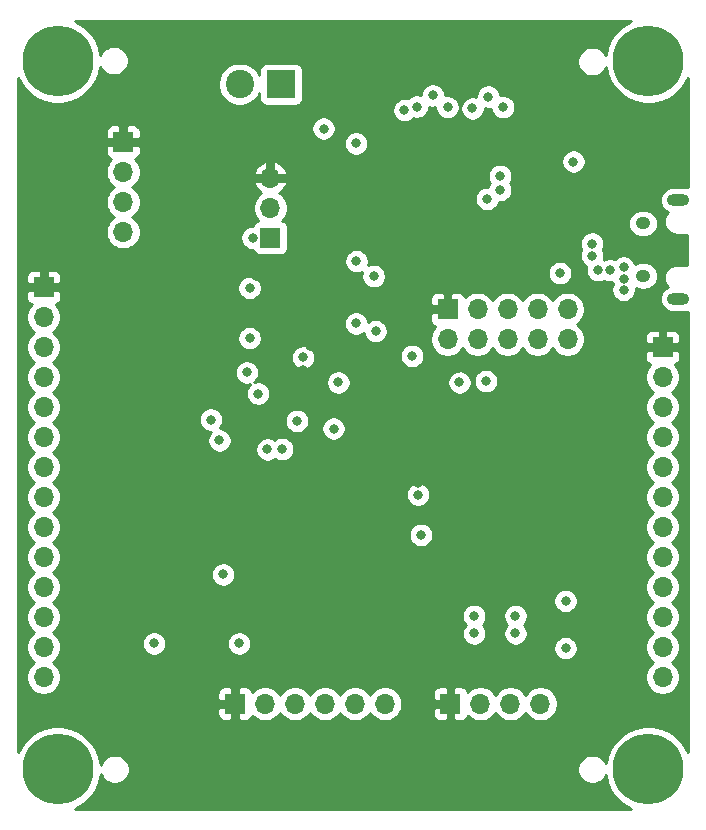
<source format=gbr>
%TF.GenerationSoftware,KiCad,Pcbnew,(5.1.9)-1*%
%TF.CreationDate,2021-01-20T19:31:44-08:00*%
%TF.ProjectId,STM32_BOB,53544d33-325f-4424-9f42-2e6b69636164,rev?*%
%TF.SameCoordinates,Original*%
%TF.FileFunction,Copper,L3,Inr*%
%TF.FilePolarity,Positive*%
%FSLAX46Y46*%
G04 Gerber Fmt 4.6, Leading zero omitted, Abs format (unit mm)*
G04 Created by KiCad (PCBNEW (5.1.9)-1) date 2021-01-20 19:31:44*
%MOMM*%
%LPD*%
G01*
G04 APERTURE LIST*
%TA.AperFunction,ComponentPad*%
%ADD10O,1.700000X1.700000*%
%TD*%
%TA.AperFunction,ComponentPad*%
%ADD11R,1.700000X1.700000*%
%TD*%
%TA.AperFunction,ComponentPad*%
%ADD12C,0.800000*%
%TD*%
%TA.AperFunction,ComponentPad*%
%ADD13C,6.000000*%
%TD*%
%TA.AperFunction,ComponentPad*%
%ADD14R,2.400000X2.400000*%
%TD*%
%TA.AperFunction,ComponentPad*%
%ADD15C,2.400000*%
%TD*%
%TA.AperFunction,ComponentPad*%
%ADD16O,1.250000X1.050000*%
%TD*%
%TA.AperFunction,ComponentPad*%
%ADD17O,1.900000X1.000000*%
%TD*%
%TA.AperFunction,ViaPad*%
%ADD18C,0.800000*%
%TD*%
%TA.AperFunction,Conductor*%
%ADD19C,0.254000*%
%TD*%
%TA.AperFunction,Conductor*%
%ADD20C,0.100000*%
%TD*%
G04 APERTURE END LIST*
D10*
%TO.N,NRST*%
%TO.C,J3*%
X142160000Y-89590000D03*
%TO.N,GND*%
X142160000Y-87050000D03*
%TO.N,Net-(J3-Pad8)*%
X139620000Y-89590000D03*
%TO.N,Net-(J3-Pad7)*%
X139620000Y-87050000D03*
%TO.N,Net-(J3-Pad6)*%
X137080000Y-89590000D03*
%TO.N,GND*%
X137080000Y-87050000D03*
%TO.N,Net-(J3-Pad4)*%
X134540000Y-89590000D03*
%TO.N,GND*%
X134540000Y-87050000D03*
%TO.N,Net-(J3-Pad2)*%
X132000000Y-89590000D03*
D11*
%TO.N,+3V3*%
X132000000Y-87050000D03*
%TD*%
D12*
%TO.N,GND*%
%TO.C,H4*%
X150590990Y-124409010D03*
X149000000Y-123750000D03*
X147409010Y-124409010D03*
X146750000Y-126000000D03*
X147409010Y-127590990D03*
X149000000Y-128250000D03*
X150590990Y-127590990D03*
X151250000Y-126000000D03*
D13*
X149000000Y-126000000D03*
%TD*%
D12*
%TO.N,GND*%
%TO.C,H3*%
X100590990Y-124409010D03*
X99000000Y-123750000D03*
X97409010Y-124409010D03*
X96750000Y-126000000D03*
X97409010Y-127590990D03*
X99000000Y-128250000D03*
X100590990Y-127590990D03*
X101250000Y-126000000D03*
D13*
X99000000Y-126000000D03*
%TD*%
D12*
%TO.N,GND*%
%TO.C,H2*%
X150590990Y-64409010D03*
X149000000Y-63750000D03*
X147409010Y-64409010D03*
X146750000Y-66000000D03*
X147409010Y-67590990D03*
X149000000Y-68250000D03*
X150590990Y-67590990D03*
X151250000Y-66000000D03*
D13*
X149000000Y-66000000D03*
%TD*%
D12*
%TO.N,GND*%
%TO.C,H1*%
X100590990Y-64409010D03*
X99000000Y-63750000D03*
X97409010Y-64409010D03*
X96750000Y-66000000D03*
X97409010Y-67590990D03*
X99000000Y-68250000D03*
X100590990Y-67590990D03*
X101250000Y-66000000D03*
D13*
X99000000Y-66000000D03*
%TD*%
D10*
%TO.N,PA2*%
%TO.C,J8*%
X97800000Y-118200000D03*
%TO.N,PA1*%
X97800000Y-115660000D03*
%TO.N,PA0*%
X97800000Y-113120000D03*
%TO.N,PC15*%
X97800000Y-110580000D03*
%TO.N,PC14*%
X97800000Y-108040000D03*
%TO.N,PC13*%
X97800000Y-105500000D03*
%TO.N,PB8*%
X97800000Y-102960000D03*
%TO.N,PB7*%
X97800000Y-100420000D03*
%TO.N,PB5*%
X97800000Y-97880000D03*
%TO.N,PB4*%
X97800000Y-95340000D03*
%TO.N,PB3*%
X97800000Y-92800000D03*
%TO.N,PA15*%
X97800000Y-90260000D03*
%TO.N,GND*%
X97800000Y-87720000D03*
D11*
%TO.N,+3V3*%
X97800000Y-85180000D03*
%TD*%
D10*
%TO.N,PA3*%
%TO.C,J7*%
X150200000Y-118200000D03*
%TO.N,PB0*%
X150200000Y-115660000D03*
%TO.N,PB1*%
X150200000Y-113120000D03*
%TO.N,PB12*%
X150200000Y-110580000D03*
%TO.N,PB13*%
X150200000Y-108040000D03*
%TO.N,PB14*%
X150200000Y-105500000D03*
%TO.N,PB15*%
X150200000Y-102960000D03*
%TO.N,PA8*%
X150200000Y-100420000D03*
%TO.N,PA9*%
X150200000Y-97880000D03*
%TO.N,PA10*%
X150200000Y-95340000D03*
%TO.N,GND*%
X150200000Y-92800000D03*
D11*
%TO.N,+3V3*%
X150200000Y-90260000D03*
%TD*%
D14*
%TO.N,+9V*%
%TO.C,J1*%
X117900000Y-68000000D03*
D15*
%TO.N,GND*%
X114400000Y-68000000D03*
%TD*%
D16*
%TO.N,Net-(J2-Pad6)*%
%TO.C,J2*%
X148550000Y-84225000D03*
X148550000Y-79775000D03*
D17*
X151550000Y-86175000D03*
X151550000Y-77825000D03*
%TD*%
D11*
%TO.N,+3V3*%
%TO.C,J4*%
X114000000Y-120450000D03*
D10*
%TO.N,Net-(J4-Pad2)*%
X116540000Y-120450000D03*
%TO.N,Net-(J4-Pad3)*%
X119080000Y-120450000D03*
%TO.N,Net-(J4-Pad4)*%
X121620000Y-120450000D03*
%TO.N,Net-(J4-Pad5)*%
X124160000Y-120450000D03*
%TO.N,GND*%
X126700000Y-120450000D03*
%TD*%
%TO.N,GND*%
%TO.C,J5*%
X104530000Y-80500000D03*
%TO.N,Net-(J5-Pad3)*%
X104530000Y-77960000D03*
%TO.N,Net-(J5-Pad2)*%
X104530000Y-75420000D03*
D11*
%TO.N,+3V3*%
X104530000Y-72880000D03*
%TD*%
%TO.N,+3V3*%
%TO.C,J6*%
X132250000Y-120450000D03*
D10*
%TO.N,Net-(J6-Pad2)*%
X134790000Y-120450000D03*
%TO.N,Net-(J6-Pad3)*%
X137330000Y-120450000D03*
%TO.N,GND*%
X139870000Y-120450000D03*
%TD*%
D11*
%TO.N,GND*%
%TO.C,JP1*%
X117000000Y-81000000D03*
D10*
%TO.N,Net-(JP1-Pad2)*%
X117000000Y-78460000D03*
%TO.N,+3V3*%
X117000000Y-75920000D03*
%TD*%
D18*
%TO.N,GND*%
X133000000Y-93250000D03*
X129750000Y-106150000D03*
X107150000Y-115350000D03*
X114350000Y-115350000D03*
X129500000Y-102750000D03*
X141500000Y-84000000D03*
X146900000Y-85400000D03*
X142650000Y-74550000D03*
X130750000Y-68950000D03*
X135450000Y-69050000D03*
X136450000Y-75750000D03*
X136450000Y-76950000D03*
X136700000Y-69950000D03*
X134100000Y-70050000D03*
X132000000Y-69950000D03*
X129400000Y-69900000D03*
X128350000Y-70200000D03*
X135350000Y-77700000D03*
X146900000Y-83500000D03*
X122350000Y-97150000D03*
X111965000Y-96400000D03*
X115965000Y-94200000D03*
X112680000Y-98150000D03*
X115000000Y-92400000D03*
X115500000Y-81000000D03*
X146900000Y-84450000D03*
X118000000Y-98900000D03*
X116740000Y-98910000D03*
X119770000Y-91130000D03*
X122750000Y-93250000D03*
%TO.N,+3V3*%
X140750000Y-74550000D03*
X135300000Y-83400000D03*
X130700000Y-82050000D03*
X135300000Y-82050000D03*
X130700000Y-83400000D03*
X120340000Y-90140000D03*
X116500000Y-102060000D03*
X114500000Y-102060000D03*
X115775000Y-84250000D03*
X133000000Y-92000000D03*
X133550000Y-77750000D03*
X136700000Y-73000000D03*
X132450000Y-77750000D03*
X135400000Y-73950000D03*
X129500000Y-101750000D03*
X119780000Y-92190000D03*
%TO.N,NRST*%
X113000000Y-109500000D03*
X119250000Y-96500000D03*
%TO.N,Net-(D1-Pad2)*%
X124250000Y-73000000D03*
X121500000Y-71750000D03*
%TO.N,PORT_USB_D+*%
X144250000Y-81498400D03*
X145751600Y-83750000D03*
%TO.N,PORT_USB_D-*%
X144250000Y-82501600D03*
X144748400Y-83750000D03*
%TO.N,PB1*%
X134250000Y-113000000D03*
X137750000Y-113000000D03*
%TO.N,PB0*%
X134250000Y-114500000D03*
X137750000Y-114500000D03*
%TO.N,PA3*%
X142000000Y-111750000D03*
X142000000Y-115750000D03*
%TO.N,BOOT0*%
X124250000Y-88250000D03*
X124283955Y-82973293D03*
%TO.N,I2C_SCL*%
X125908989Y-88908989D03*
X125750000Y-84250000D03*
%TO.N,I2C_SDA*%
X115250000Y-89500000D03*
X115250000Y-85250000D03*
%TO.N,SWCLK*%
X129000000Y-91000000D03*
X135250000Y-93140000D03*
%TD*%
D19*
%TO.N,+3V3*%
X147278182Y-62778705D02*
X146682823Y-63176511D01*
X146176511Y-63682823D01*
X145778705Y-64278182D01*
X145504691Y-64939710D01*
X145383869Y-65547121D01*
X145357693Y-65483926D01*
X145220901Y-65279202D01*
X145046798Y-65105099D01*
X144842074Y-64968307D01*
X144614598Y-64874083D01*
X144373110Y-64826048D01*
X144126890Y-64826048D01*
X143885402Y-64874083D01*
X143657926Y-64968307D01*
X143453202Y-65105099D01*
X143279099Y-65279202D01*
X143142307Y-65483926D01*
X143048083Y-65711402D01*
X143000048Y-65952890D01*
X143000048Y-66199110D01*
X143048083Y-66440598D01*
X143142307Y-66668074D01*
X143279099Y-66872798D01*
X143453202Y-67046901D01*
X143657926Y-67183693D01*
X143885402Y-67277917D01*
X144126890Y-67325952D01*
X144373110Y-67325952D01*
X144614598Y-67277917D01*
X144842074Y-67183693D01*
X145046798Y-67046901D01*
X145220901Y-66872798D01*
X145357693Y-66668074D01*
X145404295Y-66555567D01*
X145504691Y-67060290D01*
X145778705Y-67721818D01*
X146176511Y-68317177D01*
X146682823Y-68823489D01*
X147278182Y-69221295D01*
X147939710Y-69495309D01*
X148641984Y-69635000D01*
X149358016Y-69635000D01*
X150060290Y-69495309D01*
X150721818Y-69221295D01*
X151317177Y-68823489D01*
X151823489Y-68317177D01*
X152221295Y-67721818D01*
X152340000Y-67435239D01*
X152340001Y-76742067D01*
X152222499Y-76706423D01*
X152055752Y-76690000D01*
X151044248Y-76690000D01*
X150877501Y-76706423D01*
X150663553Y-76771324D01*
X150466377Y-76876716D01*
X150293551Y-77018551D01*
X150151716Y-77191377D01*
X150046324Y-77388553D01*
X149981423Y-77602501D01*
X149959509Y-77825000D01*
X149981423Y-78047499D01*
X150046324Y-78261447D01*
X150151716Y-78458623D01*
X150293551Y-78631449D01*
X150466377Y-78773284D01*
X150626116Y-78858666D01*
X150593546Y-78891009D01*
X150587501Y-78898421D01*
X150535527Y-78963064D01*
X150501542Y-79014999D01*
X150466816Y-79066483D01*
X150462326Y-79074928D01*
X150423898Y-79148434D01*
X150400640Y-79205999D01*
X150376582Y-79263232D01*
X150373817Y-79272388D01*
X150350398Y-79351959D01*
X150338760Y-79412969D01*
X150326281Y-79473758D01*
X150325347Y-79483276D01*
X150317830Y-79565880D01*
X150318263Y-79627969D01*
X150317830Y-79690057D01*
X150318763Y-79699576D01*
X150327434Y-79782066D01*
X150339920Y-79842891D01*
X150351550Y-79903857D01*
X150354314Y-79913013D01*
X150378841Y-79992249D01*
X150402894Y-80049469D01*
X150426159Y-80107052D01*
X150430649Y-80115497D01*
X150470100Y-80188460D01*
X150504821Y-80239936D01*
X150538810Y-80291877D01*
X150544854Y-80299289D01*
X150597726Y-80363200D01*
X150641767Y-80406935D01*
X150685224Y-80451311D01*
X150692593Y-80457408D01*
X150756872Y-80509832D01*
X150808616Y-80544210D01*
X150859810Y-80579263D01*
X150868223Y-80583812D01*
X150941459Y-80622752D01*
X150998866Y-80646413D01*
X151055920Y-80670867D01*
X151065054Y-80673694D01*
X151065061Y-80673697D01*
X151065069Y-80673699D01*
X151144461Y-80697669D01*
X151205337Y-80709723D01*
X151266095Y-80722637D01*
X151275607Y-80723637D01*
X151358157Y-80731731D01*
X151358163Y-80731731D01*
X151391353Y-80735000D01*
X152315001Y-80735000D01*
X152315000Y-83265000D01*
X151391353Y-83265000D01*
X151357737Y-83268311D01*
X151352220Y-83268311D01*
X151342708Y-83269310D01*
X151307523Y-83273257D01*
X151290717Y-83274912D01*
X151289515Y-83275277D01*
X151260280Y-83278556D01*
X151199514Y-83291472D01*
X151138654Y-83303523D01*
X151129518Y-83306351D01*
X151129512Y-83306352D01*
X151129507Y-83306354D01*
X151050454Y-83331431D01*
X150993382Y-83355892D01*
X150935984Y-83379550D01*
X150927578Y-83384095D01*
X150927575Y-83384096D01*
X150927573Y-83384097D01*
X150927570Y-83384099D01*
X150854884Y-83424059D01*
X150803653Y-83459138D01*
X150751951Y-83493489D01*
X150744581Y-83499585D01*
X150681041Y-83552901D01*
X150637602Y-83597259D01*
X150593546Y-83641009D01*
X150587501Y-83648421D01*
X150535527Y-83713064D01*
X150501542Y-83764999D01*
X150466816Y-83816483D01*
X150462326Y-83824928D01*
X150423898Y-83898434D01*
X150400640Y-83955999D01*
X150376582Y-84013232D01*
X150373817Y-84022388D01*
X150350398Y-84101959D01*
X150338760Y-84162969D01*
X150326281Y-84223758D01*
X150325347Y-84233276D01*
X150317830Y-84315880D01*
X150318263Y-84377969D01*
X150317830Y-84440057D01*
X150318763Y-84449576D01*
X150327434Y-84532066D01*
X150339920Y-84592891D01*
X150351550Y-84653857D01*
X150354314Y-84663013D01*
X150378841Y-84742249D01*
X150402894Y-84799469D01*
X150426159Y-84857052D01*
X150430649Y-84865497D01*
X150470100Y-84938460D01*
X150504821Y-84989936D01*
X150538810Y-85041877D01*
X150544854Y-85049289D01*
X150597726Y-85113200D01*
X150626078Y-85141355D01*
X150466377Y-85226716D01*
X150293551Y-85368551D01*
X150151716Y-85541377D01*
X150046324Y-85738553D01*
X149981423Y-85952501D01*
X149959509Y-86175000D01*
X149981423Y-86397499D01*
X150046324Y-86611447D01*
X150151716Y-86808623D01*
X150293551Y-86981449D01*
X150466377Y-87123284D01*
X150663553Y-87228676D01*
X150877501Y-87293577D01*
X151044248Y-87310000D01*
X152055752Y-87310000D01*
X152222499Y-87293577D01*
X152340001Y-87257933D01*
X152340000Y-124564761D01*
X152221295Y-124278182D01*
X151823489Y-123682823D01*
X151317177Y-123176511D01*
X150721818Y-122778705D01*
X150060290Y-122504691D01*
X149358016Y-122365000D01*
X148641984Y-122365000D01*
X147939710Y-122504691D01*
X147278182Y-122778705D01*
X146682823Y-123176511D01*
X146176511Y-123682823D01*
X145778705Y-124278182D01*
X145504691Y-124939710D01*
X145394082Y-125495777D01*
X145357693Y-125407926D01*
X145220901Y-125203202D01*
X145046798Y-125029099D01*
X144842074Y-124892307D01*
X144614598Y-124798083D01*
X144373110Y-124750048D01*
X144126890Y-124750048D01*
X143885402Y-124798083D01*
X143657926Y-124892307D01*
X143453202Y-125029099D01*
X143279099Y-125203202D01*
X143142307Y-125407926D01*
X143048083Y-125635402D01*
X143000048Y-125876890D01*
X143000048Y-126123110D01*
X143048083Y-126364598D01*
X143142307Y-126592074D01*
X143279099Y-126796798D01*
X143453202Y-126970901D01*
X143657926Y-127107693D01*
X143885402Y-127201917D01*
X144126890Y-127249952D01*
X144373110Y-127249952D01*
X144614598Y-127201917D01*
X144842074Y-127107693D01*
X145046798Y-126970901D01*
X145220901Y-126796798D01*
X145357693Y-126592074D01*
X145394082Y-126504223D01*
X145504691Y-127060290D01*
X145778705Y-127721818D01*
X146176511Y-128317177D01*
X146682823Y-128823489D01*
X147278182Y-129221295D01*
X147564761Y-129340000D01*
X100435239Y-129340000D01*
X100721818Y-129221295D01*
X101317177Y-128823489D01*
X101823489Y-128317177D01*
X102221295Y-127721818D01*
X102495309Y-127060290D01*
X102630574Y-126380268D01*
X102718307Y-126592074D01*
X102855099Y-126796798D01*
X103029202Y-126970901D01*
X103233926Y-127107693D01*
X103461402Y-127201917D01*
X103702890Y-127249952D01*
X103949110Y-127249952D01*
X104190598Y-127201917D01*
X104418074Y-127107693D01*
X104622798Y-126970901D01*
X104796901Y-126796798D01*
X104933693Y-126592074D01*
X105027917Y-126364598D01*
X105075952Y-126123110D01*
X105075952Y-125876890D01*
X105027917Y-125635402D01*
X104933693Y-125407926D01*
X104796901Y-125203202D01*
X104622798Y-125029099D01*
X104418074Y-124892307D01*
X104190598Y-124798083D01*
X103949110Y-124750048D01*
X103702890Y-124750048D01*
X103461402Y-124798083D01*
X103233926Y-124892307D01*
X103029202Y-125029099D01*
X102855099Y-125203202D01*
X102718307Y-125407926D01*
X102630574Y-125619732D01*
X102495309Y-124939710D01*
X102221295Y-124278182D01*
X101823489Y-123682823D01*
X101317177Y-123176511D01*
X100721818Y-122778705D01*
X100060290Y-122504691D01*
X99358016Y-122365000D01*
X98641984Y-122365000D01*
X97939710Y-122504691D01*
X97278182Y-122778705D01*
X96682823Y-123176511D01*
X96176511Y-123682823D01*
X95778705Y-124278182D01*
X95660000Y-124564761D01*
X95660000Y-121300000D01*
X112511928Y-121300000D01*
X112524188Y-121424482D01*
X112560498Y-121544180D01*
X112619463Y-121654494D01*
X112698815Y-121751185D01*
X112795506Y-121830537D01*
X112905820Y-121889502D01*
X113025518Y-121925812D01*
X113150000Y-121938072D01*
X113593250Y-121935000D01*
X113752000Y-121776250D01*
X113752000Y-120698000D01*
X112673750Y-120698000D01*
X112515000Y-120856750D01*
X112511928Y-121300000D01*
X95660000Y-121300000D01*
X95660000Y-86030000D01*
X96311928Y-86030000D01*
X96324188Y-86154482D01*
X96360498Y-86274180D01*
X96419463Y-86384494D01*
X96498815Y-86481185D01*
X96595506Y-86560537D01*
X96705820Y-86619502D01*
X96778380Y-86641513D01*
X96646525Y-86773368D01*
X96484010Y-87016589D01*
X96372068Y-87286842D01*
X96315000Y-87573740D01*
X96315000Y-87866260D01*
X96372068Y-88153158D01*
X96484010Y-88423411D01*
X96646525Y-88666632D01*
X96853368Y-88873475D01*
X97027760Y-88990000D01*
X96853368Y-89106525D01*
X96646525Y-89313368D01*
X96484010Y-89556589D01*
X96372068Y-89826842D01*
X96315000Y-90113740D01*
X96315000Y-90406260D01*
X96372068Y-90693158D01*
X96484010Y-90963411D01*
X96646525Y-91206632D01*
X96853368Y-91413475D01*
X97027760Y-91530000D01*
X96853368Y-91646525D01*
X96646525Y-91853368D01*
X96484010Y-92096589D01*
X96372068Y-92366842D01*
X96315000Y-92653740D01*
X96315000Y-92946260D01*
X96372068Y-93233158D01*
X96484010Y-93503411D01*
X96646525Y-93746632D01*
X96853368Y-93953475D01*
X97027760Y-94070000D01*
X96853368Y-94186525D01*
X96646525Y-94393368D01*
X96484010Y-94636589D01*
X96372068Y-94906842D01*
X96315000Y-95193740D01*
X96315000Y-95486260D01*
X96372068Y-95773158D01*
X96484010Y-96043411D01*
X96646525Y-96286632D01*
X96853368Y-96493475D01*
X97027760Y-96610000D01*
X96853368Y-96726525D01*
X96646525Y-96933368D01*
X96484010Y-97176589D01*
X96372068Y-97446842D01*
X96315000Y-97733740D01*
X96315000Y-98026260D01*
X96372068Y-98313158D01*
X96484010Y-98583411D01*
X96646525Y-98826632D01*
X96853368Y-99033475D01*
X97027760Y-99150000D01*
X96853368Y-99266525D01*
X96646525Y-99473368D01*
X96484010Y-99716589D01*
X96372068Y-99986842D01*
X96315000Y-100273740D01*
X96315000Y-100566260D01*
X96372068Y-100853158D01*
X96484010Y-101123411D01*
X96646525Y-101366632D01*
X96853368Y-101573475D01*
X97027760Y-101690000D01*
X96853368Y-101806525D01*
X96646525Y-102013368D01*
X96484010Y-102256589D01*
X96372068Y-102526842D01*
X96315000Y-102813740D01*
X96315000Y-103106260D01*
X96372068Y-103393158D01*
X96484010Y-103663411D01*
X96646525Y-103906632D01*
X96853368Y-104113475D01*
X97027760Y-104230000D01*
X96853368Y-104346525D01*
X96646525Y-104553368D01*
X96484010Y-104796589D01*
X96372068Y-105066842D01*
X96315000Y-105353740D01*
X96315000Y-105646260D01*
X96372068Y-105933158D01*
X96484010Y-106203411D01*
X96646525Y-106446632D01*
X96853368Y-106653475D01*
X97027760Y-106770000D01*
X96853368Y-106886525D01*
X96646525Y-107093368D01*
X96484010Y-107336589D01*
X96372068Y-107606842D01*
X96315000Y-107893740D01*
X96315000Y-108186260D01*
X96372068Y-108473158D01*
X96484010Y-108743411D01*
X96646525Y-108986632D01*
X96853368Y-109193475D01*
X97027760Y-109310000D01*
X96853368Y-109426525D01*
X96646525Y-109633368D01*
X96484010Y-109876589D01*
X96372068Y-110146842D01*
X96315000Y-110433740D01*
X96315000Y-110726260D01*
X96372068Y-111013158D01*
X96484010Y-111283411D01*
X96646525Y-111526632D01*
X96853368Y-111733475D01*
X97027760Y-111850000D01*
X96853368Y-111966525D01*
X96646525Y-112173368D01*
X96484010Y-112416589D01*
X96372068Y-112686842D01*
X96315000Y-112973740D01*
X96315000Y-113266260D01*
X96372068Y-113553158D01*
X96484010Y-113823411D01*
X96646525Y-114066632D01*
X96853368Y-114273475D01*
X97027760Y-114390000D01*
X96853368Y-114506525D01*
X96646525Y-114713368D01*
X96484010Y-114956589D01*
X96372068Y-115226842D01*
X96315000Y-115513740D01*
X96315000Y-115806260D01*
X96372068Y-116093158D01*
X96484010Y-116363411D01*
X96646525Y-116606632D01*
X96853368Y-116813475D01*
X97027760Y-116930000D01*
X96853368Y-117046525D01*
X96646525Y-117253368D01*
X96484010Y-117496589D01*
X96372068Y-117766842D01*
X96315000Y-118053740D01*
X96315000Y-118346260D01*
X96372068Y-118633158D01*
X96484010Y-118903411D01*
X96646525Y-119146632D01*
X96853368Y-119353475D01*
X97096589Y-119515990D01*
X97366842Y-119627932D01*
X97653740Y-119685000D01*
X97946260Y-119685000D01*
X98233158Y-119627932D01*
X98300592Y-119600000D01*
X112511928Y-119600000D01*
X112515000Y-120043250D01*
X112673750Y-120202000D01*
X113752000Y-120202000D01*
X113752000Y-119123750D01*
X114248000Y-119123750D01*
X114248000Y-120202000D01*
X114268000Y-120202000D01*
X114268000Y-120698000D01*
X114248000Y-120698000D01*
X114248000Y-121776250D01*
X114406750Y-121935000D01*
X114850000Y-121938072D01*
X114974482Y-121925812D01*
X115094180Y-121889502D01*
X115204494Y-121830537D01*
X115301185Y-121751185D01*
X115380537Y-121654494D01*
X115439502Y-121544180D01*
X115461513Y-121471620D01*
X115593368Y-121603475D01*
X115836589Y-121765990D01*
X116106842Y-121877932D01*
X116393740Y-121935000D01*
X116686260Y-121935000D01*
X116973158Y-121877932D01*
X117243411Y-121765990D01*
X117486632Y-121603475D01*
X117693475Y-121396632D01*
X117810000Y-121222240D01*
X117926525Y-121396632D01*
X118133368Y-121603475D01*
X118376589Y-121765990D01*
X118646842Y-121877932D01*
X118933740Y-121935000D01*
X119226260Y-121935000D01*
X119513158Y-121877932D01*
X119783411Y-121765990D01*
X120026632Y-121603475D01*
X120233475Y-121396632D01*
X120350000Y-121222240D01*
X120466525Y-121396632D01*
X120673368Y-121603475D01*
X120916589Y-121765990D01*
X121186842Y-121877932D01*
X121473740Y-121935000D01*
X121766260Y-121935000D01*
X122053158Y-121877932D01*
X122323411Y-121765990D01*
X122566632Y-121603475D01*
X122773475Y-121396632D01*
X122890000Y-121222240D01*
X123006525Y-121396632D01*
X123213368Y-121603475D01*
X123456589Y-121765990D01*
X123726842Y-121877932D01*
X124013740Y-121935000D01*
X124306260Y-121935000D01*
X124593158Y-121877932D01*
X124863411Y-121765990D01*
X125106632Y-121603475D01*
X125313475Y-121396632D01*
X125430000Y-121222240D01*
X125546525Y-121396632D01*
X125753368Y-121603475D01*
X125996589Y-121765990D01*
X126266842Y-121877932D01*
X126553740Y-121935000D01*
X126846260Y-121935000D01*
X127133158Y-121877932D01*
X127403411Y-121765990D01*
X127646632Y-121603475D01*
X127853475Y-121396632D01*
X127918042Y-121300000D01*
X130761928Y-121300000D01*
X130774188Y-121424482D01*
X130810498Y-121544180D01*
X130869463Y-121654494D01*
X130948815Y-121751185D01*
X131045506Y-121830537D01*
X131155820Y-121889502D01*
X131275518Y-121925812D01*
X131400000Y-121938072D01*
X131843250Y-121935000D01*
X132002000Y-121776250D01*
X132002000Y-120698000D01*
X130923750Y-120698000D01*
X130765000Y-120856750D01*
X130761928Y-121300000D01*
X127918042Y-121300000D01*
X128015990Y-121153411D01*
X128127932Y-120883158D01*
X128185000Y-120596260D01*
X128185000Y-120303740D01*
X128127932Y-120016842D01*
X128015990Y-119746589D01*
X127918043Y-119600000D01*
X130761928Y-119600000D01*
X130765000Y-120043250D01*
X130923750Y-120202000D01*
X132002000Y-120202000D01*
X132002000Y-119123750D01*
X132498000Y-119123750D01*
X132498000Y-120202000D01*
X132518000Y-120202000D01*
X132518000Y-120698000D01*
X132498000Y-120698000D01*
X132498000Y-121776250D01*
X132656750Y-121935000D01*
X133100000Y-121938072D01*
X133224482Y-121925812D01*
X133344180Y-121889502D01*
X133454494Y-121830537D01*
X133551185Y-121751185D01*
X133630537Y-121654494D01*
X133689502Y-121544180D01*
X133711513Y-121471620D01*
X133843368Y-121603475D01*
X134086589Y-121765990D01*
X134356842Y-121877932D01*
X134643740Y-121935000D01*
X134936260Y-121935000D01*
X135223158Y-121877932D01*
X135493411Y-121765990D01*
X135736632Y-121603475D01*
X135943475Y-121396632D01*
X136060000Y-121222240D01*
X136176525Y-121396632D01*
X136383368Y-121603475D01*
X136626589Y-121765990D01*
X136896842Y-121877932D01*
X137183740Y-121935000D01*
X137476260Y-121935000D01*
X137763158Y-121877932D01*
X138033411Y-121765990D01*
X138276632Y-121603475D01*
X138483475Y-121396632D01*
X138600000Y-121222240D01*
X138716525Y-121396632D01*
X138923368Y-121603475D01*
X139166589Y-121765990D01*
X139436842Y-121877932D01*
X139723740Y-121935000D01*
X140016260Y-121935000D01*
X140303158Y-121877932D01*
X140573411Y-121765990D01*
X140816632Y-121603475D01*
X141023475Y-121396632D01*
X141185990Y-121153411D01*
X141297932Y-120883158D01*
X141355000Y-120596260D01*
X141355000Y-120303740D01*
X141297932Y-120016842D01*
X141185990Y-119746589D01*
X141023475Y-119503368D01*
X140816632Y-119296525D01*
X140573411Y-119134010D01*
X140303158Y-119022068D01*
X140016260Y-118965000D01*
X139723740Y-118965000D01*
X139436842Y-119022068D01*
X139166589Y-119134010D01*
X138923368Y-119296525D01*
X138716525Y-119503368D01*
X138600000Y-119677760D01*
X138483475Y-119503368D01*
X138276632Y-119296525D01*
X138033411Y-119134010D01*
X137763158Y-119022068D01*
X137476260Y-118965000D01*
X137183740Y-118965000D01*
X136896842Y-119022068D01*
X136626589Y-119134010D01*
X136383368Y-119296525D01*
X136176525Y-119503368D01*
X136060000Y-119677760D01*
X135943475Y-119503368D01*
X135736632Y-119296525D01*
X135493411Y-119134010D01*
X135223158Y-119022068D01*
X134936260Y-118965000D01*
X134643740Y-118965000D01*
X134356842Y-119022068D01*
X134086589Y-119134010D01*
X133843368Y-119296525D01*
X133711513Y-119428380D01*
X133689502Y-119355820D01*
X133630537Y-119245506D01*
X133551185Y-119148815D01*
X133454494Y-119069463D01*
X133344180Y-119010498D01*
X133224482Y-118974188D01*
X133100000Y-118961928D01*
X132656750Y-118965000D01*
X132498000Y-119123750D01*
X132002000Y-119123750D01*
X131843250Y-118965000D01*
X131400000Y-118961928D01*
X131275518Y-118974188D01*
X131155820Y-119010498D01*
X131045506Y-119069463D01*
X130948815Y-119148815D01*
X130869463Y-119245506D01*
X130810498Y-119355820D01*
X130774188Y-119475518D01*
X130761928Y-119600000D01*
X127918043Y-119600000D01*
X127853475Y-119503368D01*
X127646632Y-119296525D01*
X127403411Y-119134010D01*
X127133158Y-119022068D01*
X126846260Y-118965000D01*
X126553740Y-118965000D01*
X126266842Y-119022068D01*
X125996589Y-119134010D01*
X125753368Y-119296525D01*
X125546525Y-119503368D01*
X125430000Y-119677760D01*
X125313475Y-119503368D01*
X125106632Y-119296525D01*
X124863411Y-119134010D01*
X124593158Y-119022068D01*
X124306260Y-118965000D01*
X124013740Y-118965000D01*
X123726842Y-119022068D01*
X123456589Y-119134010D01*
X123213368Y-119296525D01*
X123006525Y-119503368D01*
X122890000Y-119677760D01*
X122773475Y-119503368D01*
X122566632Y-119296525D01*
X122323411Y-119134010D01*
X122053158Y-119022068D01*
X121766260Y-118965000D01*
X121473740Y-118965000D01*
X121186842Y-119022068D01*
X120916589Y-119134010D01*
X120673368Y-119296525D01*
X120466525Y-119503368D01*
X120350000Y-119677760D01*
X120233475Y-119503368D01*
X120026632Y-119296525D01*
X119783411Y-119134010D01*
X119513158Y-119022068D01*
X119226260Y-118965000D01*
X118933740Y-118965000D01*
X118646842Y-119022068D01*
X118376589Y-119134010D01*
X118133368Y-119296525D01*
X117926525Y-119503368D01*
X117810000Y-119677760D01*
X117693475Y-119503368D01*
X117486632Y-119296525D01*
X117243411Y-119134010D01*
X116973158Y-119022068D01*
X116686260Y-118965000D01*
X116393740Y-118965000D01*
X116106842Y-119022068D01*
X115836589Y-119134010D01*
X115593368Y-119296525D01*
X115461513Y-119428380D01*
X115439502Y-119355820D01*
X115380537Y-119245506D01*
X115301185Y-119148815D01*
X115204494Y-119069463D01*
X115094180Y-119010498D01*
X114974482Y-118974188D01*
X114850000Y-118961928D01*
X114406750Y-118965000D01*
X114248000Y-119123750D01*
X113752000Y-119123750D01*
X113593250Y-118965000D01*
X113150000Y-118961928D01*
X113025518Y-118974188D01*
X112905820Y-119010498D01*
X112795506Y-119069463D01*
X112698815Y-119148815D01*
X112619463Y-119245506D01*
X112560498Y-119355820D01*
X112524188Y-119475518D01*
X112511928Y-119600000D01*
X98300592Y-119600000D01*
X98503411Y-119515990D01*
X98746632Y-119353475D01*
X98953475Y-119146632D01*
X99115990Y-118903411D01*
X99227932Y-118633158D01*
X99285000Y-118346260D01*
X99285000Y-118053740D01*
X99227932Y-117766842D01*
X99115990Y-117496589D01*
X98953475Y-117253368D01*
X98746632Y-117046525D01*
X98572240Y-116930000D01*
X98746632Y-116813475D01*
X98953475Y-116606632D01*
X99115990Y-116363411D01*
X99227932Y-116093158D01*
X99285000Y-115806260D01*
X99285000Y-115513740D01*
X99232153Y-115248061D01*
X106115000Y-115248061D01*
X106115000Y-115451939D01*
X106154774Y-115651898D01*
X106232795Y-115840256D01*
X106346063Y-116009774D01*
X106490226Y-116153937D01*
X106659744Y-116267205D01*
X106848102Y-116345226D01*
X107048061Y-116385000D01*
X107251939Y-116385000D01*
X107451898Y-116345226D01*
X107640256Y-116267205D01*
X107809774Y-116153937D01*
X107953937Y-116009774D01*
X108067205Y-115840256D01*
X108145226Y-115651898D01*
X108185000Y-115451939D01*
X108185000Y-115248061D01*
X113315000Y-115248061D01*
X113315000Y-115451939D01*
X113354774Y-115651898D01*
X113432795Y-115840256D01*
X113546063Y-116009774D01*
X113690226Y-116153937D01*
X113859744Y-116267205D01*
X114048102Y-116345226D01*
X114248061Y-116385000D01*
X114451939Y-116385000D01*
X114651898Y-116345226D01*
X114840256Y-116267205D01*
X115009774Y-116153937D01*
X115153937Y-116009774D01*
X115267205Y-115840256D01*
X115345226Y-115651898D01*
X115345989Y-115648061D01*
X140965000Y-115648061D01*
X140965000Y-115851939D01*
X141004774Y-116051898D01*
X141082795Y-116240256D01*
X141196063Y-116409774D01*
X141340226Y-116553937D01*
X141509744Y-116667205D01*
X141698102Y-116745226D01*
X141898061Y-116785000D01*
X142101939Y-116785000D01*
X142301898Y-116745226D01*
X142490256Y-116667205D01*
X142659774Y-116553937D01*
X142803937Y-116409774D01*
X142917205Y-116240256D01*
X142995226Y-116051898D01*
X143035000Y-115851939D01*
X143035000Y-115648061D01*
X142995226Y-115448102D01*
X142917205Y-115259744D01*
X142803937Y-115090226D01*
X142659774Y-114946063D01*
X142490256Y-114832795D01*
X142301898Y-114754774D01*
X142101939Y-114715000D01*
X141898061Y-114715000D01*
X141698102Y-114754774D01*
X141509744Y-114832795D01*
X141340226Y-114946063D01*
X141196063Y-115090226D01*
X141082795Y-115259744D01*
X141004774Y-115448102D01*
X140965000Y-115648061D01*
X115345989Y-115648061D01*
X115385000Y-115451939D01*
X115385000Y-115248061D01*
X115345226Y-115048102D01*
X115267205Y-114859744D01*
X115153937Y-114690226D01*
X115009774Y-114546063D01*
X114840256Y-114432795D01*
X114651898Y-114354774D01*
X114451939Y-114315000D01*
X114248061Y-114315000D01*
X114048102Y-114354774D01*
X113859744Y-114432795D01*
X113690226Y-114546063D01*
X113546063Y-114690226D01*
X113432795Y-114859744D01*
X113354774Y-115048102D01*
X113315000Y-115248061D01*
X108185000Y-115248061D01*
X108145226Y-115048102D01*
X108067205Y-114859744D01*
X107953937Y-114690226D01*
X107809774Y-114546063D01*
X107640256Y-114432795D01*
X107451898Y-114354774D01*
X107251939Y-114315000D01*
X107048061Y-114315000D01*
X106848102Y-114354774D01*
X106659744Y-114432795D01*
X106490226Y-114546063D01*
X106346063Y-114690226D01*
X106232795Y-114859744D01*
X106154774Y-115048102D01*
X106115000Y-115248061D01*
X99232153Y-115248061D01*
X99227932Y-115226842D01*
X99115990Y-114956589D01*
X98953475Y-114713368D01*
X98746632Y-114506525D01*
X98572240Y-114390000D01*
X98746632Y-114273475D01*
X98953475Y-114066632D01*
X99115990Y-113823411D01*
X99227932Y-113553158D01*
X99285000Y-113266260D01*
X99285000Y-112973740D01*
X99269947Y-112898061D01*
X133215000Y-112898061D01*
X133215000Y-113101939D01*
X133254774Y-113301898D01*
X133332795Y-113490256D01*
X133446063Y-113659774D01*
X133536289Y-113750000D01*
X133446063Y-113840226D01*
X133332795Y-114009744D01*
X133254774Y-114198102D01*
X133215000Y-114398061D01*
X133215000Y-114601939D01*
X133254774Y-114801898D01*
X133332795Y-114990256D01*
X133446063Y-115159774D01*
X133590226Y-115303937D01*
X133759744Y-115417205D01*
X133948102Y-115495226D01*
X134148061Y-115535000D01*
X134351939Y-115535000D01*
X134551898Y-115495226D01*
X134740256Y-115417205D01*
X134909774Y-115303937D01*
X135053937Y-115159774D01*
X135167205Y-114990256D01*
X135245226Y-114801898D01*
X135285000Y-114601939D01*
X135285000Y-114398061D01*
X135245226Y-114198102D01*
X135167205Y-114009744D01*
X135053937Y-113840226D01*
X134963711Y-113750000D01*
X135053937Y-113659774D01*
X135167205Y-113490256D01*
X135245226Y-113301898D01*
X135285000Y-113101939D01*
X135285000Y-112898061D01*
X136715000Y-112898061D01*
X136715000Y-113101939D01*
X136754774Y-113301898D01*
X136832795Y-113490256D01*
X136946063Y-113659774D01*
X137036289Y-113750000D01*
X136946063Y-113840226D01*
X136832795Y-114009744D01*
X136754774Y-114198102D01*
X136715000Y-114398061D01*
X136715000Y-114601939D01*
X136754774Y-114801898D01*
X136832795Y-114990256D01*
X136946063Y-115159774D01*
X137090226Y-115303937D01*
X137259744Y-115417205D01*
X137448102Y-115495226D01*
X137648061Y-115535000D01*
X137851939Y-115535000D01*
X138051898Y-115495226D01*
X138240256Y-115417205D01*
X138409774Y-115303937D01*
X138553937Y-115159774D01*
X138667205Y-114990256D01*
X138745226Y-114801898D01*
X138785000Y-114601939D01*
X138785000Y-114398061D01*
X138745226Y-114198102D01*
X138667205Y-114009744D01*
X138553937Y-113840226D01*
X138463711Y-113750000D01*
X138553937Y-113659774D01*
X138667205Y-113490256D01*
X138745226Y-113301898D01*
X138785000Y-113101939D01*
X138785000Y-112898061D01*
X138745226Y-112698102D01*
X138667205Y-112509744D01*
X138553937Y-112340226D01*
X138409774Y-112196063D01*
X138240256Y-112082795D01*
X138051898Y-112004774D01*
X137851939Y-111965000D01*
X137648061Y-111965000D01*
X137448102Y-112004774D01*
X137259744Y-112082795D01*
X137090226Y-112196063D01*
X136946063Y-112340226D01*
X136832795Y-112509744D01*
X136754774Y-112698102D01*
X136715000Y-112898061D01*
X135285000Y-112898061D01*
X135245226Y-112698102D01*
X135167205Y-112509744D01*
X135053937Y-112340226D01*
X134909774Y-112196063D01*
X134740256Y-112082795D01*
X134551898Y-112004774D01*
X134351939Y-111965000D01*
X134148061Y-111965000D01*
X133948102Y-112004774D01*
X133759744Y-112082795D01*
X133590226Y-112196063D01*
X133446063Y-112340226D01*
X133332795Y-112509744D01*
X133254774Y-112698102D01*
X133215000Y-112898061D01*
X99269947Y-112898061D01*
X99227932Y-112686842D01*
X99115990Y-112416589D01*
X98953475Y-112173368D01*
X98746632Y-111966525D01*
X98572240Y-111850000D01*
X98746632Y-111733475D01*
X98832046Y-111648061D01*
X140965000Y-111648061D01*
X140965000Y-111851939D01*
X141004774Y-112051898D01*
X141082795Y-112240256D01*
X141196063Y-112409774D01*
X141340226Y-112553937D01*
X141509744Y-112667205D01*
X141698102Y-112745226D01*
X141898061Y-112785000D01*
X142101939Y-112785000D01*
X142301898Y-112745226D01*
X142490256Y-112667205D01*
X142659774Y-112553937D01*
X142803937Y-112409774D01*
X142917205Y-112240256D01*
X142995226Y-112051898D01*
X143035000Y-111851939D01*
X143035000Y-111648061D01*
X142995226Y-111448102D01*
X142917205Y-111259744D01*
X142803937Y-111090226D01*
X142659774Y-110946063D01*
X142490256Y-110832795D01*
X142301898Y-110754774D01*
X142101939Y-110715000D01*
X141898061Y-110715000D01*
X141698102Y-110754774D01*
X141509744Y-110832795D01*
X141340226Y-110946063D01*
X141196063Y-111090226D01*
X141082795Y-111259744D01*
X141004774Y-111448102D01*
X140965000Y-111648061D01*
X98832046Y-111648061D01*
X98953475Y-111526632D01*
X99115990Y-111283411D01*
X99227932Y-111013158D01*
X99285000Y-110726260D01*
X99285000Y-110433740D01*
X99227932Y-110146842D01*
X99115990Y-109876589D01*
X98953475Y-109633368D01*
X98746632Y-109426525D01*
X98704033Y-109398061D01*
X111965000Y-109398061D01*
X111965000Y-109601939D01*
X112004774Y-109801898D01*
X112082795Y-109990256D01*
X112196063Y-110159774D01*
X112340226Y-110303937D01*
X112509744Y-110417205D01*
X112698102Y-110495226D01*
X112898061Y-110535000D01*
X113101939Y-110535000D01*
X113301898Y-110495226D01*
X113490256Y-110417205D01*
X113659774Y-110303937D01*
X113803937Y-110159774D01*
X113917205Y-109990256D01*
X113995226Y-109801898D01*
X114035000Y-109601939D01*
X114035000Y-109398061D01*
X113995226Y-109198102D01*
X113917205Y-109009744D01*
X113803937Y-108840226D01*
X113659774Y-108696063D01*
X113490256Y-108582795D01*
X113301898Y-108504774D01*
X113101939Y-108465000D01*
X112898061Y-108465000D01*
X112698102Y-108504774D01*
X112509744Y-108582795D01*
X112340226Y-108696063D01*
X112196063Y-108840226D01*
X112082795Y-109009744D01*
X112004774Y-109198102D01*
X111965000Y-109398061D01*
X98704033Y-109398061D01*
X98572240Y-109310000D01*
X98746632Y-109193475D01*
X98953475Y-108986632D01*
X99115990Y-108743411D01*
X99227932Y-108473158D01*
X99285000Y-108186260D01*
X99285000Y-107893740D01*
X99227932Y-107606842D01*
X99115990Y-107336589D01*
X98953475Y-107093368D01*
X98746632Y-106886525D01*
X98572240Y-106770000D01*
X98746632Y-106653475D01*
X98953475Y-106446632D01*
X99115990Y-106203411D01*
X99180337Y-106048061D01*
X128715000Y-106048061D01*
X128715000Y-106251939D01*
X128754774Y-106451898D01*
X128832795Y-106640256D01*
X128946063Y-106809774D01*
X129090226Y-106953937D01*
X129259744Y-107067205D01*
X129448102Y-107145226D01*
X129648061Y-107185000D01*
X129851939Y-107185000D01*
X130051898Y-107145226D01*
X130240256Y-107067205D01*
X130409774Y-106953937D01*
X130553937Y-106809774D01*
X130667205Y-106640256D01*
X130745226Y-106451898D01*
X130785000Y-106251939D01*
X130785000Y-106048061D01*
X130745226Y-105848102D01*
X130667205Y-105659744D01*
X130553937Y-105490226D01*
X130409774Y-105346063D01*
X130240256Y-105232795D01*
X130051898Y-105154774D01*
X129851939Y-105115000D01*
X129648061Y-105115000D01*
X129448102Y-105154774D01*
X129259744Y-105232795D01*
X129090226Y-105346063D01*
X128946063Y-105490226D01*
X128832795Y-105659744D01*
X128754774Y-105848102D01*
X128715000Y-106048061D01*
X99180337Y-106048061D01*
X99227932Y-105933158D01*
X99285000Y-105646260D01*
X99285000Y-105353740D01*
X99227932Y-105066842D01*
X99115990Y-104796589D01*
X98953475Y-104553368D01*
X98746632Y-104346525D01*
X98572240Y-104230000D01*
X98746632Y-104113475D01*
X98953475Y-103906632D01*
X99115990Y-103663411D01*
X99227932Y-103393158D01*
X99285000Y-103106260D01*
X99285000Y-102813740D01*
X99252045Y-102648061D01*
X128465000Y-102648061D01*
X128465000Y-102851939D01*
X128504774Y-103051898D01*
X128582795Y-103240256D01*
X128696063Y-103409774D01*
X128840226Y-103553937D01*
X129009744Y-103667205D01*
X129198102Y-103745226D01*
X129398061Y-103785000D01*
X129601939Y-103785000D01*
X129801898Y-103745226D01*
X129990256Y-103667205D01*
X130159774Y-103553937D01*
X130303937Y-103409774D01*
X130417205Y-103240256D01*
X130495226Y-103051898D01*
X130535000Y-102851939D01*
X130535000Y-102648061D01*
X130495226Y-102448102D01*
X130417205Y-102259744D01*
X130303937Y-102090226D01*
X130159774Y-101946063D01*
X129990256Y-101832795D01*
X129801898Y-101754774D01*
X129601939Y-101715000D01*
X129398061Y-101715000D01*
X129198102Y-101754774D01*
X129009744Y-101832795D01*
X128840226Y-101946063D01*
X128696063Y-102090226D01*
X128582795Y-102259744D01*
X128504774Y-102448102D01*
X128465000Y-102648061D01*
X99252045Y-102648061D01*
X99227932Y-102526842D01*
X99115990Y-102256589D01*
X98953475Y-102013368D01*
X98746632Y-101806525D01*
X98572240Y-101690000D01*
X98746632Y-101573475D01*
X98953475Y-101366632D01*
X99115990Y-101123411D01*
X99227932Y-100853158D01*
X99285000Y-100566260D01*
X99285000Y-100273740D01*
X99227932Y-99986842D01*
X99115990Y-99716589D01*
X98953475Y-99473368D01*
X98746632Y-99266525D01*
X98572240Y-99150000D01*
X98746632Y-99033475D01*
X98953475Y-98826632D01*
X99115990Y-98583411D01*
X99227932Y-98313158D01*
X99285000Y-98026260D01*
X99285000Y-97733740D01*
X99227932Y-97446842D01*
X99115990Y-97176589D01*
X98953475Y-96933368D01*
X98746632Y-96726525D01*
X98572240Y-96610000D01*
X98746632Y-96493475D01*
X98942046Y-96298061D01*
X110930000Y-96298061D01*
X110930000Y-96501939D01*
X110969774Y-96701898D01*
X111047795Y-96890256D01*
X111161063Y-97059774D01*
X111305226Y-97203937D01*
X111474744Y-97317205D01*
X111663102Y-97395226D01*
X111863061Y-97435000D01*
X111931289Y-97435000D01*
X111876063Y-97490226D01*
X111762795Y-97659744D01*
X111684774Y-97848102D01*
X111645000Y-98048061D01*
X111645000Y-98251939D01*
X111684774Y-98451898D01*
X111762795Y-98640256D01*
X111876063Y-98809774D01*
X112020226Y-98953937D01*
X112189744Y-99067205D01*
X112378102Y-99145226D01*
X112578061Y-99185000D01*
X112781939Y-99185000D01*
X112981898Y-99145226D01*
X113170256Y-99067205D01*
X113339774Y-98953937D01*
X113483937Y-98809774D01*
X113485081Y-98808061D01*
X115705000Y-98808061D01*
X115705000Y-99011939D01*
X115744774Y-99211898D01*
X115822795Y-99400256D01*
X115936063Y-99569774D01*
X116080226Y-99713937D01*
X116249744Y-99827205D01*
X116438102Y-99905226D01*
X116638061Y-99945000D01*
X116841939Y-99945000D01*
X117041898Y-99905226D01*
X117230256Y-99827205D01*
X117377483Y-99728831D01*
X117509744Y-99817205D01*
X117698102Y-99895226D01*
X117898061Y-99935000D01*
X118101939Y-99935000D01*
X118301898Y-99895226D01*
X118490256Y-99817205D01*
X118659774Y-99703937D01*
X118803937Y-99559774D01*
X118917205Y-99390256D01*
X118995226Y-99201898D01*
X119035000Y-99001939D01*
X119035000Y-98798061D01*
X118995226Y-98598102D01*
X118917205Y-98409744D01*
X118803937Y-98240226D01*
X118659774Y-98096063D01*
X118490256Y-97982795D01*
X118301898Y-97904774D01*
X118101939Y-97865000D01*
X117898061Y-97865000D01*
X117698102Y-97904774D01*
X117509744Y-97982795D01*
X117362517Y-98081169D01*
X117230256Y-97992795D01*
X117041898Y-97914774D01*
X116841939Y-97875000D01*
X116638061Y-97875000D01*
X116438102Y-97914774D01*
X116249744Y-97992795D01*
X116080226Y-98106063D01*
X115936063Y-98250226D01*
X115822795Y-98419744D01*
X115744774Y-98608102D01*
X115705000Y-98808061D01*
X113485081Y-98808061D01*
X113597205Y-98640256D01*
X113675226Y-98451898D01*
X113715000Y-98251939D01*
X113715000Y-98048061D01*
X113675226Y-97848102D01*
X113597205Y-97659744D01*
X113483937Y-97490226D01*
X113339774Y-97346063D01*
X113170256Y-97232795D01*
X112981898Y-97154774D01*
X112781939Y-97115000D01*
X112713711Y-97115000D01*
X112768937Y-97059774D01*
X112882205Y-96890256D01*
X112960226Y-96701898D01*
X113000000Y-96501939D01*
X113000000Y-96398061D01*
X118215000Y-96398061D01*
X118215000Y-96601939D01*
X118254774Y-96801898D01*
X118332795Y-96990256D01*
X118446063Y-97159774D01*
X118590226Y-97303937D01*
X118759744Y-97417205D01*
X118948102Y-97495226D01*
X119148061Y-97535000D01*
X119351939Y-97535000D01*
X119551898Y-97495226D01*
X119740256Y-97417205D01*
X119909774Y-97303937D01*
X120053937Y-97159774D01*
X120128581Y-97048061D01*
X121315000Y-97048061D01*
X121315000Y-97251939D01*
X121354774Y-97451898D01*
X121432795Y-97640256D01*
X121546063Y-97809774D01*
X121690226Y-97953937D01*
X121859744Y-98067205D01*
X122048102Y-98145226D01*
X122248061Y-98185000D01*
X122451939Y-98185000D01*
X122651898Y-98145226D01*
X122840256Y-98067205D01*
X123009774Y-97953937D01*
X123153937Y-97809774D01*
X123267205Y-97640256D01*
X123345226Y-97451898D01*
X123385000Y-97251939D01*
X123385000Y-97048061D01*
X123345226Y-96848102D01*
X123267205Y-96659744D01*
X123153937Y-96490226D01*
X123009774Y-96346063D01*
X122840256Y-96232795D01*
X122651898Y-96154774D01*
X122451939Y-96115000D01*
X122248061Y-96115000D01*
X122048102Y-96154774D01*
X121859744Y-96232795D01*
X121690226Y-96346063D01*
X121546063Y-96490226D01*
X121432795Y-96659744D01*
X121354774Y-96848102D01*
X121315000Y-97048061D01*
X120128581Y-97048061D01*
X120167205Y-96990256D01*
X120245226Y-96801898D01*
X120285000Y-96601939D01*
X120285000Y-96398061D01*
X120245226Y-96198102D01*
X120167205Y-96009744D01*
X120053937Y-95840226D01*
X119909774Y-95696063D01*
X119740256Y-95582795D01*
X119551898Y-95504774D01*
X119351939Y-95465000D01*
X119148061Y-95465000D01*
X118948102Y-95504774D01*
X118759744Y-95582795D01*
X118590226Y-95696063D01*
X118446063Y-95840226D01*
X118332795Y-96009744D01*
X118254774Y-96198102D01*
X118215000Y-96398061D01*
X113000000Y-96398061D01*
X113000000Y-96298061D01*
X112960226Y-96098102D01*
X112882205Y-95909744D01*
X112768937Y-95740226D01*
X112624774Y-95596063D01*
X112455256Y-95482795D01*
X112266898Y-95404774D01*
X112066939Y-95365000D01*
X111863061Y-95365000D01*
X111663102Y-95404774D01*
X111474744Y-95482795D01*
X111305226Y-95596063D01*
X111161063Y-95740226D01*
X111047795Y-95909744D01*
X110969774Y-96098102D01*
X110930000Y-96298061D01*
X98942046Y-96298061D01*
X98953475Y-96286632D01*
X99115990Y-96043411D01*
X99227932Y-95773158D01*
X99285000Y-95486260D01*
X99285000Y-95193740D01*
X99227932Y-94906842D01*
X99115990Y-94636589D01*
X98953475Y-94393368D01*
X98746632Y-94186525D01*
X98572240Y-94070000D01*
X98746632Y-93953475D01*
X98953475Y-93746632D01*
X99115990Y-93503411D01*
X99227932Y-93233158D01*
X99285000Y-92946260D01*
X99285000Y-92653740D01*
X99227932Y-92366842D01*
X99199443Y-92298061D01*
X113965000Y-92298061D01*
X113965000Y-92501939D01*
X114004774Y-92701898D01*
X114082795Y-92890256D01*
X114196063Y-93059774D01*
X114340226Y-93203937D01*
X114509744Y-93317205D01*
X114698102Y-93395226D01*
X114898061Y-93435000D01*
X115101939Y-93435000D01*
X115301898Y-93395226D01*
X115313950Y-93390234D01*
X115305226Y-93396063D01*
X115161063Y-93540226D01*
X115047795Y-93709744D01*
X114969774Y-93898102D01*
X114930000Y-94098061D01*
X114930000Y-94301939D01*
X114969774Y-94501898D01*
X115047795Y-94690256D01*
X115161063Y-94859774D01*
X115305226Y-95003937D01*
X115474744Y-95117205D01*
X115663102Y-95195226D01*
X115863061Y-95235000D01*
X116066939Y-95235000D01*
X116266898Y-95195226D01*
X116455256Y-95117205D01*
X116624774Y-95003937D01*
X116768937Y-94859774D01*
X116882205Y-94690256D01*
X116960226Y-94501898D01*
X117000000Y-94301939D01*
X117000000Y-94098061D01*
X116960226Y-93898102D01*
X116882205Y-93709744D01*
X116768937Y-93540226D01*
X116624774Y-93396063D01*
X116455256Y-93282795D01*
X116266898Y-93204774D01*
X116066939Y-93165000D01*
X115863061Y-93165000D01*
X115663102Y-93204774D01*
X115651050Y-93209766D01*
X115659774Y-93203937D01*
X115715650Y-93148061D01*
X121715000Y-93148061D01*
X121715000Y-93351939D01*
X121754774Y-93551898D01*
X121832795Y-93740256D01*
X121946063Y-93909774D01*
X122090226Y-94053937D01*
X122259744Y-94167205D01*
X122448102Y-94245226D01*
X122648061Y-94285000D01*
X122851939Y-94285000D01*
X123051898Y-94245226D01*
X123240256Y-94167205D01*
X123409774Y-94053937D01*
X123553937Y-93909774D01*
X123667205Y-93740256D01*
X123745226Y-93551898D01*
X123785000Y-93351939D01*
X123785000Y-93148061D01*
X131965000Y-93148061D01*
X131965000Y-93351939D01*
X132004774Y-93551898D01*
X132082795Y-93740256D01*
X132196063Y-93909774D01*
X132340226Y-94053937D01*
X132509744Y-94167205D01*
X132698102Y-94245226D01*
X132898061Y-94285000D01*
X133101939Y-94285000D01*
X133301898Y-94245226D01*
X133490256Y-94167205D01*
X133659774Y-94053937D01*
X133803937Y-93909774D01*
X133917205Y-93740256D01*
X133995226Y-93551898D01*
X134035000Y-93351939D01*
X134035000Y-93148061D01*
X134013120Y-93038061D01*
X134215000Y-93038061D01*
X134215000Y-93241939D01*
X134254774Y-93441898D01*
X134332795Y-93630256D01*
X134446063Y-93799774D01*
X134590226Y-93943937D01*
X134759744Y-94057205D01*
X134948102Y-94135226D01*
X135148061Y-94175000D01*
X135351939Y-94175000D01*
X135551898Y-94135226D01*
X135740256Y-94057205D01*
X135909774Y-93943937D01*
X136053937Y-93799774D01*
X136167205Y-93630256D01*
X136245226Y-93441898D01*
X136285000Y-93241939D01*
X136285000Y-93038061D01*
X136245226Y-92838102D01*
X136167205Y-92649744D01*
X136053937Y-92480226D01*
X135909774Y-92336063D01*
X135740256Y-92222795D01*
X135551898Y-92144774D01*
X135351939Y-92105000D01*
X135148061Y-92105000D01*
X134948102Y-92144774D01*
X134759744Y-92222795D01*
X134590226Y-92336063D01*
X134446063Y-92480226D01*
X134332795Y-92649744D01*
X134254774Y-92838102D01*
X134215000Y-93038061D01*
X134013120Y-93038061D01*
X133995226Y-92948102D01*
X133917205Y-92759744D01*
X133803937Y-92590226D01*
X133659774Y-92446063D01*
X133490256Y-92332795D01*
X133301898Y-92254774D01*
X133101939Y-92215000D01*
X132898061Y-92215000D01*
X132698102Y-92254774D01*
X132509744Y-92332795D01*
X132340226Y-92446063D01*
X132196063Y-92590226D01*
X132082795Y-92759744D01*
X132004774Y-92948102D01*
X131965000Y-93148061D01*
X123785000Y-93148061D01*
X123745226Y-92948102D01*
X123667205Y-92759744D01*
X123553937Y-92590226D01*
X123409774Y-92446063D01*
X123240256Y-92332795D01*
X123051898Y-92254774D01*
X122851939Y-92215000D01*
X122648061Y-92215000D01*
X122448102Y-92254774D01*
X122259744Y-92332795D01*
X122090226Y-92446063D01*
X121946063Y-92590226D01*
X121832795Y-92759744D01*
X121754774Y-92948102D01*
X121715000Y-93148061D01*
X115715650Y-93148061D01*
X115803937Y-93059774D01*
X115917205Y-92890256D01*
X115995226Y-92701898D01*
X116035000Y-92501939D01*
X116035000Y-92298061D01*
X115995226Y-92098102D01*
X115917205Y-91909744D01*
X115803937Y-91740226D01*
X115659774Y-91596063D01*
X115490256Y-91482795D01*
X115301898Y-91404774D01*
X115101939Y-91365000D01*
X114898061Y-91365000D01*
X114698102Y-91404774D01*
X114509744Y-91482795D01*
X114340226Y-91596063D01*
X114196063Y-91740226D01*
X114082795Y-91909744D01*
X114004774Y-92098102D01*
X113965000Y-92298061D01*
X99199443Y-92298061D01*
X99115990Y-92096589D01*
X98953475Y-91853368D01*
X98746632Y-91646525D01*
X98572240Y-91530000D01*
X98746632Y-91413475D01*
X98953475Y-91206632D01*
X99072792Y-91028061D01*
X118735000Y-91028061D01*
X118735000Y-91231939D01*
X118774774Y-91431898D01*
X118852795Y-91620256D01*
X118966063Y-91789774D01*
X119110226Y-91933937D01*
X119279744Y-92047205D01*
X119468102Y-92125226D01*
X119668061Y-92165000D01*
X119871939Y-92165000D01*
X120071898Y-92125226D01*
X120260256Y-92047205D01*
X120429774Y-91933937D01*
X120573937Y-91789774D01*
X120687205Y-91620256D01*
X120765226Y-91431898D01*
X120805000Y-91231939D01*
X120805000Y-91028061D01*
X120779142Y-90898061D01*
X127965000Y-90898061D01*
X127965000Y-91101939D01*
X128004774Y-91301898D01*
X128082795Y-91490256D01*
X128196063Y-91659774D01*
X128340226Y-91803937D01*
X128509744Y-91917205D01*
X128698102Y-91995226D01*
X128898061Y-92035000D01*
X129101939Y-92035000D01*
X129301898Y-91995226D01*
X129490256Y-91917205D01*
X129659774Y-91803937D01*
X129803937Y-91659774D01*
X129917205Y-91490256D01*
X129995226Y-91301898D01*
X130033396Y-91110000D01*
X148711928Y-91110000D01*
X148724188Y-91234482D01*
X148760498Y-91354180D01*
X148819463Y-91464494D01*
X148898815Y-91561185D01*
X148995506Y-91640537D01*
X149105820Y-91699502D01*
X149178380Y-91721513D01*
X149046525Y-91853368D01*
X148884010Y-92096589D01*
X148772068Y-92366842D01*
X148715000Y-92653740D01*
X148715000Y-92946260D01*
X148772068Y-93233158D01*
X148884010Y-93503411D01*
X149046525Y-93746632D01*
X149253368Y-93953475D01*
X149427760Y-94070000D01*
X149253368Y-94186525D01*
X149046525Y-94393368D01*
X148884010Y-94636589D01*
X148772068Y-94906842D01*
X148715000Y-95193740D01*
X148715000Y-95486260D01*
X148772068Y-95773158D01*
X148884010Y-96043411D01*
X149046525Y-96286632D01*
X149253368Y-96493475D01*
X149427760Y-96610000D01*
X149253368Y-96726525D01*
X149046525Y-96933368D01*
X148884010Y-97176589D01*
X148772068Y-97446842D01*
X148715000Y-97733740D01*
X148715000Y-98026260D01*
X148772068Y-98313158D01*
X148884010Y-98583411D01*
X149046525Y-98826632D01*
X149253368Y-99033475D01*
X149427760Y-99150000D01*
X149253368Y-99266525D01*
X149046525Y-99473368D01*
X148884010Y-99716589D01*
X148772068Y-99986842D01*
X148715000Y-100273740D01*
X148715000Y-100566260D01*
X148772068Y-100853158D01*
X148884010Y-101123411D01*
X149046525Y-101366632D01*
X149253368Y-101573475D01*
X149427760Y-101690000D01*
X149253368Y-101806525D01*
X149046525Y-102013368D01*
X148884010Y-102256589D01*
X148772068Y-102526842D01*
X148715000Y-102813740D01*
X148715000Y-103106260D01*
X148772068Y-103393158D01*
X148884010Y-103663411D01*
X149046525Y-103906632D01*
X149253368Y-104113475D01*
X149427760Y-104230000D01*
X149253368Y-104346525D01*
X149046525Y-104553368D01*
X148884010Y-104796589D01*
X148772068Y-105066842D01*
X148715000Y-105353740D01*
X148715000Y-105646260D01*
X148772068Y-105933158D01*
X148884010Y-106203411D01*
X149046525Y-106446632D01*
X149253368Y-106653475D01*
X149427760Y-106770000D01*
X149253368Y-106886525D01*
X149046525Y-107093368D01*
X148884010Y-107336589D01*
X148772068Y-107606842D01*
X148715000Y-107893740D01*
X148715000Y-108186260D01*
X148772068Y-108473158D01*
X148884010Y-108743411D01*
X149046525Y-108986632D01*
X149253368Y-109193475D01*
X149427760Y-109310000D01*
X149253368Y-109426525D01*
X149046525Y-109633368D01*
X148884010Y-109876589D01*
X148772068Y-110146842D01*
X148715000Y-110433740D01*
X148715000Y-110726260D01*
X148772068Y-111013158D01*
X148884010Y-111283411D01*
X149046525Y-111526632D01*
X149253368Y-111733475D01*
X149427760Y-111850000D01*
X149253368Y-111966525D01*
X149046525Y-112173368D01*
X148884010Y-112416589D01*
X148772068Y-112686842D01*
X148715000Y-112973740D01*
X148715000Y-113266260D01*
X148772068Y-113553158D01*
X148884010Y-113823411D01*
X149046525Y-114066632D01*
X149253368Y-114273475D01*
X149427760Y-114390000D01*
X149253368Y-114506525D01*
X149046525Y-114713368D01*
X148884010Y-114956589D01*
X148772068Y-115226842D01*
X148715000Y-115513740D01*
X148715000Y-115806260D01*
X148772068Y-116093158D01*
X148884010Y-116363411D01*
X149046525Y-116606632D01*
X149253368Y-116813475D01*
X149427760Y-116930000D01*
X149253368Y-117046525D01*
X149046525Y-117253368D01*
X148884010Y-117496589D01*
X148772068Y-117766842D01*
X148715000Y-118053740D01*
X148715000Y-118346260D01*
X148772068Y-118633158D01*
X148884010Y-118903411D01*
X149046525Y-119146632D01*
X149253368Y-119353475D01*
X149496589Y-119515990D01*
X149766842Y-119627932D01*
X150053740Y-119685000D01*
X150346260Y-119685000D01*
X150633158Y-119627932D01*
X150903411Y-119515990D01*
X151146632Y-119353475D01*
X151353475Y-119146632D01*
X151515990Y-118903411D01*
X151627932Y-118633158D01*
X151685000Y-118346260D01*
X151685000Y-118053740D01*
X151627932Y-117766842D01*
X151515990Y-117496589D01*
X151353475Y-117253368D01*
X151146632Y-117046525D01*
X150972240Y-116930000D01*
X151146632Y-116813475D01*
X151353475Y-116606632D01*
X151515990Y-116363411D01*
X151627932Y-116093158D01*
X151685000Y-115806260D01*
X151685000Y-115513740D01*
X151627932Y-115226842D01*
X151515990Y-114956589D01*
X151353475Y-114713368D01*
X151146632Y-114506525D01*
X150972240Y-114390000D01*
X151146632Y-114273475D01*
X151353475Y-114066632D01*
X151515990Y-113823411D01*
X151627932Y-113553158D01*
X151685000Y-113266260D01*
X151685000Y-112973740D01*
X151627932Y-112686842D01*
X151515990Y-112416589D01*
X151353475Y-112173368D01*
X151146632Y-111966525D01*
X150972240Y-111850000D01*
X151146632Y-111733475D01*
X151353475Y-111526632D01*
X151515990Y-111283411D01*
X151627932Y-111013158D01*
X151685000Y-110726260D01*
X151685000Y-110433740D01*
X151627932Y-110146842D01*
X151515990Y-109876589D01*
X151353475Y-109633368D01*
X151146632Y-109426525D01*
X150972240Y-109310000D01*
X151146632Y-109193475D01*
X151353475Y-108986632D01*
X151515990Y-108743411D01*
X151627932Y-108473158D01*
X151685000Y-108186260D01*
X151685000Y-107893740D01*
X151627932Y-107606842D01*
X151515990Y-107336589D01*
X151353475Y-107093368D01*
X151146632Y-106886525D01*
X150972240Y-106770000D01*
X151146632Y-106653475D01*
X151353475Y-106446632D01*
X151515990Y-106203411D01*
X151627932Y-105933158D01*
X151685000Y-105646260D01*
X151685000Y-105353740D01*
X151627932Y-105066842D01*
X151515990Y-104796589D01*
X151353475Y-104553368D01*
X151146632Y-104346525D01*
X150972240Y-104230000D01*
X151146632Y-104113475D01*
X151353475Y-103906632D01*
X151515990Y-103663411D01*
X151627932Y-103393158D01*
X151685000Y-103106260D01*
X151685000Y-102813740D01*
X151627932Y-102526842D01*
X151515990Y-102256589D01*
X151353475Y-102013368D01*
X151146632Y-101806525D01*
X150972240Y-101690000D01*
X151146632Y-101573475D01*
X151353475Y-101366632D01*
X151515990Y-101123411D01*
X151627932Y-100853158D01*
X151685000Y-100566260D01*
X151685000Y-100273740D01*
X151627932Y-99986842D01*
X151515990Y-99716589D01*
X151353475Y-99473368D01*
X151146632Y-99266525D01*
X150972240Y-99150000D01*
X151146632Y-99033475D01*
X151353475Y-98826632D01*
X151515990Y-98583411D01*
X151627932Y-98313158D01*
X151685000Y-98026260D01*
X151685000Y-97733740D01*
X151627932Y-97446842D01*
X151515990Y-97176589D01*
X151353475Y-96933368D01*
X151146632Y-96726525D01*
X150972240Y-96610000D01*
X151146632Y-96493475D01*
X151353475Y-96286632D01*
X151515990Y-96043411D01*
X151627932Y-95773158D01*
X151685000Y-95486260D01*
X151685000Y-95193740D01*
X151627932Y-94906842D01*
X151515990Y-94636589D01*
X151353475Y-94393368D01*
X151146632Y-94186525D01*
X150972240Y-94070000D01*
X151146632Y-93953475D01*
X151353475Y-93746632D01*
X151515990Y-93503411D01*
X151627932Y-93233158D01*
X151685000Y-92946260D01*
X151685000Y-92653740D01*
X151627932Y-92366842D01*
X151515990Y-92096589D01*
X151353475Y-91853368D01*
X151221620Y-91721513D01*
X151294180Y-91699502D01*
X151404494Y-91640537D01*
X151501185Y-91561185D01*
X151580537Y-91464494D01*
X151639502Y-91354180D01*
X151675812Y-91234482D01*
X151688072Y-91110000D01*
X151685000Y-90666750D01*
X151526250Y-90508000D01*
X150448000Y-90508000D01*
X150448000Y-90528000D01*
X149952000Y-90528000D01*
X149952000Y-90508000D01*
X148873750Y-90508000D01*
X148715000Y-90666750D01*
X148711928Y-91110000D01*
X130033396Y-91110000D01*
X130035000Y-91101939D01*
X130035000Y-90898061D01*
X129995226Y-90698102D01*
X129917205Y-90509744D01*
X129803937Y-90340226D01*
X129659774Y-90196063D01*
X129490256Y-90082795D01*
X129301898Y-90004774D01*
X129101939Y-89965000D01*
X128898061Y-89965000D01*
X128698102Y-90004774D01*
X128509744Y-90082795D01*
X128340226Y-90196063D01*
X128196063Y-90340226D01*
X128082795Y-90509744D01*
X128004774Y-90698102D01*
X127965000Y-90898061D01*
X120779142Y-90898061D01*
X120765226Y-90828102D01*
X120687205Y-90639744D01*
X120573937Y-90470226D01*
X120429774Y-90326063D01*
X120260256Y-90212795D01*
X120071898Y-90134774D01*
X119871939Y-90095000D01*
X119668061Y-90095000D01*
X119468102Y-90134774D01*
X119279744Y-90212795D01*
X119110226Y-90326063D01*
X118966063Y-90470226D01*
X118852795Y-90639744D01*
X118774774Y-90828102D01*
X118735000Y-91028061D01*
X99072792Y-91028061D01*
X99115990Y-90963411D01*
X99227932Y-90693158D01*
X99285000Y-90406260D01*
X99285000Y-90113740D01*
X99227932Y-89826842D01*
X99115990Y-89556589D01*
X99010066Y-89398061D01*
X114215000Y-89398061D01*
X114215000Y-89601939D01*
X114254774Y-89801898D01*
X114332795Y-89990256D01*
X114446063Y-90159774D01*
X114590226Y-90303937D01*
X114759744Y-90417205D01*
X114948102Y-90495226D01*
X115148061Y-90535000D01*
X115351939Y-90535000D01*
X115551898Y-90495226D01*
X115740256Y-90417205D01*
X115909774Y-90303937D01*
X116053937Y-90159774D01*
X116167205Y-89990256D01*
X116245226Y-89801898D01*
X116285000Y-89601939D01*
X116285000Y-89398061D01*
X116245226Y-89198102D01*
X116167205Y-89009744D01*
X116053937Y-88840226D01*
X115909774Y-88696063D01*
X115740256Y-88582795D01*
X115551898Y-88504774D01*
X115351939Y-88465000D01*
X115148061Y-88465000D01*
X114948102Y-88504774D01*
X114759744Y-88582795D01*
X114590226Y-88696063D01*
X114446063Y-88840226D01*
X114332795Y-89009744D01*
X114254774Y-89198102D01*
X114215000Y-89398061D01*
X99010066Y-89398061D01*
X98953475Y-89313368D01*
X98746632Y-89106525D01*
X98572240Y-88990000D01*
X98746632Y-88873475D01*
X98953475Y-88666632D01*
X99115990Y-88423411D01*
X99227932Y-88153158D01*
X99228945Y-88148061D01*
X123215000Y-88148061D01*
X123215000Y-88351939D01*
X123254774Y-88551898D01*
X123332795Y-88740256D01*
X123446063Y-88909774D01*
X123590226Y-89053937D01*
X123759744Y-89167205D01*
X123948102Y-89245226D01*
X124148061Y-89285000D01*
X124351939Y-89285000D01*
X124551898Y-89245226D01*
X124740256Y-89167205D01*
X124885738Y-89069997D01*
X124913763Y-89210887D01*
X124991784Y-89399245D01*
X125105052Y-89568763D01*
X125249215Y-89712926D01*
X125418733Y-89826194D01*
X125607091Y-89904215D01*
X125807050Y-89943989D01*
X126010928Y-89943989D01*
X126210887Y-89904215D01*
X126399245Y-89826194D01*
X126568763Y-89712926D01*
X126712926Y-89568763D01*
X126826194Y-89399245D01*
X126904215Y-89210887D01*
X126943989Y-89010928D01*
X126943989Y-88807050D01*
X126904215Y-88607091D01*
X126826194Y-88418733D01*
X126712926Y-88249215D01*
X126568763Y-88105052D01*
X126399245Y-87991784D01*
X126210887Y-87913763D01*
X126141696Y-87900000D01*
X130511928Y-87900000D01*
X130524188Y-88024482D01*
X130560498Y-88144180D01*
X130619463Y-88254494D01*
X130698815Y-88351185D01*
X130795506Y-88430537D01*
X130905820Y-88489502D01*
X130978380Y-88511513D01*
X130846525Y-88643368D01*
X130684010Y-88886589D01*
X130572068Y-89156842D01*
X130515000Y-89443740D01*
X130515000Y-89736260D01*
X130572068Y-90023158D01*
X130684010Y-90293411D01*
X130846525Y-90536632D01*
X131053368Y-90743475D01*
X131296589Y-90905990D01*
X131566842Y-91017932D01*
X131853740Y-91075000D01*
X132146260Y-91075000D01*
X132433158Y-91017932D01*
X132703411Y-90905990D01*
X132946632Y-90743475D01*
X133153475Y-90536632D01*
X133270000Y-90362240D01*
X133386525Y-90536632D01*
X133593368Y-90743475D01*
X133836589Y-90905990D01*
X134106842Y-91017932D01*
X134393740Y-91075000D01*
X134686260Y-91075000D01*
X134973158Y-91017932D01*
X135243411Y-90905990D01*
X135486632Y-90743475D01*
X135693475Y-90536632D01*
X135810000Y-90362240D01*
X135926525Y-90536632D01*
X136133368Y-90743475D01*
X136376589Y-90905990D01*
X136646842Y-91017932D01*
X136933740Y-91075000D01*
X137226260Y-91075000D01*
X137513158Y-91017932D01*
X137783411Y-90905990D01*
X138026632Y-90743475D01*
X138233475Y-90536632D01*
X138350000Y-90362240D01*
X138466525Y-90536632D01*
X138673368Y-90743475D01*
X138916589Y-90905990D01*
X139186842Y-91017932D01*
X139473740Y-91075000D01*
X139766260Y-91075000D01*
X140053158Y-91017932D01*
X140323411Y-90905990D01*
X140566632Y-90743475D01*
X140773475Y-90536632D01*
X140890000Y-90362240D01*
X141006525Y-90536632D01*
X141213368Y-90743475D01*
X141456589Y-90905990D01*
X141726842Y-91017932D01*
X142013740Y-91075000D01*
X142306260Y-91075000D01*
X142593158Y-91017932D01*
X142863411Y-90905990D01*
X143106632Y-90743475D01*
X143313475Y-90536632D01*
X143475990Y-90293411D01*
X143587932Y-90023158D01*
X143645000Y-89736260D01*
X143645000Y-89443740D01*
X143638289Y-89410000D01*
X148711928Y-89410000D01*
X148715000Y-89853250D01*
X148873750Y-90012000D01*
X149952000Y-90012000D01*
X149952000Y-88933750D01*
X150448000Y-88933750D01*
X150448000Y-90012000D01*
X151526250Y-90012000D01*
X151685000Y-89853250D01*
X151688072Y-89410000D01*
X151675812Y-89285518D01*
X151639502Y-89165820D01*
X151580537Y-89055506D01*
X151501185Y-88958815D01*
X151404494Y-88879463D01*
X151294180Y-88820498D01*
X151174482Y-88784188D01*
X151050000Y-88771928D01*
X150606750Y-88775000D01*
X150448000Y-88933750D01*
X149952000Y-88933750D01*
X149793250Y-88775000D01*
X149350000Y-88771928D01*
X149225518Y-88784188D01*
X149105820Y-88820498D01*
X148995506Y-88879463D01*
X148898815Y-88958815D01*
X148819463Y-89055506D01*
X148760498Y-89165820D01*
X148724188Y-89285518D01*
X148711928Y-89410000D01*
X143638289Y-89410000D01*
X143587932Y-89156842D01*
X143475990Y-88886589D01*
X143313475Y-88643368D01*
X143106632Y-88436525D01*
X142932240Y-88320000D01*
X143106632Y-88203475D01*
X143313475Y-87996632D01*
X143475990Y-87753411D01*
X143587932Y-87483158D01*
X143645000Y-87196260D01*
X143645000Y-86903740D01*
X143587932Y-86616842D01*
X143475990Y-86346589D01*
X143313475Y-86103368D01*
X143106632Y-85896525D01*
X142863411Y-85734010D01*
X142593158Y-85622068D01*
X142306260Y-85565000D01*
X142013740Y-85565000D01*
X141726842Y-85622068D01*
X141456589Y-85734010D01*
X141213368Y-85896525D01*
X141006525Y-86103368D01*
X140890000Y-86277760D01*
X140773475Y-86103368D01*
X140566632Y-85896525D01*
X140323411Y-85734010D01*
X140053158Y-85622068D01*
X139766260Y-85565000D01*
X139473740Y-85565000D01*
X139186842Y-85622068D01*
X138916589Y-85734010D01*
X138673368Y-85896525D01*
X138466525Y-86103368D01*
X138350000Y-86277760D01*
X138233475Y-86103368D01*
X138026632Y-85896525D01*
X137783411Y-85734010D01*
X137513158Y-85622068D01*
X137226260Y-85565000D01*
X136933740Y-85565000D01*
X136646842Y-85622068D01*
X136376589Y-85734010D01*
X136133368Y-85896525D01*
X135926525Y-86103368D01*
X135810000Y-86277760D01*
X135693475Y-86103368D01*
X135486632Y-85896525D01*
X135243411Y-85734010D01*
X134973158Y-85622068D01*
X134686260Y-85565000D01*
X134393740Y-85565000D01*
X134106842Y-85622068D01*
X133836589Y-85734010D01*
X133593368Y-85896525D01*
X133461513Y-86028380D01*
X133439502Y-85955820D01*
X133380537Y-85845506D01*
X133301185Y-85748815D01*
X133204494Y-85669463D01*
X133094180Y-85610498D01*
X132974482Y-85574188D01*
X132850000Y-85561928D01*
X132406750Y-85565000D01*
X132248000Y-85723750D01*
X132248000Y-86802000D01*
X132268000Y-86802000D01*
X132268000Y-87298000D01*
X132248000Y-87298000D01*
X132248000Y-87318000D01*
X131752000Y-87318000D01*
X131752000Y-87298000D01*
X130673750Y-87298000D01*
X130515000Y-87456750D01*
X130511928Y-87900000D01*
X126141696Y-87900000D01*
X126010928Y-87873989D01*
X125807050Y-87873989D01*
X125607091Y-87913763D01*
X125418733Y-87991784D01*
X125273251Y-88088992D01*
X125245226Y-87948102D01*
X125167205Y-87759744D01*
X125053937Y-87590226D01*
X124909774Y-87446063D01*
X124740256Y-87332795D01*
X124551898Y-87254774D01*
X124351939Y-87215000D01*
X124148061Y-87215000D01*
X123948102Y-87254774D01*
X123759744Y-87332795D01*
X123590226Y-87446063D01*
X123446063Y-87590226D01*
X123332795Y-87759744D01*
X123254774Y-87948102D01*
X123215000Y-88148061D01*
X99228945Y-88148061D01*
X99285000Y-87866260D01*
X99285000Y-87573740D01*
X99227932Y-87286842D01*
X99115990Y-87016589D01*
X98953475Y-86773368D01*
X98821620Y-86641513D01*
X98894180Y-86619502D01*
X99004494Y-86560537D01*
X99101185Y-86481185D01*
X99180537Y-86384494D01*
X99239502Y-86274180D01*
X99275812Y-86154482D01*
X99288072Y-86030000D01*
X99285000Y-85586750D01*
X99126250Y-85428000D01*
X98048000Y-85428000D01*
X98048000Y-85448000D01*
X97552000Y-85448000D01*
X97552000Y-85428000D01*
X96473750Y-85428000D01*
X96315000Y-85586750D01*
X96311928Y-86030000D01*
X95660000Y-86030000D01*
X95660000Y-85148061D01*
X114215000Y-85148061D01*
X114215000Y-85351939D01*
X114254774Y-85551898D01*
X114332795Y-85740256D01*
X114446063Y-85909774D01*
X114590226Y-86053937D01*
X114759744Y-86167205D01*
X114948102Y-86245226D01*
X115148061Y-86285000D01*
X115351939Y-86285000D01*
X115551898Y-86245226D01*
X115661082Y-86200000D01*
X130511928Y-86200000D01*
X130515000Y-86643250D01*
X130673750Y-86802000D01*
X131752000Y-86802000D01*
X131752000Y-85723750D01*
X131593250Y-85565000D01*
X131150000Y-85561928D01*
X131025518Y-85574188D01*
X130905820Y-85610498D01*
X130795506Y-85669463D01*
X130698815Y-85748815D01*
X130619463Y-85845506D01*
X130560498Y-85955820D01*
X130524188Y-86075518D01*
X130511928Y-86200000D01*
X115661082Y-86200000D01*
X115740256Y-86167205D01*
X115909774Y-86053937D01*
X116053937Y-85909774D01*
X116167205Y-85740256D01*
X116245226Y-85551898D01*
X116285000Y-85351939D01*
X116285000Y-85148061D01*
X116245226Y-84948102D01*
X116167205Y-84759744D01*
X116053937Y-84590226D01*
X115909774Y-84446063D01*
X115740256Y-84332795D01*
X115551898Y-84254774D01*
X115351939Y-84215000D01*
X115148061Y-84215000D01*
X114948102Y-84254774D01*
X114759744Y-84332795D01*
X114590226Y-84446063D01*
X114446063Y-84590226D01*
X114332795Y-84759744D01*
X114254774Y-84948102D01*
X114215000Y-85148061D01*
X95660000Y-85148061D01*
X95660000Y-84330000D01*
X96311928Y-84330000D01*
X96315000Y-84773250D01*
X96473750Y-84932000D01*
X97552000Y-84932000D01*
X97552000Y-83853750D01*
X98048000Y-83853750D01*
X98048000Y-84932000D01*
X99126250Y-84932000D01*
X99285000Y-84773250D01*
X99288072Y-84330000D01*
X99275812Y-84205518D01*
X99239502Y-84085820D01*
X99180537Y-83975506D01*
X99101185Y-83878815D01*
X99004494Y-83799463D01*
X98894180Y-83740498D01*
X98774482Y-83704188D01*
X98650000Y-83691928D01*
X98206750Y-83695000D01*
X98048000Y-83853750D01*
X97552000Y-83853750D01*
X97393250Y-83695000D01*
X96950000Y-83691928D01*
X96825518Y-83704188D01*
X96705820Y-83740498D01*
X96595506Y-83799463D01*
X96498815Y-83878815D01*
X96419463Y-83975506D01*
X96360498Y-84085820D01*
X96324188Y-84205518D01*
X96311928Y-84330000D01*
X95660000Y-84330000D01*
X95660000Y-82871354D01*
X123248955Y-82871354D01*
X123248955Y-83075232D01*
X123288729Y-83275191D01*
X123366750Y-83463549D01*
X123480018Y-83633067D01*
X123624181Y-83777230D01*
X123793699Y-83890498D01*
X123982057Y-83968519D01*
X124182016Y-84008293D01*
X124385894Y-84008293D01*
X124585853Y-83968519D01*
X124774211Y-83890498D01*
X124780327Y-83886411D01*
X124754774Y-83948102D01*
X124715000Y-84148061D01*
X124715000Y-84351939D01*
X124754774Y-84551898D01*
X124832795Y-84740256D01*
X124946063Y-84909774D01*
X125090226Y-85053937D01*
X125259744Y-85167205D01*
X125448102Y-85245226D01*
X125648061Y-85285000D01*
X125851939Y-85285000D01*
X126051898Y-85245226D01*
X126240256Y-85167205D01*
X126409774Y-85053937D01*
X126553937Y-84909774D01*
X126667205Y-84740256D01*
X126745226Y-84551898D01*
X126785000Y-84351939D01*
X126785000Y-84148061D01*
X126745226Y-83948102D01*
X126724499Y-83898061D01*
X140465000Y-83898061D01*
X140465000Y-84101939D01*
X140504774Y-84301898D01*
X140582795Y-84490256D01*
X140696063Y-84659774D01*
X140840226Y-84803937D01*
X141009744Y-84917205D01*
X141198102Y-84995226D01*
X141398061Y-85035000D01*
X141601939Y-85035000D01*
X141801898Y-84995226D01*
X141990256Y-84917205D01*
X142159774Y-84803937D01*
X142303937Y-84659774D01*
X142417205Y-84490256D01*
X142495226Y-84301898D01*
X142535000Y-84101939D01*
X142535000Y-83898061D01*
X142495226Y-83698102D01*
X142417205Y-83509744D01*
X142303937Y-83340226D01*
X142159774Y-83196063D01*
X141990256Y-83082795D01*
X141801898Y-83004774D01*
X141601939Y-82965000D01*
X141398061Y-82965000D01*
X141198102Y-83004774D01*
X141009744Y-83082795D01*
X140840226Y-83196063D01*
X140696063Y-83340226D01*
X140582795Y-83509744D01*
X140504774Y-83698102D01*
X140465000Y-83898061D01*
X126724499Y-83898061D01*
X126667205Y-83759744D01*
X126553937Y-83590226D01*
X126409774Y-83446063D01*
X126240256Y-83332795D01*
X126051898Y-83254774D01*
X125851939Y-83215000D01*
X125648061Y-83215000D01*
X125448102Y-83254774D01*
X125259744Y-83332795D01*
X125253628Y-83336882D01*
X125279181Y-83275191D01*
X125318955Y-83075232D01*
X125318955Y-82871354D01*
X125279181Y-82671395D01*
X125201160Y-82483037D01*
X125087892Y-82313519D01*
X124943729Y-82169356D01*
X124774211Y-82056088D01*
X124585853Y-81978067D01*
X124385894Y-81938293D01*
X124182016Y-81938293D01*
X123982057Y-81978067D01*
X123793699Y-82056088D01*
X123624181Y-82169356D01*
X123480018Y-82313519D01*
X123366750Y-82483037D01*
X123288729Y-82671395D01*
X123248955Y-82871354D01*
X95660000Y-82871354D01*
X95660000Y-73730000D01*
X103041928Y-73730000D01*
X103054188Y-73854482D01*
X103090498Y-73974180D01*
X103149463Y-74084494D01*
X103228815Y-74181185D01*
X103325506Y-74260537D01*
X103435820Y-74319502D01*
X103508380Y-74341513D01*
X103376525Y-74473368D01*
X103214010Y-74716589D01*
X103102068Y-74986842D01*
X103045000Y-75273740D01*
X103045000Y-75566260D01*
X103102068Y-75853158D01*
X103214010Y-76123411D01*
X103376525Y-76366632D01*
X103583368Y-76573475D01*
X103757760Y-76690000D01*
X103583368Y-76806525D01*
X103376525Y-77013368D01*
X103214010Y-77256589D01*
X103102068Y-77526842D01*
X103045000Y-77813740D01*
X103045000Y-78106260D01*
X103102068Y-78393158D01*
X103214010Y-78663411D01*
X103376525Y-78906632D01*
X103583368Y-79113475D01*
X103757760Y-79230000D01*
X103583368Y-79346525D01*
X103376525Y-79553368D01*
X103214010Y-79796589D01*
X103102068Y-80066842D01*
X103045000Y-80353740D01*
X103045000Y-80646260D01*
X103102068Y-80933158D01*
X103214010Y-81203411D01*
X103376525Y-81446632D01*
X103583368Y-81653475D01*
X103826589Y-81815990D01*
X104096842Y-81927932D01*
X104383740Y-81985000D01*
X104676260Y-81985000D01*
X104963158Y-81927932D01*
X105233411Y-81815990D01*
X105476632Y-81653475D01*
X105683475Y-81446632D01*
X105845990Y-81203411D01*
X105957932Y-80933158D01*
X105964913Y-80898061D01*
X114465000Y-80898061D01*
X114465000Y-81101939D01*
X114504774Y-81301898D01*
X114582795Y-81490256D01*
X114696063Y-81659774D01*
X114840226Y-81803937D01*
X115009744Y-81917205D01*
X115198102Y-81995226D01*
X115398061Y-82035000D01*
X115542546Y-82035000D01*
X115560498Y-82094180D01*
X115619463Y-82204494D01*
X115698815Y-82301185D01*
X115795506Y-82380537D01*
X115905820Y-82439502D01*
X116025518Y-82475812D01*
X116150000Y-82488072D01*
X117850000Y-82488072D01*
X117974482Y-82475812D01*
X118094180Y-82439502D01*
X118204494Y-82380537D01*
X118301185Y-82301185D01*
X118380537Y-82204494D01*
X118439502Y-82094180D01*
X118475812Y-81974482D01*
X118488072Y-81850000D01*
X118488072Y-81396461D01*
X143215000Y-81396461D01*
X143215000Y-81600339D01*
X143254774Y-81800298D01*
X143332795Y-81988656D01*
X143340375Y-82000000D01*
X143332795Y-82011344D01*
X143254774Y-82199702D01*
X143215000Y-82399661D01*
X143215000Y-82603539D01*
X143254774Y-82803498D01*
X143332795Y-82991856D01*
X143446063Y-83161374D01*
X143590226Y-83305537D01*
X143759744Y-83418805D01*
X143764494Y-83420773D01*
X143753174Y-83448102D01*
X143713400Y-83648061D01*
X143713400Y-83851939D01*
X143753174Y-84051898D01*
X143831195Y-84240256D01*
X143944463Y-84409774D01*
X144088626Y-84553937D01*
X144258144Y-84667205D01*
X144446502Y-84745226D01*
X144646461Y-84785000D01*
X144850339Y-84785000D01*
X145050298Y-84745226D01*
X145238656Y-84667205D01*
X145250000Y-84659625D01*
X145261344Y-84667205D01*
X145449702Y-84745226D01*
X145649661Y-84785000D01*
X145853539Y-84785000D01*
X145913542Y-84773065D01*
X145976476Y-84925000D01*
X145904774Y-85098102D01*
X145865000Y-85298061D01*
X145865000Y-85501939D01*
X145904774Y-85701898D01*
X145982795Y-85890256D01*
X146096063Y-86059774D01*
X146240226Y-86203937D01*
X146409744Y-86317205D01*
X146598102Y-86395226D01*
X146798061Y-86435000D01*
X147001939Y-86435000D01*
X147201898Y-86395226D01*
X147390256Y-86317205D01*
X147559774Y-86203937D01*
X147703937Y-86059774D01*
X147817205Y-85890256D01*
X147895226Y-85701898D01*
X147935000Y-85501939D01*
X147935000Y-85298061D01*
X147927649Y-85261107D01*
X148003940Y-85301885D01*
X148222600Y-85368215D01*
X148393021Y-85385000D01*
X148706979Y-85385000D01*
X148877400Y-85368215D01*
X149096060Y-85301885D01*
X149297579Y-85194171D01*
X149474212Y-85049212D01*
X149619171Y-84872579D01*
X149726885Y-84671060D01*
X149793215Y-84452400D01*
X149815612Y-84225000D01*
X149793215Y-83997600D01*
X149726885Y-83778940D01*
X149619171Y-83577421D01*
X149474212Y-83400788D01*
X149297579Y-83255829D01*
X149096060Y-83148115D01*
X148877400Y-83081785D01*
X148706979Y-83065000D01*
X148393021Y-83065000D01*
X148222600Y-83081785D01*
X148003940Y-83148115D01*
X147896686Y-83205443D01*
X147895226Y-83198102D01*
X147817205Y-83009744D01*
X147703937Y-82840226D01*
X147559774Y-82696063D01*
X147390256Y-82582795D01*
X147201898Y-82504774D01*
X147001939Y-82465000D01*
X146798061Y-82465000D01*
X146598102Y-82504774D01*
X146409744Y-82582795D01*
X146240226Y-82696063D01*
X146144019Y-82792270D01*
X146053498Y-82754774D01*
X145853539Y-82715000D01*
X145649661Y-82715000D01*
X145449702Y-82754774D01*
X145261344Y-82832795D01*
X145250000Y-82840375D01*
X145238656Y-82832795D01*
X145233906Y-82830827D01*
X145245226Y-82803498D01*
X145285000Y-82603539D01*
X145285000Y-82399661D01*
X145245226Y-82199702D01*
X145167205Y-82011344D01*
X145159625Y-82000000D01*
X145167205Y-81988656D01*
X145245226Y-81800298D01*
X145285000Y-81600339D01*
X145285000Y-81396461D01*
X145245226Y-81196502D01*
X145167205Y-81008144D01*
X145053937Y-80838626D01*
X144909774Y-80694463D01*
X144740256Y-80581195D01*
X144551898Y-80503174D01*
X144351939Y-80463400D01*
X144148061Y-80463400D01*
X143948102Y-80503174D01*
X143759744Y-80581195D01*
X143590226Y-80694463D01*
X143446063Y-80838626D01*
X143332795Y-81008144D01*
X143254774Y-81196502D01*
X143215000Y-81396461D01*
X118488072Y-81396461D01*
X118488072Y-80150000D01*
X118475812Y-80025518D01*
X118439502Y-79905820D01*
X118380537Y-79795506D01*
X118363709Y-79775000D01*
X147284388Y-79775000D01*
X147306785Y-80002400D01*
X147373115Y-80221060D01*
X147480829Y-80422579D01*
X147625788Y-80599212D01*
X147802421Y-80744171D01*
X148003940Y-80851885D01*
X148222600Y-80918215D01*
X148393021Y-80935000D01*
X148706979Y-80935000D01*
X148877400Y-80918215D01*
X149096060Y-80851885D01*
X149297579Y-80744171D01*
X149474212Y-80599212D01*
X149619171Y-80422579D01*
X149726885Y-80221060D01*
X149793215Y-80002400D01*
X149815612Y-79775000D01*
X149793215Y-79547600D01*
X149726885Y-79328940D01*
X149619171Y-79127421D01*
X149474212Y-78950788D01*
X149297579Y-78805829D01*
X149096060Y-78698115D01*
X148877400Y-78631785D01*
X148706979Y-78615000D01*
X148393021Y-78615000D01*
X148222600Y-78631785D01*
X148003940Y-78698115D01*
X147802421Y-78805829D01*
X147625788Y-78950788D01*
X147480829Y-79127421D01*
X147373115Y-79328940D01*
X147306785Y-79547600D01*
X147284388Y-79775000D01*
X118363709Y-79775000D01*
X118301185Y-79698815D01*
X118204494Y-79619463D01*
X118094180Y-79560498D01*
X118021620Y-79538487D01*
X118153475Y-79406632D01*
X118315990Y-79163411D01*
X118427932Y-78893158D01*
X118485000Y-78606260D01*
X118485000Y-78313740D01*
X118427932Y-78026842D01*
X118315990Y-77756589D01*
X118210066Y-77598061D01*
X134315000Y-77598061D01*
X134315000Y-77801939D01*
X134354774Y-78001898D01*
X134432795Y-78190256D01*
X134546063Y-78359774D01*
X134690226Y-78503937D01*
X134859744Y-78617205D01*
X135048102Y-78695226D01*
X135248061Y-78735000D01*
X135451939Y-78735000D01*
X135651898Y-78695226D01*
X135840256Y-78617205D01*
X136009774Y-78503937D01*
X136153937Y-78359774D01*
X136267205Y-78190256D01*
X136345226Y-78001898D01*
X136348587Y-77985000D01*
X136551939Y-77985000D01*
X136751898Y-77945226D01*
X136940256Y-77867205D01*
X137109774Y-77753937D01*
X137253937Y-77609774D01*
X137367205Y-77440256D01*
X137445226Y-77251898D01*
X137485000Y-77051939D01*
X137485000Y-76848061D01*
X137445226Y-76648102D01*
X137367205Y-76459744D01*
X137293877Y-76350000D01*
X137367205Y-76240256D01*
X137445226Y-76051898D01*
X137485000Y-75851939D01*
X137485000Y-75648061D01*
X137445226Y-75448102D01*
X137367205Y-75259744D01*
X137253937Y-75090226D01*
X137109774Y-74946063D01*
X136940256Y-74832795D01*
X136751898Y-74754774D01*
X136551939Y-74715000D01*
X136348061Y-74715000D01*
X136148102Y-74754774D01*
X135959744Y-74832795D01*
X135790226Y-74946063D01*
X135646063Y-75090226D01*
X135532795Y-75259744D01*
X135454774Y-75448102D01*
X135415000Y-75648061D01*
X135415000Y-75851939D01*
X135454774Y-76051898D01*
X135532795Y-76240256D01*
X135606123Y-76350000D01*
X135532795Y-76459744D01*
X135454774Y-76648102D01*
X135451413Y-76665000D01*
X135248061Y-76665000D01*
X135048102Y-76704774D01*
X134859744Y-76782795D01*
X134690226Y-76896063D01*
X134546063Y-77040226D01*
X134432795Y-77209744D01*
X134354774Y-77398102D01*
X134315000Y-77598061D01*
X118210066Y-77598061D01*
X118153475Y-77513368D01*
X117946632Y-77306525D01*
X117768210Y-77187307D01*
X117976473Y-77038817D01*
X118175981Y-76826819D01*
X118330296Y-76579972D01*
X118407323Y-76393989D01*
X118302857Y-76168000D01*
X117248000Y-76168000D01*
X117248000Y-76188000D01*
X116752000Y-76188000D01*
X116752000Y-76168000D01*
X115697143Y-76168000D01*
X115592677Y-76393989D01*
X115669704Y-76579972D01*
X115824019Y-76826819D01*
X116023527Y-77038817D01*
X116231790Y-77187307D01*
X116053368Y-77306525D01*
X115846525Y-77513368D01*
X115684010Y-77756589D01*
X115572068Y-78026842D01*
X115515000Y-78313740D01*
X115515000Y-78606260D01*
X115572068Y-78893158D01*
X115684010Y-79163411D01*
X115846525Y-79406632D01*
X115978380Y-79538487D01*
X115905820Y-79560498D01*
X115795506Y-79619463D01*
X115698815Y-79698815D01*
X115619463Y-79795506D01*
X115560498Y-79905820D01*
X115542546Y-79965000D01*
X115398061Y-79965000D01*
X115198102Y-80004774D01*
X115009744Y-80082795D01*
X114840226Y-80196063D01*
X114696063Y-80340226D01*
X114582795Y-80509744D01*
X114504774Y-80698102D01*
X114465000Y-80898061D01*
X105964913Y-80898061D01*
X106015000Y-80646260D01*
X106015000Y-80353740D01*
X105957932Y-80066842D01*
X105845990Y-79796589D01*
X105683475Y-79553368D01*
X105476632Y-79346525D01*
X105302240Y-79230000D01*
X105476632Y-79113475D01*
X105683475Y-78906632D01*
X105845990Y-78663411D01*
X105957932Y-78393158D01*
X106015000Y-78106260D01*
X106015000Y-77813740D01*
X105957932Y-77526842D01*
X105845990Y-77256589D01*
X105683475Y-77013368D01*
X105476632Y-76806525D01*
X105302240Y-76690000D01*
X105476632Y-76573475D01*
X105683475Y-76366632D01*
X105845990Y-76123411D01*
X105957932Y-75853158D01*
X106015000Y-75566260D01*
X106015000Y-75446011D01*
X115592677Y-75446011D01*
X115697143Y-75672000D01*
X116752000Y-75672000D01*
X116752000Y-74614595D01*
X117248000Y-74614595D01*
X117248000Y-75672000D01*
X118302857Y-75672000D01*
X118407323Y-75446011D01*
X118330296Y-75260028D01*
X118175981Y-75013181D01*
X117976473Y-74801183D01*
X117739440Y-74632180D01*
X117473991Y-74512667D01*
X117248000Y-74614595D01*
X116752000Y-74614595D01*
X116526009Y-74512667D01*
X116260560Y-74632180D01*
X116023527Y-74801183D01*
X115824019Y-75013181D01*
X115669704Y-75260028D01*
X115592677Y-75446011D01*
X106015000Y-75446011D01*
X106015000Y-75273740D01*
X105957932Y-74986842D01*
X105845990Y-74716589D01*
X105683475Y-74473368D01*
X105658168Y-74448061D01*
X141615000Y-74448061D01*
X141615000Y-74651939D01*
X141654774Y-74851898D01*
X141732795Y-75040256D01*
X141846063Y-75209774D01*
X141990226Y-75353937D01*
X142159744Y-75467205D01*
X142348102Y-75545226D01*
X142548061Y-75585000D01*
X142751939Y-75585000D01*
X142951898Y-75545226D01*
X143140256Y-75467205D01*
X143309774Y-75353937D01*
X143453937Y-75209774D01*
X143567205Y-75040256D01*
X143645226Y-74851898D01*
X143685000Y-74651939D01*
X143685000Y-74448061D01*
X143645226Y-74248102D01*
X143567205Y-74059744D01*
X143453937Y-73890226D01*
X143309774Y-73746063D01*
X143140256Y-73632795D01*
X142951898Y-73554774D01*
X142751939Y-73515000D01*
X142548061Y-73515000D01*
X142348102Y-73554774D01*
X142159744Y-73632795D01*
X141990226Y-73746063D01*
X141846063Y-73890226D01*
X141732795Y-74059744D01*
X141654774Y-74248102D01*
X141615000Y-74448061D01*
X105658168Y-74448061D01*
X105551620Y-74341513D01*
X105624180Y-74319502D01*
X105734494Y-74260537D01*
X105831185Y-74181185D01*
X105910537Y-74084494D01*
X105969502Y-73974180D01*
X106005812Y-73854482D01*
X106018072Y-73730000D01*
X106015000Y-73286750D01*
X105856250Y-73128000D01*
X104778000Y-73128000D01*
X104778000Y-73148000D01*
X104282000Y-73148000D01*
X104282000Y-73128000D01*
X103203750Y-73128000D01*
X103045000Y-73286750D01*
X103041928Y-73730000D01*
X95660000Y-73730000D01*
X95660000Y-72898061D01*
X123215000Y-72898061D01*
X123215000Y-73101939D01*
X123254774Y-73301898D01*
X123332795Y-73490256D01*
X123446063Y-73659774D01*
X123590226Y-73803937D01*
X123759744Y-73917205D01*
X123948102Y-73995226D01*
X124148061Y-74035000D01*
X124351939Y-74035000D01*
X124551898Y-73995226D01*
X124740256Y-73917205D01*
X124909774Y-73803937D01*
X125053937Y-73659774D01*
X125167205Y-73490256D01*
X125245226Y-73301898D01*
X125285000Y-73101939D01*
X125285000Y-72898061D01*
X125245226Y-72698102D01*
X125167205Y-72509744D01*
X125053937Y-72340226D01*
X124909774Y-72196063D01*
X124740256Y-72082795D01*
X124551898Y-72004774D01*
X124351939Y-71965000D01*
X124148061Y-71965000D01*
X123948102Y-72004774D01*
X123759744Y-72082795D01*
X123590226Y-72196063D01*
X123446063Y-72340226D01*
X123332795Y-72509744D01*
X123254774Y-72698102D01*
X123215000Y-72898061D01*
X95660000Y-72898061D01*
X95660000Y-72030000D01*
X103041928Y-72030000D01*
X103045000Y-72473250D01*
X103203750Y-72632000D01*
X104282000Y-72632000D01*
X104282000Y-71553750D01*
X104778000Y-71553750D01*
X104778000Y-72632000D01*
X105856250Y-72632000D01*
X106015000Y-72473250D01*
X106018072Y-72030000D01*
X106005812Y-71905518D01*
X105969502Y-71785820D01*
X105910537Y-71675506D01*
X105888014Y-71648061D01*
X120465000Y-71648061D01*
X120465000Y-71851939D01*
X120504774Y-72051898D01*
X120582795Y-72240256D01*
X120696063Y-72409774D01*
X120840226Y-72553937D01*
X121009744Y-72667205D01*
X121198102Y-72745226D01*
X121398061Y-72785000D01*
X121601939Y-72785000D01*
X121801898Y-72745226D01*
X121990256Y-72667205D01*
X122159774Y-72553937D01*
X122303937Y-72409774D01*
X122417205Y-72240256D01*
X122495226Y-72051898D01*
X122535000Y-71851939D01*
X122535000Y-71648061D01*
X122495226Y-71448102D01*
X122417205Y-71259744D01*
X122303937Y-71090226D01*
X122159774Y-70946063D01*
X121990256Y-70832795D01*
X121801898Y-70754774D01*
X121601939Y-70715000D01*
X121398061Y-70715000D01*
X121198102Y-70754774D01*
X121009744Y-70832795D01*
X120840226Y-70946063D01*
X120696063Y-71090226D01*
X120582795Y-71259744D01*
X120504774Y-71448102D01*
X120465000Y-71648061D01*
X105888014Y-71648061D01*
X105831185Y-71578815D01*
X105734494Y-71499463D01*
X105624180Y-71440498D01*
X105504482Y-71404188D01*
X105380000Y-71391928D01*
X104936750Y-71395000D01*
X104778000Y-71553750D01*
X104282000Y-71553750D01*
X104123250Y-71395000D01*
X103680000Y-71391928D01*
X103555518Y-71404188D01*
X103435820Y-71440498D01*
X103325506Y-71499463D01*
X103228815Y-71578815D01*
X103149463Y-71675506D01*
X103090498Y-71785820D01*
X103054188Y-71905518D01*
X103041928Y-72030000D01*
X95660000Y-72030000D01*
X95660000Y-70098061D01*
X127315000Y-70098061D01*
X127315000Y-70301939D01*
X127354774Y-70501898D01*
X127432795Y-70690256D01*
X127546063Y-70859774D01*
X127690226Y-71003937D01*
X127859744Y-71117205D01*
X128048102Y-71195226D01*
X128248061Y-71235000D01*
X128451939Y-71235000D01*
X128651898Y-71195226D01*
X128840256Y-71117205D01*
X129009774Y-71003937D01*
X129115103Y-70898608D01*
X129298061Y-70935000D01*
X129501939Y-70935000D01*
X129701898Y-70895226D01*
X129890256Y-70817205D01*
X130059774Y-70703937D01*
X130203937Y-70559774D01*
X130317205Y-70390256D01*
X130395226Y-70201898D01*
X130435000Y-70001939D01*
X130435000Y-69939799D01*
X130448102Y-69945226D01*
X130648061Y-69985000D01*
X130851939Y-69985000D01*
X130965000Y-69962511D01*
X130965000Y-70051939D01*
X131004774Y-70251898D01*
X131082795Y-70440256D01*
X131196063Y-70609774D01*
X131340226Y-70753937D01*
X131509744Y-70867205D01*
X131698102Y-70945226D01*
X131898061Y-70985000D01*
X132101939Y-70985000D01*
X132301898Y-70945226D01*
X132490256Y-70867205D01*
X132659774Y-70753937D01*
X132803937Y-70609774D01*
X132917205Y-70440256D01*
X132995226Y-70251898D01*
X133035000Y-70051939D01*
X133035000Y-69948061D01*
X133065000Y-69948061D01*
X133065000Y-70151939D01*
X133104774Y-70351898D01*
X133182795Y-70540256D01*
X133296063Y-70709774D01*
X133440226Y-70853937D01*
X133609744Y-70967205D01*
X133798102Y-71045226D01*
X133998061Y-71085000D01*
X134201939Y-71085000D01*
X134401898Y-71045226D01*
X134590256Y-70967205D01*
X134759774Y-70853937D01*
X134903937Y-70709774D01*
X135017205Y-70540256D01*
X135095226Y-70351898D01*
X135135000Y-70151939D01*
X135135000Y-70039799D01*
X135148102Y-70045226D01*
X135348061Y-70085000D01*
X135551939Y-70085000D01*
X135667023Y-70062109D01*
X135704774Y-70251898D01*
X135782795Y-70440256D01*
X135896063Y-70609774D01*
X136040226Y-70753937D01*
X136209744Y-70867205D01*
X136398102Y-70945226D01*
X136598061Y-70985000D01*
X136801939Y-70985000D01*
X137001898Y-70945226D01*
X137190256Y-70867205D01*
X137359774Y-70753937D01*
X137503937Y-70609774D01*
X137617205Y-70440256D01*
X137695226Y-70251898D01*
X137735000Y-70051939D01*
X137735000Y-69848061D01*
X137695226Y-69648102D01*
X137617205Y-69459744D01*
X137503937Y-69290226D01*
X137359774Y-69146063D01*
X137190256Y-69032795D01*
X137001898Y-68954774D01*
X136801939Y-68915000D01*
X136598061Y-68915000D01*
X136482977Y-68937891D01*
X136445226Y-68748102D01*
X136367205Y-68559744D01*
X136253937Y-68390226D01*
X136109774Y-68246063D01*
X135940256Y-68132795D01*
X135751898Y-68054774D01*
X135551939Y-68015000D01*
X135348061Y-68015000D01*
X135148102Y-68054774D01*
X134959744Y-68132795D01*
X134790226Y-68246063D01*
X134646063Y-68390226D01*
X134532795Y-68559744D01*
X134454774Y-68748102D01*
X134415000Y-68948061D01*
X134415000Y-69060201D01*
X134401898Y-69054774D01*
X134201939Y-69015000D01*
X133998061Y-69015000D01*
X133798102Y-69054774D01*
X133609744Y-69132795D01*
X133440226Y-69246063D01*
X133296063Y-69390226D01*
X133182795Y-69559744D01*
X133104774Y-69748102D01*
X133065000Y-69948061D01*
X133035000Y-69948061D01*
X133035000Y-69848061D01*
X132995226Y-69648102D01*
X132917205Y-69459744D01*
X132803937Y-69290226D01*
X132659774Y-69146063D01*
X132490256Y-69032795D01*
X132301898Y-68954774D01*
X132101939Y-68915000D01*
X131898061Y-68915000D01*
X131785000Y-68937489D01*
X131785000Y-68848061D01*
X131745226Y-68648102D01*
X131667205Y-68459744D01*
X131553937Y-68290226D01*
X131409774Y-68146063D01*
X131240256Y-68032795D01*
X131051898Y-67954774D01*
X130851939Y-67915000D01*
X130648061Y-67915000D01*
X130448102Y-67954774D01*
X130259744Y-68032795D01*
X130090226Y-68146063D01*
X129946063Y-68290226D01*
X129832795Y-68459744D01*
X129754774Y-68648102D01*
X129715000Y-68848061D01*
X129715000Y-68910201D01*
X129701898Y-68904774D01*
X129501939Y-68865000D01*
X129298061Y-68865000D01*
X129098102Y-68904774D01*
X128909744Y-68982795D01*
X128740226Y-69096063D01*
X128634897Y-69201392D01*
X128451939Y-69165000D01*
X128248061Y-69165000D01*
X128048102Y-69204774D01*
X127859744Y-69282795D01*
X127690226Y-69396063D01*
X127546063Y-69540226D01*
X127432795Y-69709744D01*
X127354774Y-69898102D01*
X127315000Y-70098061D01*
X95660000Y-70098061D01*
X95660000Y-67435239D01*
X95778705Y-67721818D01*
X96176511Y-68317177D01*
X96682823Y-68823489D01*
X97278182Y-69221295D01*
X97939710Y-69495309D01*
X98641984Y-69635000D01*
X99358016Y-69635000D01*
X100060290Y-69495309D01*
X100721818Y-69221295D01*
X101317177Y-68823489D01*
X101823489Y-68317177D01*
X102156181Y-67819268D01*
X112565000Y-67819268D01*
X112565000Y-68180732D01*
X112635518Y-68535250D01*
X112773844Y-68869199D01*
X112974662Y-69169744D01*
X113230256Y-69425338D01*
X113530801Y-69626156D01*
X113864750Y-69764482D01*
X114219268Y-69835000D01*
X114580732Y-69835000D01*
X114935250Y-69764482D01*
X115269199Y-69626156D01*
X115569744Y-69425338D01*
X115825338Y-69169744D01*
X116026156Y-68869199D01*
X116061928Y-68782838D01*
X116061928Y-69200000D01*
X116074188Y-69324482D01*
X116110498Y-69444180D01*
X116169463Y-69554494D01*
X116248815Y-69651185D01*
X116345506Y-69730537D01*
X116455820Y-69789502D01*
X116575518Y-69825812D01*
X116700000Y-69838072D01*
X119100000Y-69838072D01*
X119224482Y-69825812D01*
X119344180Y-69789502D01*
X119454494Y-69730537D01*
X119551185Y-69651185D01*
X119630537Y-69554494D01*
X119689502Y-69444180D01*
X119725812Y-69324482D01*
X119738072Y-69200000D01*
X119738072Y-66800000D01*
X119725812Y-66675518D01*
X119689502Y-66555820D01*
X119630537Y-66445506D01*
X119551185Y-66348815D01*
X119454494Y-66269463D01*
X119344180Y-66210498D01*
X119224482Y-66174188D01*
X119100000Y-66161928D01*
X116700000Y-66161928D01*
X116575518Y-66174188D01*
X116455820Y-66210498D01*
X116345506Y-66269463D01*
X116248815Y-66348815D01*
X116169463Y-66445506D01*
X116110498Y-66555820D01*
X116074188Y-66675518D01*
X116061928Y-66800000D01*
X116061928Y-67217162D01*
X116026156Y-67130801D01*
X115825338Y-66830256D01*
X115569744Y-66574662D01*
X115269199Y-66373844D01*
X114935250Y-66235518D01*
X114580732Y-66165000D01*
X114219268Y-66165000D01*
X113864750Y-66235518D01*
X113530801Y-66373844D01*
X113230256Y-66574662D01*
X112974662Y-66830256D01*
X112773844Y-67130801D01*
X112635518Y-67464750D01*
X112565000Y-67819268D01*
X102156181Y-67819268D01*
X102221295Y-67721818D01*
X102495309Y-67060290D01*
X102605918Y-66504223D01*
X102642307Y-66592074D01*
X102779099Y-66796798D01*
X102953202Y-66970901D01*
X103157926Y-67107693D01*
X103385402Y-67201917D01*
X103626890Y-67249952D01*
X103873110Y-67249952D01*
X104114598Y-67201917D01*
X104342074Y-67107693D01*
X104546798Y-66970901D01*
X104720901Y-66796798D01*
X104857693Y-66592074D01*
X104951917Y-66364598D01*
X104999952Y-66123110D01*
X104999952Y-65876890D01*
X104951917Y-65635402D01*
X104857693Y-65407926D01*
X104720901Y-65203202D01*
X104546798Y-65029099D01*
X104342074Y-64892307D01*
X104114598Y-64798083D01*
X103873110Y-64750048D01*
X103626890Y-64750048D01*
X103385402Y-64798083D01*
X103157926Y-64892307D01*
X102953202Y-65029099D01*
X102779099Y-65203202D01*
X102642307Y-65407926D01*
X102605918Y-65495777D01*
X102495309Y-64939710D01*
X102221295Y-64278182D01*
X101823489Y-63682823D01*
X101317177Y-63176511D01*
X100721818Y-62778705D01*
X100435239Y-62660000D01*
X147564761Y-62660000D01*
X147278182Y-62778705D01*
%TA.AperFunction,Conductor*%
D20*
G36*
X147278182Y-62778705D02*
G01*
X146682823Y-63176511D01*
X146176511Y-63682823D01*
X145778705Y-64278182D01*
X145504691Y-64939710D01*
X145383869Y-65547121D01*
X145357693Y-65483926D01*
X145220901Y-65279202D01*
X145046798Y-65105099D01*
X144842074Y-64968307D01*
X144614598Y-64874083D01*
X144373110Y-64826048D01*
X144126890Y-64826048D01*
X143885402Y-64874083D01*
X143657926Y-64968307D01*
X143453202Y-65105099D01*
X143279099Y-65279202D01*
X143142307Y-65483926D01*
X143048083Y-65711402D01*
X143000048Y-65952890D01*
X143000048Y-66199110D01*
X143048083Y-66440598D01*
X143142307Y-66668074D01*
X143279099Y-66872798D01*
X143453202Y-67046901D01*
X143657926Y-67183693D01*
X143885402Y-67277917D01*
X144126890Y-67325952D01*
X144373110Y-67325952D01*
X144614598Y-67277917D01*
X144842074Y-67183693D01*
X145046798Y-67046901D01*
X145220901Y-66872798D01*
X145357693Y-66668074D01*
X145404295Y-66555567D01*
X145504691Y-67060290D01*
X145778705Y-67721818D01*
X146176511Y-68317177D01*
X146682823Y-68823489D01*
X147278182Y-69221295D01*
X147939710Y-69495309D01*
X148641984Y-69635000D01*
X149358016Y-69635000D01*
X150060290Y-69495309D01*
X150721818Y-69221295D01*
X151317177Y-68823489D01*
X151823489Y-68317177D01*
X152221295Y-67721818D01*
X152340000Y-67435239D01*
X152340001Y-76742067D01*
X152222499Y-76706423D01*
X152055752Y-76690000D01*
X151044248Y-76690000D01*
X150877501Y-76706423D01*
X150663553Y-76771324D01*
X150466377Y-76876716D01*
X150293551Y-77018551D01*
X150151716Y-77191377D01*
X150046324Y-77388553D01*
X149981423Y-77602501D01*
X149959509Y-77825000D01*
X149981423Y-78047499D01*
X150046324Y-78261447D01*
X150151716Y-78458623D01*
X150293551Y-78631449D01*
X150466377Y-78773284D01*
X150626116Y-78858666D01*
X150593546Y-78891009D01*
X150587501Y-78898421D01*
X150535527Y-78963064D01*
X150501542Y-79014999D01*
X150466816Y-79066483D01*
X150462326Y-79074928D01*
X150423898Y-79148434D01*
X150400640Y-79205999D01*
X150376582Y-79263232D01*
X150373817Y-79272388D01*
X150350398Y-79351959D01*
X150338760Y-79412969D01*
X150326281Y-79473758D01*
X150325347Y-79483276D01*
X150317830Y-79565880D01*
X150318263Y-79627969D01*
X150317830Y-79690057D01*
X150318763Y-79699576D01*
X150327434Y-79782066D01*
X150339920Y-79842891D01*
X150351550Y-79903857D01*
X150354314Y-79913013D01*
X150378841Y-79992249D01*
X150402894Y-80049469D01*
X150426159Y-80107052D01*
X150430649Y-80115497D01*
X150470100Y-80188460D01*
X150504821Y-80239936D01*
X150538810Y-80291877D01*
X150544854Y-80299289D01*
X150597726Y-80363200D01*
X150641767Y-80406935D01*
X150685224Y-80451311D01*
X150692593Y-80457408D01*
X150756872Y-80509832D01*
X150808616Y-80544210D01*
X150859810Y-80579263D01*
X150868223Y-80583812D01*
X150941459Y-80622752D01*
X150998866Y-80646413D01*
X151055920Y-80670867D01*
X151065054Y-80673694D01*
X151065061Y-80673697D01*
X151065069Y-80673699D01*
X151144461Y-80697669D01*
X151205337Y-80709723D01*
X151266095Y-80722637D01*
X151275607Y-80723637D01*
X151358157Y-80731731D01*
X151358163Y-80731731D01*
X151391353Y-80735000D01*
X152315001Y-80735000D01*
X152315000Y-83265000D01*
X151391353Y-83265000D01*
X151357737Y-83268311D01*
X151352220Y-83268311D01*
X151342708Y-83269310D01*
X151307523Y-83273257D01*
X151290717Y-83274912D01*
X151289515Y-83275277D01*
X151260280Y-83278556D01*
X151199514Y-83291472D01*
X151138654Y-83303523D01*
X151129518Y-83306351D01*
X151129512Y-83306352D01*
X151129507Y-83306354D01*
X151050454Y-83331431D01*
X150993382Y-83355892D01*
X150935984Y-83379550D01*
X150927578Y-83384095D01*
X150927575Y-83384096D01*
X150927573Y-83384097D01*
X150927570Y-83384099D01*
X150854884Y-83424059D01*
X150803653Y-83459138D01*
X150751951Y-83493489D01*
X150744581Y-83499585D01*
X150681041Y-83552901D01*
X150637602Y-83597259D01*
X150593546Y-83641009D01*
X150587501Y-83648421D01*
X150535527Y-83713064D01*
X150501542Y-83764999D01*
X150466816Y-83816483D01*
X150462326Y-83824928D01*
X150423898Y-83898434D01*
X150400640Y-83955999D01*
X150376582Y-84013232D01*
X150373817Y-84022388D01*
X150350398Y-84101959D01*
X150338760Y-84162969D01*
X150326281Y-84223758D01*
X150325347Y-84233276D01*
X150317830Y-84315880D01*
X150318263Y-84377969D01*
X150317830Y-84440057D01*
X150318763Y-84449576D01*
X150327434Y-84532066D01*
X150339920Y-84592891D01*
X150351550Y-84653857D01*
X150354314Y-84663013D01*
X150378841Y-84742249D01*
X150402894Y-84799469D01*
X150426159Y-84857052D01*
X150430649Y-84865497D01*
X150470100Y-84938460D01*
X150504821Y-84989936D01*
X150538810Y-85041877D01*
X150544854Y-85049289D01*
X150597726Y-85113200D01*
X150626078Y-85141355D01*
X150466377Y-85226716D01*
X150293551Y-85368551D01*
X150151716Y-85541377D01*
X150046324Y-85738553D01*
X149981423Y-85952501D01*
X149959509Y-86175000D01*
X149981423Y-86397499D01*
X150046324Y-86611447D01*
X150151716Y-86808623D01*
X150293551Y-86981449D01*
X150466377Y-87123284D01*
X150663553Y-87228676D01*
X150877501Y-87293577D01*
X151044248Y-87310000D01*
X152055752Y-87310000D01*
X152222499Y-87293577D01*
X152340001Y-87257933D01*
X152340000Y-124564761D01*
X152221295Y-124278182D01*
X151823489Y-123682823D01*
X151317177Y-123176511D01*
X150721818Y-122778705D01*
X150060290Y-122504691D01*
X149358016Y-122365000D01*
X148641984Y-122365000D01*
X147939710Y-122504691D01*
X147278182Y-122778705D01*
X146682823Y-123176511D01*
X146176511Y-123682823D01*
X145778705Y-124278182D01*
X145504691Y-124939710D01*
X145394082Y-125495777D01*
X145357693Y-125407926D01*
X145220901Y-125203202D01*
X145046798Y-125029099D01*
X144842074Y-124892307D01*
X144614598Y-124798083D01*
X144373110Y-124750048D01*
X144126890Y-124750048D01*
X143885402Y-124798083D01*
X143657926Y-124892307D01*
X143453202Y-125029099D01*
X143279099Y-125203202D01*
X143142307Y-125407926D01*
X143048083Y-125635402D01*
X143000048Y-125876890D01*
X143000048Y-126123110D01*
X143048083Y-126364598D01*
X143142307Y-126592074D01*
X143279099Y-126796798D01*
X143453202Y-126970901D01*
X143657926Y-127107693D01*
X143885402Y-127201917D01*
X144126890Y-127249952D01*
X144373110Y-127249952D01*
X144614598Y-127201917D01*
X144842074Y-127107693D01*
X145046798Y-126970901D01*
X145220901Y-126796798D01*
X145357693Y-126592074D01*
X145394082Y-126504223D01*
X145504691Y-127060290D01*
X145778705Y-127721818D01*
X146176511Y-128317177D01*
X146682823Y-128823489D01*
X147278182Y-129221295D01*
X147564761Y-129340000D01*
X100435239Y-129340000D01*
X100721818Y-129221295D01*
X101317177Y-128823489D01*
X101823489Y-128317177D01*
X102221295Y-127721818D01*
X102495309Y-127060290D01*
X102630574Y-126380268D01*
X102718307Y-126592074D01*
X102855099Y-126796798D01*
X103029202Y-126970901D01*
X103233926Y-127107693D01*
X103461402Y-127201917D01*
X103702890Y-127249952D01*
X103949110Y-127249952D01*
X104190598Y-127201917D01*
X104418074Y-127107693D01*
X104622798Y-126970901D01*
X104796901Y-126796798D01*
X104933693Y-126592074D01*
X105027917Y-126364598D01*
X105075952Y-126123110D01*
X105075952Y-125876890D01*
X105027917Y-125635402D01*
X104933693Y-125407926D01*
X104796901Y-125203202D01*
X104622798Y-125029099D01*
X104418074Y-124892307D01*
X104190598Y-124798083D01*
X103949110Y-124750048D01*
X103702890Y-124750048D01*
X103461402Y-124798083D01*
X103233926Y-124892307D01*
X103029202Y-125029099D01*
X102855099Y-125203202D01*
X102718307Y-125407926D01*
X102630574Y-125619732D01*
X102495309Y-124939710D01*
X102221295Y-124278182D01*
X101823489Y-123682823D01*
X101317177Y-123176511D01*
X100721818Y-122778705D01*
X100060290Y-122504691D01*
X99358016Y-122365000D01*
X98641984Y-122365000D01*
X97939710Y-122504691D01*
X97278182Y-122778705D01*
X96682823Y-123176511D01*
X96176511Y-123682823D01*
X95778705Y-124278182D01*
X95660000Y-124564761D01*
X95660000Y-121300000D01*
X112511928Y-121300000D01*
X112524188Y-121424482D01*
X112560498Y-121544180D01*
X112619463Y-121654494D01*
X112698815Y-121751185D01*
X112795506Y-121830537D01*
X112905820Y-121889502D01*
X113025518Y-121925812D01*
X113150000Y-121938072D01*
X113593250Y-121935000D01*
X113752000Y-121776250D01*
X113752000Y-120698000D01*
X112673750Y-120698000D01*
X112515000Y-120856750D01*
X112511928Y-121300000D01*
X95660000Y-121300000D01*
X95660000Y-86030000D01*
X96311928Y-86030000D01*
X96324188Y-86154482D01*
X96360498Y-86274180D01*
X96419463Y-86384494D01*
X96498815Y-86481185D01*
X96595506Y-86560537D01*
X96705820Y-86619502D01*
X96778380Y-86641513D01*
X96646525Y-86773368D01*
X96484010Y-87016589D01*
X96372068Y-87286842D01*
X96315000Y-87573740D01*
X96315000Y-87866260D01*
X96372068Y-88153158D01*
X96484010Y-88423411D01*
X96646525Y-88666632D01*
X96853368Y-88873475D01*
X97027760Y-88990000D01*
X96853368Y-89106525D01*
X96646525Y-89313368D01*
X96484010Y-89556589D01*
X96372068Y-89826842D01*
X96315000Y-90113740D01*
X96315000Y-90406260D01*
X96372068Y-90693158D01*
X96484010Y-90963411D01*
X96646525Y-91206632D01*
X96853368Y-91413475D01*
X97027760Y-91530000D01*
X96853368Y-91646525D01*
X96646525Y-91853368D01*
X96484010Y-92096589D01*
X96372068Y-92366842D01*
X96315000Y-92653740D01*
X96315000Y-92946260D01*
X96372068Y-93233158D01*
X96484010Y-93503411D01*
X96646525Y-93746632D01*
X96853368Y-93953475D01*
X97027760Y-94070000D01*
X96853368Y-94186525D01*
X96646525Y-94393368D01*
X96484010Y-94636589D01*
X96372068Y-94906842D01*
X96315000Y-95193740D01*
X96315000Y-95486260D01*
X96372068Y-95773158D01*
X96484010Y-96043411D01*
X96646525Y-96286632D01*
X96853368Y-96493475D01*
X97027760Y-96610000D01*
X96853368Y-96726525D01*
X96646525Y-96933368D01*
X96484010Y-97176589D01*
X96372068Y-97446842D01*
X96315000Y-97733740D01*
X96315000Y-98026260D01*
X96372068Y-98313158D01*
X96484010Y-98583411D01*
X96646525Y-98826632D01*
X96853368Y-99033475D01*
X97027760Y-99150000D01*
X96853368Y-99266525D01*
X96646525Y-99473368D01*
X96484010Y-99716589D01*
X96372068Y-99986842D01*
X96315000Y-100273740D01*
X96315000Y-100566260D01*
X96372068Y-100853158D01*
X96484010Y-101123411D01*
X96646525Y-101366632D01*
X96853368Y-101573475D01*
X97027760Y-101690000D01*
X96853368Y-101806525D01*
X96646525Y-102013368D01*
X96484010Y-102256589D01*
X96372068Y-102526842D01*
X96315000Y-102813740D01*
X96315000Y-103106260D01*
X96372068Y-103393158D01*
X96484010Y-103663411D01*
X96646525Y-103906632D01*
X96853368Y-104113475D01*
X97027760Y-104230000D01*
X96853368Y-104346525D01*
X96646525Y-104553368D01*
X96484010Y-104796589D01*
X96372068Y-105066842D01*
X96315000Y-105353740D01*
X96315000Y-105646260D01*
X96372068Y-105933158D01*
X96484010Y-106203411D01*
X96646525Y-106446632D01*
X96853368Y-106653475D01*
X97027760Y-106770000D01*
X96853368Y-106886525D01*
X96646525Y-107093368D01*
X96484010Y-107336589D01*
X96372068Y-107606842D01*
X96315000Y-107893740D01*
X96315000Y-108186260D01*
X96372068Y-108473158D01*
X96484010Y-108743411D01*
X96646525Y-108986632D01*
X96853368Y-109193475D01*
X97027760Y-109310000D01*
X96853368Y-109426525D01*
X96646525Y-109633368D01*
X96484010Y-109876589D01*
X96372068Y-110146842D01*
X96315000Y-110433740D01*
X96315000Y-110726260D01*
X96372068Y-111013158D01*
X96484010Y-111283411D01*
X96646525Y-111526632D01*
X96853368Y-111733475D01*
X97027760Y-111850000D01*
X96853368Y-111966525D01*
X96646525Y-112173368D01*
X96484010Y-112416589D01*
X96372068Y-112686842D01*
X96315000Y-112973740D01*
X96315000Y-113266260D01*
X96372068Y-113553158D01*
X96484010Y-113823411D01*
X96646525Y-114066632D01*
X96853368Y-114273475D01*
X97027760Y-114390000D01*
X96853368Y-114506525D01*
X96646525Y-114713368D01*
X96484010Y-114956589D01*
X96372068Y-115226842D01*
X96315000Y-115513740D01*
X96315000Y-115806260D01*
X96372068Y-116093158D01*
X96484010Y-116363411D01*
X96646525Y-116606632D01*
X96853368Y-116813475D01*
X97027760Y-116930000D01*
X96853368Y-117046525D01*
X96646525Y-117253368D01*
X96484010Y-117496589D01*
X96372068Y-117766842D01*
X96315000Y-118053740D01*
X96315000Y-118346260D01*
X96372068Y-118633158D01*
X96484010Y-118903411D01*
X96646525Y-119146632D01*
X96853368Y-119353475D01*
X97096589Y-119515990D01*
X97366842Y-119627932D01*
X97653740Y-119685000D01*
X97946260Y-119685000D01*
X98233158Y-119627932D01*
X98300592Y-119600000D01*
X112511928Y-119600000D01*
X112515000Y-120043250D01*
X112673750Y-120202000D01*
X113752000Y-120202000D01*
X113752000Y-119123750D01*
X114248000Y-119123750D01*
X114248000Y-120202000D01*
X114268000Y-120202000D01*
X114268000Y-120698000D01*
X114248000Y-120698000D01*
X114248000Y-121776250D01*
X114406750Y-121935000D01*
X114850000Y-121938072D01*
X114974482Y-121925812D01*
X115094180Y-121889502D01*
X115204494Y-121830537D01*
X115301185Y-121751185D01*
X115380537Y-121654494D01*
X115439502Y-121544180D01*
X115461513Y-121471620D01*
X115593368Y-121603475D01*
X115836589Y-121765990D01*
X116106842Y-121877932D01*
X116393740Y-121935000D01*
X116686260Y-121935000D01*
X116973158Y-121877932D01*
X117243411Y-121765990D01*
X117486632Y-121603475D01*
X117693475Y-121396632D01*
X117810000Y-121222240D01*
X117926525Y-121396632D01*
X118133368Y-121603475D01*
X118376589Y-121765990D01*
X118646842Y-121877932D01*
X118933740Y-121935000D01*
X119226260Y-121935000D01*
X119513158Y-121877932D01*
X119783411Y-121765990D01*
X120026632Y-121603475D01*
X120233475Y-121396632D01*
X120350000Y-121222240D01*
X120466525Y-121396632D01*
X120673368Y-121603475D01*
X120916589Y-121765990D01*
X121186842Y-121877932D01*
X121473740Y-121935000D01*
X121766260Y-121935000D01*
X122053158Y-121877932D01*
X122323411Y-121765990D01*
X122566632Y-121603475D01*
X122773475Y-121396632D01*
X122890000Y-121222240D01*
X123006525Y-121396632D01*
X123213368Y-121603475D01*
X123456589Y-121765990D01*
X123726842Y-121877932D01*
X124013740Y-121935000D01*
X124306260Y-121935000D01*
X124593158Y-121877932D01*
X124863411Y-121765990D01*
X125106632Y-121603475D01*
X125313475Y-121396632D01*
X125430000Y-121222240D01*
X125546525Y-121396632D01*
X125753368Y-121603475D01*
X125996589Y-121765990D01*
X126266842Y-121877932D01*
X126553740Y-121935000D01*
X126846260Y-121935000D01*
X127133158Y-121877932D01*
X127403411Y-121765990D01*
X127646632Y-121603475D01*
X127853475Y-121396632D01*
X127918042Y-121300000D01*
X130761928Y-121300000D01*
X130774188Y-121424482D01*
X130810498Y-121544180D01*
X130869463Y-121654494D01*
X130948815Y-121751185D01*
X131045506Y-121830537D01*
X131155820Y-121889502D01*
X131275518Y-121925812D01*
X131400000Y-121938072D01*
X131843250Y-121935000D01*
X132002000Y-121776250D01*
X132002000Y-120698000D01*
X130923750Y-120698000D01*
X130765000Y-120856750D01*
X130761928Y-121300000D01*
X127918042Y-121300000D01*
X128015990Y-121153411D01*
X128127932Y-120883158D01*
X128185000Y-120596260D01*
X128185000Y-120303740D01*
X128127932Y-120016842D01*
X128015990Y-119746589D01*
X127918043Y-119600000D01*
X130761928Y-119600000D01*
X130765000Y-120043250D01*
X130923750Y-120202000D01*
X132002000Y-120202000D01*
X132002000Y-119123750D01*
X132498000Y-119123750D01*
X132498000Y-120202000D01*
X132518000Y-120202000D01*
X132518000Y-120698000D01*
X132498000Y-120698000D01*
X132498000Y-121776250D01*
X132656750Y-121935000D01*
X133100000Y-121938072D01*
X133224482Y-121925812D01*
X133344180Y-121889502D01*
X133454494Y-121830537D01*
X133551185Y-121751185D01*
X133630537Y-121654494D01*
X133689502Y-121544180D01*
X133711513Y-121471620D01*
X133843368Y-121603475D01*
X134086589Y-121765990D01*
X134356842Y-121877932D01*
X134643740Y-121935000D01*
X134936260Y-121935000D01*
X135223158Y-121877932D01*
X135493411Y-121765990D01*
X135736632Y-121603475D01*
X135943475Y-121396632D01*
X136060000Y-121222240D01*
X136176525Y-121396632D01*
X136383368Y-121603475D01*
X136626589Y-121765990D01*
X136896842Y-121877932D01*
X137183740Y-121935000D01*
X137476260Y-121935000D01*
X137763158Y-121877932D01*
X138033411Y-121765990D01*
X138276632Y-121603475D01*
X138483475Y-121396632D01*
X138600000Y-121222240D01*
X138716525Y-121396632D01*
X138923368Y-121603475D01*
X139166589Y-121765990D01*
X139436842Y-121877932D01*
X139723740Y-121935000D01*
X140016260Y-121935000D01*
X140303158Y-121877932D01*
X140573411Y-121765990D01*
X140816632Y-121603475D01*
X141023475Y-121396632D01*
X141185990Y-121153411D01*
X141297932Y-120883158D01*
X141355000Y-120596260D01*
X141355000Y-120303740D01*
X141297932Y-120016842D01*
X141185990Y-119746589D01*
X141023475Y-119503368D01*
X140816632Y-119296525D01*
X140573411Y-119134010D01*
X140303158Y-119022068D01*
X140016260Y-118965000D01*
X139723740Y-118965000D01*
X139436842Y-119022068D01*
X139166589Y-119134010D01*
X138923368Y-119296525D01*
X138716525Y-119503368D01*
X138600000Y-119677760D01*
X138483475Y-119503368D01*
X138276632Y-119296525D01*
X138033411Y-119134010D01*
X137763158Y-119022068D01*
X137476260Y-118965000D01*
X137183740Y-118965000D01*
X136896842Y-119022068D01*
X136626589Y-119134010D01*
X136383368Y-119296525D01*
X136176525Y-119503368D01*
X136060000Y-119677760D01*
X135943475Y-119503368D01*
X135736632Y-119296525D01*
X135493411Y-119134010D01*
X135223158Y-119022068D01*
X134936260Y-118965000D01*
X134643740Y-118965000D01*
X134356842Y-119022068D01*
X134086589Y-119134010D01*
X133843368Y-119296525D01*
X133711513Y-119428380D01*
X133689502Y-119355820D01*
X133630537Y-119245506D01*
X133551185Y-119148815D01*
X133454494Y-119069463D01*
X133344180Y-119010498D01*
X133224482Y-118974188D01*
X133100000Y-118961928D01*
X132656750Y-118965000D01*
X132498000Y-119123750D01*
X132002000Y-119123750D01*
X131843250Y-118965000D01*
X131400000Y-118961928D01*
X131275518Y-118974188D01*
X131155820Y-119010498D01*
X131045506Y-119069463D01*
X130948815Y-119148815D01*
X130869463Y-119245506D01*
X130810498Y-119355820D01*
X130774188Y-119475518D01*
X130761928Y-119600000D01*
X127918043Y-119600000D01*
X127853475Y-119503368D01*
X127646632Y-119296525D01*
X127403411Y-119134010D01*
X127133158Y-119022068D01*
X126846260Y-118965000D01*
X126553740Y-118965000D01*
X126266842Y-119022068D01*
X125996589Y-119134010D01*
X125753368Y-119296525D01*
X125546525Y-119503368D01*
X125430000Y-119677760D01*
X125313475Y-119503368D01*
X125106632Y-119296525D01*
X124863411Y-119134010D01*
X124593158Y-119022068D01*
X124306260Y-118965000D01*
X124013740Y-118965000D01*
X123726842Y-119022068D01*
X123456589Y-119134010D01*
X123213368Y-119296525D01*
X123006525Y-119503368D01*
X122890000Y-119677760D01*
X122773475Y-119503368D01*
X122566632Y-119296525D01*
X122323411Y-119134010D01*
X122053158Y-119022068D01*
X121766260Y-118965000D01*
X121473740Y-118965000D01*
X121186842Y-119022068D01*
X120916589Y-119134010D01*
X120673368Y-119296525D01*
X120466525Y-119503368D01*
X120350000Y-119677760D01*
X120233475Y-119503368D01*
X120026632Y-119296525D01*
X119783411Y-119134010D01*
X119513158Y-119022068D01*
X119226260Y-118965000D01*
X118933740Y-118965000D01*
X118646842Y-119022068D01*
X118376589Y-119134010D01*
X118133368Y-119296525D01*
X117926525Y-119503368D01*
X117810000Y-119677760D01*
X117693475Y-119503368D01*
X117486632Y-119296525D01*
X117243411Y-119134010D01*
X116973158Y-119022068D01*
X116686260Y-118965000D01*
X116393740Y-118965000D01*
X116106842Y-119022068D01*
X115836589Y-119134010D01*
X115593368Y-119296525D01*
X115461513Y-119428380D01*
X115439502Y-119355820D01*
X115380537Y-119245506D01*
X115301185Y-119148815D01*
X115204494Y-119069463D01*
X115094180Y-119010498D01*
X114974482Y-118974188D01*
X114850000Y-118961928D01*
X114406750Y-118965000D01*
X114248000Y-119123750D01*
X113752000Y-119123750D01*
X113593250Y-118965000D01*
X113150000Y-118961928D01*
X113025518Y-118974188D01*
X112905820Y-119010498D01*
X112795506Y-119069463D01*
X112698815Y-119148815D01*
X112619463Y-119245506D01*
X112560498Y-119355820D01*
X112524188Y-119475518D01*
X112511928Y-119600000D01*
X98300592Y-119600000D01*
X98503411Y-119515990D01*
X98746632Y-119353475D01*
X98953475Y-119146632D01*
X99115990Y-118903411D01*
X99227932Y-118633158D01*
X99285000Y-118346260D01*
X99285000Y-118053740D01*
X99227932Y-117766842D01*
X99115990Y-117496589D01*
X98953475Y-117253368D01*
X98746632Y-117046525D01*
X98572240Y-116930000D01*
X98746632Y-116813475D01*
X98953475Y-116606632D01*
X99115990Y-116363411D01*
X99227932Y-116093158D01*
X99285000Y-115806260D01*
X99285000Y-115513740D01*
X99232153Y-115248061D01*
X106115000Y-115248061D01*
X106115000Y-115451939D01*
X106154774Y-115651898D01*
X106232795Y-115840256D01*
X106346063Y-116009774D01*
X106490226Y-116153937D01*
X106659744Y-116267205D01*
X106848102Y-116345226D01*
X107048061Y-116385000D01*
X107251939Y-116385000D01*
X107451898Y-116345226D01*
X107640256Y-116267205D01*
X107809774Y-116153937D01*
X107953937Y-116009774D01*
X108067205Y-115840256D01*
X108145226Y-115651898D01*
X108185000Y-115451939D01*
X108185000Y-115248061D01*
X113315000Y-115248061D01*
X113315000Y-115451939D01*
X113354774Y-115651898D01*
X113432795Y-115840256D01*
X113546063Y-116009774D01*
X113690226Y-116153937D01*
X113859744Y-116267205D01*
X114048102Y-116345226D01*
X114248061Y-116385000D01*
X114451939Y-116385000D01*
X114651898Y-116345226D01*
X114840256Y-116267205D01*
X115009774Y-116153937D01*
X115153937Y-116009774D01*
X115267205Y-115840256D01*
X115345226Y-115651898D01*
X115345989Y-115648061D01*
X140965000Y-115648061D01*
X140965000Y-115851939D01*
X141004774Y-116051898D01*
X141082795Y-116240256D01*
X141196063Y-116409774D01*
X141340226Y-116553937D01*
X141509744Y-116667205D01*
X141698102Y-116745226D01*
X141898061Y-116785000D01*
X142101939Y-116785000D01*
X142301898Y-116745226D01*
X142490256Y-116667205D01*
X142659774Y-116553937D01*
X142803937Y-116409774D01*
X142917205Y-116240256D01*
X142995226Y-116051898D01*
X143035000Y-115851939D01*
X143035000Y-115648061D01*
X142995226Y-115448102D01*
X142917205Y-115259744D01*
X142803937Y-115090226D01*
X142659774Y-114946063D01*
X142490256Y-114832795D01*
X142301898Y-114754774D01*
X142101939Y-114715000D01*
X141898061Y-114715000D01*
X141698102Y-114754774D01*
X141509744Y-114832795D01*
X141340226Y-114946063D01*
X141196063Y-115090226D01*
X141082795Y-115259744D01*
X141004774Y-115448102D01*
X140965000Y-115648061D01*
X115345989Y-115648061D01*
X115385000Y-115451939D01*
X115385000Y-115248061D01*
X115345226Y-115048102D01*
X115267205Y-114859744D01*
X115153937Y-114690226D01*
X115009774Y-114546063D01*
X114840256Y-114432795D01*
X114651898Y-114354774D01*
X114451939Y-114315000D01*
X114248061Y-114315000D01*
X114048102Y-114354774D01*
X113859744Y-114432795D01*
X113690226Y-114546063D01*
X113546063Y-114690226D01*
X113432795Y-114859744D01*
X113354774Y-115048102D01*
X113315000Y-115248061D01*
X108185000Y-115248061D01*
X108145226Y-115048102D01*
X108067205Y-114859744D01*
X107953937Y-114690226D01*
X107809774Y-114546063D01*
X107640256Y-114432795D01*
X107451898Y-114354774D01*
X107251939Y-114315000D01*
X107048061Y-114315000D01*
X106848102Y-114354774D01*
X106659744Y-114432795D01*
X106490226Y-114546063D01*
X106346063Y-114690226D01*
X106232795Y-114859744D01*
X106154774Y-115048102D01*
X106115000Y-115248061D01*
X99232153Y-115248061D01*
X99227932Y-115226842D01*
X99115990Y-114956589D01*
X98953475Y-114713368D01*
X98746632Y-114506525D01*
X98572240Y-114390000D01*
X98746632Y-114273475D01*
X98953475Y-114066632D01*
X99115990Y-113823411D01*
X99227932Y-113553158D01*
X99285000Y-113266260D01*
X99285000Y-112973740D01*
X99269947Y-112898061D01*
X133215000Y-112898061D01*
X133215000Y-113101939D01*
X133254774Y-113301898D01*
X133332795Y-113490256D01*
X133446063Y-113659774D01*
X133536289Y-113750000D01*
X133446063Y-113840226D01*
X133332795Y-114009744D01*
X133254774Y-114198102D01*
X133215000Y-114398061D01*
X133215000Y-114601939D01*
X133254774Y-114801898D01*
X133332795Y-114990256D01*
X133446063Y-115159774D01*
X133590226Y-115303937D01*
X133759744Y-115417205D01*
X133948102Y-115495226D01*
X134148061Y-115535000D01*
X134351939Y-115535000D01*
X134551898Y-115495226D01*
X134740256Y-115417205D01*
X134909774Y-115303937D01*
X135053937Y-115159774D01*
X135167205Y-114990256D01*
X135245226Y-114801898D01*
X135285000Y-114601939D01*
X135285000Y-114398061D01*
X135245226Y-114198102D01*
X135167205Y-114009744D01*
X135053937Y-113840226D01*
X134963711Y-113750000D01*
X135053937Y-113659774D01*
X135167205Y-113490256D01*
X135245226Y-113301898D01*
X135285000Y-113101939D01*
X135285000Y-112898061D01*
X136715000Y-112898061D01*
X136715000Y-113101939D01*
X136754774Y-113301898D01*
X136832795Y-113490256D01*
X136946063Y-113659774D01*
X137036289Y-113750000D01*
X136946063Y-113840226D01*
X136832795Y-114009744D01*
X136754774Y-114198102D01*
X136715000Y-114398061D01*
X136715000Y-114601939D01*
X136754774Y-114801898D01*
X136832795Y-114990256D01*
X136946063Y-115159774D01*
X137090226Y-115303937D01*
X137259744Y-115417205D01*
X137448102Y-115495226D01*
X137648061Y-115535000D01*
X137851939Y-115535000D01*
X138051898Y-115495226D01*
X138240256Y-115417205D01*
X138409774Y-115303937D01*
X138553937Y-115159774D01*
X138667205Y-114990256D01*
X138745226Y-114801898D01*
X138785000Y-114601939D01*
X138785000Y-114398061D01*
X138745226Y-114198102D01*
X138667205Y-114009744D01*
X138553937Y-113840226D01*
X138463711Y-113750000D01*
X138553937Y-113659774D01*
X138667205Y-113490256D01*
X138745226Y-113301898D01*
X138785000Y-113101939D01*
X138785000Y-112898061D01*
X138745226Y-112698102D01*
X138667205Y-112509744D01*
X138553937Y-112340226D01*
X138409774Y-112196063D01*
X138240256Y-112082795D01*
X138051898Y-112004774D01*
X137851939Y-111965000D01*
X137648061Y-111965000D01*
X137448102Y-112004774D01*
X137259744Y-112082795D01*
X137090226Y-112196063D01*
X136946063Y-112340226D01*
X136832795Y-112509744D01*
X136754774Y-112698102D01*
X136715000Y-112898061D01*
X135285000Y-112898061D01*
X135245226Y-112698102D01*
X135167205Y-112509744D01*
X135053937Y-112340226D01*
X134909774Y-112196063D01*
X134740256Y-112082795D01*
X134551898Y-112004774D01*
X134351939Y-111965000D01*
X134148061Y-111965000D01*
X133948102Y-112004774D01*
X133759744Y-112082795D01*
X133590226Y-112196063D01*
X133446063Y-112340226D01*
X133332795Y-112509744D01*
X133254774Y-112698102D01*
X133215000Y-112898061D01*
X99269947Y-112898061D01*
X99227932Y-112686842D01*
X99115990Y-112416589D01*
X98953475Y-112173368D01*
X98746632Y-111966525D01*
X98572240Y-111850000D01*
X98746632Y-111733475D01*
X98832046Y-111648061D01*
X140965000Y-111648061D01*
X140965000Y-111851939D01*
X141004774Y-112051898D01*
X141082795Y-112240256D01*
X141196063Y-112409774D01*
X141340226Y-112553937D01*
X141509744Y-112667205D01*
X141698102Y-112745226D01*
X141898061Y-112785000D01*
X142101939Y-112785000D01*
X142301898Y-112745226D01*
X142490256Y-112667205D01*
X142659774Y-112553937D01*
X142803937Y-112409774D01*
X142917205Y-112240256D01*
X142995226Y-112051898D01*
X143035000Y-111851939D01*
X143035000Y-111648061D01*
X142995226Y-111448102D01*
X142917205Y-111259744D01*
X142803937Y-111090226D01*
X142659774Y-110946063D01*
X142490256Y-110832795D01*
X142301898Y-110754774D01*
X142101939Y-110715000D01*
X141898061Y-110715000D01*
X141698102Y-110754774D01*
X141509744Y-110832795D01*
X141340226Y-110946063D01*
X141196063Y-111090226D01*
X141082795Y-111259744D01*
X141004774Y-111448102D01*
X140965000Y-111648061D01*
X98832046Y-111648061D01*
X98953475Y-111526632D01*
X99115990Y-111283411D01*
X99227932Y-111013158D01*
X99285000Y-110726260D01*
X99285000Y-110433740D01*
X99227932Y-110146842D01*
X99115990Y-109876589D01*
X98953475Y-109633368D01*
X98746632Y-109426525D01*
X98704033Y-109398061D01*
X111965000Y-109398061D01*
X111965000Y-109601939D01*
X112004774Y-109801898D01*
X112082795Y-109990256D01*
X112196063Y-110159774D01*
X112340226Y-110303937D01*
X112509744Y-110417205D01*
X112698102Y-110495226D01*
X112898061Y-110535000D01*
X113101939Y-110535000D01*
X113301898Y-110495226D01*
X113490256Y-110417205D01*
X113659774Y-110303937D01*
X113803937Y-110159774D01*
X113917205Y-109990256D01*
X113995226Y-109801898D01*
X114035000Y-109601939D01*
X114035000Y-109398061D01*
X113995226Y-109198102D01*
X113917205Y-109009744D01*
X113803937Y-108840226D01*
X113659774Y-108696063D01*
X113490256Y-108582795D01*
X113301898Y-108504774D01*
X113101939Y-108465000D01*
X112898061Y-108465000D01*
X112698102Y-108504774D01*
X112509744Y-108582795D01*
X112340226Y-108696063D01*
X112196063Y-108840226D01*
X112082795Y-109009744D01*
X112004774Y-109198102D01*
X111965000Y-109398061D01*
X98704033Y-109398061D01*
X98572240Y-109310000D01*
X98746632Y-109193475D01*
X98953475Y-108986632D01*
X99115990Y-108743411D01*
X99227932Y-108473158D01*
X99285000Y-108186260D01*
X99285000Y-107893740D01*
X99227932Y-107606842D01*
X99115990Y-107336589D01*
X98953475Y-107093368D01*
X98746632Y-106886525D01*
X98572240Y-106770000D01*
X98746632Y-106653475D01*
X98953475Y-106446632D01*
X99115990Y-106203411D01*
X99180337Y-106048061D01*
X128715000Y-106048061D01*
X128715000Y-106251939D01*
X128754774Y-106451898D01*
X128832795Y-106640256D01*
X128946063Y-106809774D01*
X129090226Y-106953937D01*
X129259744Y-107067205D01*
X129448102Y-107145226D01*
X129648061Y-107185000D01*
X129851939Y-107185000D01*
X130051898Y-107145226D01*
X130240256Y-107067205D01*
X130409774Y-106953937D01*
X130553937Y-106809774D01*
X130667205Y-106640256D01*
X130745226Y-106451898D01*
X130785000Y-106251939D01*
X130785000Y-106048061D01*
X130745226Y-105848102D01*
X130667205Y-105659744D01*
X130553937Y-105490226D01*
X130409774Y-105346063D01*
X130240256Y-105232795D01*
X130051898Y-105154774D01*
X129851939Y-105115000D01*
X129648061Y-105115000D01*
X129448102Y-105154774D01*
X129259744Y-105232795D01*
X129090226Y-105346063D01*
X128946063Y-105490226D01*
X128832795Y-105659744D01*
X128754774Y-105848102D01*
X128715000Y-106048061D01*
X99180337Y-106048061D01*
X99227932Y-105933158D01*
X99285000Y-105646260D01*
X99285000Y-105353740D01*
X99227932Y-105066842D01*
X99115990Y-104796589D01*
X98953475Y-104553368D01*
X98746632Y-104346525D01*
X98572240Y-104230000D01*
X98746632Y-104113475D01*
X98953475Y-103906632D01*
X99115990Y-103663411D01*
X99227932Y-103393158D01*
X99285000Y-103106260D01*
X99285000Y-102813740D01*
X99252045Y-102648061D01*
X128465000Y-102648061D01*
X128465000Y-102851939D01*
X128504774Y-103051898D01*
X128582795Y-103240256D01*
X128696063Y-103409774D01*
X128840226Y-103553937D01*
X129009744Y-103667205D01*
X129198102Y-103745226D01*
X129398061Y-103785000D01*
X129601939Y-103785000D01*
X129801898Y-103745226D01*
X129990256Y-103667205D01*
X130159774Y-103553937D01*
X130303937Y-103409774D01*
X130417205Y-103240256D01*
X130495226Y-103051898D01*
X130535000Y-102851939D01*
X130535000Y-102648061D01*
X130495226Y-102448102D01*
X130417205Y-102259744D01*
X130303937Y-102090226D01*
X130159774Y-101946063D01*
X129990256Y-101832795D01*
X129801898Y-101754774D01*
X129601939Y-101715000D01*
X129398061Y-101715000D01*
X129198102Y-101754774D01*
X129009744Y-101832795D01*
X128840226Y-101946063D01*
X128696063Y-102090226D01*
X128582795Y-102259744D01*
X128504774Y-102448102D01*
X128465000Y-102648061D01*
X99252045Y-102648061D01*
X99227932Y-102526842D01*
X99115990Y-102256589D01*
X98953475Y-102013368D01*
X98746632Y-101806525D01*
X98572240Y-101690000D01*
X98746632Y-101573475D01*
X98953475Y-101366632D01*
X99115990Y-101123411D01*
X99227932Y-100853158D01*
X99285000Y-100566260D01*
X99285000Y-100273740D01*
X99227932Y-99986842D01*
X99115990Y-99716589D01*
X98953475Y-99473368D01*
X98746632Y-99266525D01*
X98572240Y-99150000D01*
X98746632Y-99033475D01*
X98953475Y-98826632D01*
X99115990Y-98583411D01*
X99227932Y-98313158D01*
X99285000Y-98026260D01*
X99285000Y-97733740D01*
X99227932Y-97446842D01*
X99115990Y-97176589D01*
X98953475Y-96933368D01*
X98746632Y-96726525D01*
X98572240Y-96610000D01*
X98746632Y-96493475D01*
X98942046Y-96298061D01*
X110930000Y-96298061D01*
X110930000Y-96501939D01*
X110969774Y-96701898D01*
X111047795Y-96890256D01*
X111161063Y-97059774D01*
X111305226Y-97203937D01*
X111474744Y-97317205D01*
X111663102Y-97395226D01*
X111863061Y-97435000D01*
X111931289Y-97435000D01*
X111876063Y-97490226D01*
X111762795Y-97659744D01*
X111684774Y-97848102D01*
X111645000Y-98048061D01*
X111645000Y-98251939D01*
X111684774Y-98451898D01*
X111762795Y-98640256D01*
X111876063Y-98809774D01*
X112020226Y-98953937D01*
X112189744Y-99067205D01*
X112378102Y-99145226D01*
X112578061Y-99185000D01*
X112781939Y-99185000D01*
X112981898Y-99145226D01*
X113170256Y-99067205D01*
X113339774Y-98953937D01*
X113483937Y-98809774D01*
X113485081Y-98808061D01*
X115705000Y-98808061D01*
X115705000Y-99011939D01*
X115744774Y-99211898D01*
X115822795Y-99400256D01*
X115936063Y-99569774D01*
X116080226Y-99713937D01*
X116249744Y-99827205D01*
X116438102Y-99905226D01*
X116638061Y-99945000D01*
X116841939Y-99945000D01*
X117041898Y-99905226D01*
X117230256Y-99827205D01*
X117377483Y-99728831D01*
X117509744Y-99817205D01*
X117698102Y-99895226D01*
X117898061Y-99935000D01*
X118101939Y-99935000D01*
X118301898Y-99895226D01*
X118490256Y-99817205D01*
X118659774Y-99703937D01*
X118803937Y-99559774D01*
X118917205Y-99390256D01*
X118995226Y-99201898D01*
X119035000Y-99001939D01*
X119035000Y-98798061D01*
X118995226Y-98598102D01*
X118917205Y-98409744D01*
X118803937Y-98240226D01*
X118659774Y-98096063D01*
X118490256Y-97982795D01*
X118301898Y-97904774D01*
X118101939Y-97865000D01*
X117898061Y-97865000D01*
X117698102Y-97904774D01*
X117509744Y-97982795D01*
X117362517Y-98081169D01*
X117230256Y-97992795D01*
X117041898Y-97914774D01*
X116841939Y-97875000D01*
X116638061Y-97875000D01*
X116438102Y-97914774D01*
X116249744Y-97992795D01*
X116080226Y-98106063D01*
X115936063Y-98250226D01*
X115822795Y-98419744D01*
X115744774Y-98608102D01*
X115705000Y-98808061D01*
X113485081Y-98808061D01*
X113597205Y-98640256D01*
X113675226Y-98451898D01*
X113715000Y-98251939D01*
X113715000Y-98048061D01*
X113675226Y-97848102D01*
X113597205Y-97659744D01*
X113483937Y-97490226D01*
X113339774Y-97346063D01*
X113170256Y-97232795D01*
X112981898Y-97154774D01*
X112781939Y-97115000D01*
X112713711Y-97115000D01*
X112768937Y-97059774D01*
X112882205Y-96890256D01*
X112960226Y-96701898D01*
X113000000Y-96501939D01*
X113000000Y-96398061D01*
X118215000Y-96398061D01*
X118215000Y-96601939D01*
X118254774Y-96801898D01*
X118332795Y-96990256D01*
X118446063Y-97159774D01*
X118590226Y-97303937D01*
X118759744Y-97417205D01*
X118948102Y-97495226D01*
X119148061Y-97535000D01*
X119351939Y-97535000D01*
X119551898Y-97495226D01*
X119740256Y-97417205D01*
X119909774Y-97303937D01*
X120053937Y-97159774D01*
X120128581Y-97048061D01*
X121315000Y-97048061D01*
X121315000Y-97251939D01*
X121354774Y-97451898D01*
X121432795Y-97640256D01*
X121546063Y-97809774D01*
X121690226Y-97953937D01*
X121859744Y-98067205D01*
X122048102Y-98145226D01*
X122248061Y-98185000D01*
X122451939Y-98185000D01*
X122651898Y-98145226D01*
X122840256Y-98067205D01*
X123009774Y-97953937D01*
X123153937Y-97809774D01*
X123267205Y-97640256D01*
X123345226Y-97451898D01*
X123385000Y-97251939D01*
X123385000Y-97048061D01*
X123345226Y-96848102D01*
X123267205Y-96659744D01*
X123153937Y-96490226D01*
X123009774Y-96346063D01*
X122840256Y-96232795D01*
X122651898Y-96154774D01*
X122451939Y-96115000D01*
X122248061Y-96115000D01*
X122048102Y-96154774D01*
X121859744Y-96232795D01*
X121690226Y-96346063D01*
X121546063Y-96490226D01*
X121432795Y-96659744D01*
X121354774Y-96848102D01*
X121315000Y-97048061D01*
X120128581Y-97048061D01*
X120167205Y-96990256D01*
X120245226Y-96801898D01*
X120285000Y-96601939D01*
X120285000Y-96398061D01*
X120245226Y-96198102D01*
X120167205Y-96009744D01*
X120053937Y-95840226D01*
X119909774Y-95696063D01*
X119740256Y-95582795D01*
X119551898Y-95504774D01*
X119351939Y-95465000D01*
X119148061Y-95465000D01*
X118948102Y-95504774D01*
X118759744Y-95582795D01*
X118590226Y-95696063D01*
X118446063Y-95840226D01*
X118332795Y-96009744D01*
X118254774Y-96198102D01*
X118215000Y-96398061D01*
X113000000Y-96398061D01*
X113000000Y-96298061D01*
X112960226Y-96098102D01*
X112882205Y-95909744D01*
X112768937Y-95740226D01*
X112624774Y-95596063D01*
X112455256Y-95482795D01*
X112266898Y-95404774D01*
X112066939Y-95365000D01*
X111863061Y-95365000D01*
X111663102Y-95404774D01*
X111474744Y-95482795D01*
X111305226Y-95596063D01*
X111161063Y-95740226D01*
X111047795Y-95909744D01*
X110969774Y-96098102D01*
X110930000Y-96298061D01*
X98942046Y-96298061D01*
X98953475Y-96286632D01*
X99115990Y-96043411D01*
X99227932Y-95773158D01*
X99285000Y-95486260D01*
X99285000Y-95193740D01*
X99227932Y-94906842D01*
X99115990Y-94636589D01*
X98953475Y-94393368D01*
X98746632Y-94186525D01*
X98572240Y-94070000D01*
X98746632Y-93953475D01*
X98953475Y-93746632D01*
X99115990Y-93503411D01*
X99227932Y-93233158D01*
X99285000Y-92946260D01*
X99285000Y-92653740D01*
X99227932Y-92366842D01*
X99199443Y-92298061D01*
X113965000Y-92298061D01*
X113965000Y-92501939D01*
X114004774Y-92701898D01*
X114082795Y-92890256D01*
X114196063Y-93059774D01*
X114340226Y-93203937D01*
X114509744Y-93317205D01*
X114698102Y-93395226D01*
X114898061Y-93435000D01*
X115101939Y-93435000D01*
X115301898Y-93395226D01*
X115313950Y-93390234D01*
X115305226Y-93396063D01*
X115161063Y-93540226D01*
X115047795Y-93709744D01*
X114969774Y-93898102D01*
X114930000Y-94098061D01*
X114930000Y-94301939D01*
X114969774Y-94501898D01*
X115047795Y-94690256D01*
X115161063Y-94859774D01*
X115305226Y-95003937D01*
X115474744Y-95117205D01*
X115663102Y-95195226D01*
X115863061Y-95235000D01*
X116066939Y-95235000D01*
X116266898Y-95195226D01*
X116455256Y-95117205D01*
X116624774Y-95003937D01*
X116768937Y-94859774D01*
X116882205Y-94690256D01*
X116960226Y-94501898D01*
X117000000Y-94301939D01*
X117000000Y-94098061D01*
X116960226Y-93898102D01*
X116882205Y-93709744D01*
X116768937Y-93540226D01*
X116624774Y-93396063D01*
X116455256Y-93282795D01*
X116266898Y-93204774D01*
X116066939Y-93165000D01*
X115863061Y-93165000D01*
X115663102Y-93204774D01*
X115651050Y-93209766D01*
X115659774Y-93203937D01*
X115715650Y-93148061D01*
X121715000Y-93148061D01*
X121715000Y-93351939D01*
X121754774Y-93551898D01*
X121832795Y-93740256D01*
X121946063Y-93909774D01*
X122090226Y-94053937D01*
X122259744Y-94167205D01*
X122448102Y-94245226D01*
X122648061Y-94285000D01*
X122851939Y-94285000D01*
X123051898Y-94245226D01*
X123240256Y-94167205D01*
X123409774Y-94053937D01*
X123553937Y-93909774D01*
X123667205Y-93740256D01*
X123745226Y-93551898D01*
X123785000Y-93351939D01*
X123785000Y-93148061D01*
X131965000Y-93148061D01*
X131965000Y-93351939D01*
X132004774Y-93551898D01*
X132082795Y-93740256D01*
X132196063Y-93909774D01*
X132340226Y-94053937D01*
X132509744Y-94167205D01*
X132698102Y-94245226D01*
X132898061Y-94285000D01*
X133101939Y-94285000D01*
X133301898Y-94245226D01*
X133490256Y-94167205D01*
X133659774Y-94053937D01*
X133803937Y-93909774D01*
X133917205Y-93740256D01*
X133995226Y-93551898D01*
X134035000Y-93351939D01*
X134035000Y-93148061D01*
X134013120Y-93038061D01*
X134215000Y-93038061D01*
X134215000Y-93241939D01*
X134254774Y-93441898D01*
X134332795Y-93630256D01*
X134446063Y-93799774D01*
X134590226Y-93943937D01*
X134759744Y-94057205D01*
X134948102Y-94135226D01*
X135148061Y-94175000D01*
X135351939Y-94175000D01*
X135551898Y-94135226D01*
X135740256Y-94057205D01*
X135909774Y-93943937D01*
X136053937Y-93799774D01*
X136167205Y-93630256D01*
X136245226Y-93441898D01*
X136285000Y-93241939D01*
X136285000Y-93038061D01*
X136245226Y-92838102D01*
X136167205Y-92649744D01*
X136053937Y-92480226D01*
X135909774Y-92336063D01*
X135740256Y-92222795D01*
X135551898Y-92144774D01*
X135351939Y-92105000D01*
X135148061Y-92105000D01*
X134948102Y-92144774D01*
X134759744Y-92222795D01*
X134590226Y-92336063D01*
X134446063Y-92480226D01*
X134332795Y-92649744D01*
X134254774Y-92838102D01*
X134215000Y-93038061D01*
X134013120Y-93038061D01*
X133995226Y-92948102D01*
X133917205Y-92759744D01*
X133803937Y-92590226D01*
X133659774Y-92446063D01*
X133490256Y-92332795D01*
X133301898Y-92254774D01*
X133101939Y-92215000D01*
X132898061Y-92215000D01*
X132698102Y-92254774D01*
X132509744Y-92332795D01*
X132340226Y-92446063D01*
X132196063Y-92590226D01*
X132082795Y-92759744D01*
X132004774Y-92948102D01*
X131965000Y-93148061D01*
X123785000Y-93148061D01*
X123745226Y-92948102D01*
X123667205Y-92759744D01*
X123553937Y-92590226D01*
X123409774Y-92446063D01*
X123240256Y-92332795D01*
X123051898Y-92254774D01*
X122851939Y-92215000D01*
X122648061Y-92215000D01*
X122448102Y-92254774D01*
X122259744Y-92332795D01*
X122090226Y-92446063D01*
X121946063Y-92590226D01*
X121832795Y-92759744D01*
X121754774Y-92948102D01*
X121715000Y-93148061D01*
X115715650Y-93148061D01*
X115803937Y-93059774D01*
X115917205Y-92890256D01*
X115995226Y-92701898D01*
X116035000Y-92501939D01*
X116035000Y-92298061D01*
X115995226Y-92098102D01*
X115917205Y-91909744D01*
X115803937Y-91740226D01*
X115659774Y-91596063D01*
X115490256Y-91482795D01*
X115301898Y-91404774D01*
X115101939Y-91365000D01*
X114898061Y-91365000D01*
X114698102Y-91404774D01*
X114509744Y-91482795D01*
X114340226Y-91596063D01*
X114196063Y-91740226D01*
X114082795Y-91909744D01*
X114004774Y-92098102D01*
X113965000Y-92298061D01*
X99199443Y-92298061D01*
X99115990Y-92096589D01*
X98953475Y-91853368D01*
X98746632Y-91646525D01*
X98572240Y-91530000D01*
X98746632Y-91413475D01*
X98953475Y-91206632D01*
X99072792Y-91028061D01*
X118735000Y-91028061D01*
X118735000Y-91231939D01*
X118774774Y-91431898D01*
X118852795Y-91620256D01*
X118966063Y-91789774D01*
X119110226Y-91933937D01*
X119279744Y-92047205D01*
X119468102Y-92125226D01*
X119668061Y-92165000D01*
X119871939Y-92165000D01*
X120071898Y-92125226D01*
X120260256Y-92047205D01*
X120429774Y-91933937D01*
X120573937Y-91789774D01*
X120687205Y-91620256D01*
X120765226Y-91431898D01*
X120805000Y-91231939D01*
X120805000Y-91028061D01*
X120779142Y-90898061D01*
X127965000Y-90898061D01*
X127965000Y-91101939D01*
X128004774Y-91301898D01*
X128082795Y-91490256D01*
X128196063Y-91659774D01*
X128340226Y-91803937D01*
X128509744Y-91917205D01*
X128698102Y-91995226D01*
X128898061Y-92035000D01*
X129101939Y-92035000D01*
X129301898Y-91995226D01*
X129490256Y-91917205D01*
X129659774Y-91803937D01*
X129803937Y-91659774D01*
X129917205Y-91490256D01*
X129995226Y-91301898D01*
X130033396Y-91110000D01*
X148711928Y-91110000D01*
X148724188Y-91234482D01*
X148760498Y-91354180D01*
X148819463Y-91464494D01*
X148898815Y-91561185D01*
X148995506Y-91640537D01*
X149105820Y-91699502D01*
X149178380Y-91721513D01*
X149046525Y-91853368D01*
X148884010Y-92096589D01*
X148772068Y-92366842D01*
X148715000Y-92653740D01*
X148715000Y-92946260D01*
X148772068Y-93233158D01*
X148884010Y-93503411D01*
X149046525Y-93746632D01*
X149253368Y-93953475D01*
X149427760Y-94070000D01*
X149253368Y-94186525D01*
X149046525Y-94393368D01*
X148884010Y-94636589D01*
X148772068Y-94906842D01*
X148715000Y-95193740D01*
X148715000Y-95486260D01*
X148772068Y-95773158D01*
X148884010Y-96043411D01*
X149046525Y-96286632D01*
X149253368Y-96493475D01*
X149427760Y-96610000D01*
X149253368Y-96726525D01*
X149046525Y-96933368D01*
X148884010Y-97176589D01*
X148772068Y-97446842D01*
X148715000Y-97733740D01*
X148715000Y-98026260D01*
X148772068Y-98313158D01*
X148884010Y-98583411D01*
X149046525Y-98826632D01*
X149253368Y-99033475D01*
X149427760Y-99150000D01*
X149253368Y-99266525D01*
X149046525Y-99473368D01*
X148884010Y-99716589D01*
X148772068Y-99986842D01*
X148715000Y-100273740D01*
X148715000Y-100566260D01*
X148772068Y-100853158D01*
X148884010Y-101123411D01*
X149046525Y-101366632D01*
X149253368Y-101573475D01*
X149427760Y-101690000D01*
X149253368Y-101806525D01*
X149046525Y-102013368D01*
X148884010Y-102256589D01*
X148772068Y-102526842D01*
X148715000Y-102813740D01*
X148715000Y-103106260D01*
X148772068Y-103393158D01*
X148884010Y-103663411D01*
X149046525Y-103906632D01*
X149253368Y-104113475D01*
X149427760Y-104230000D01*
X149253368Y-104346525D01*
X149046525Y-104553368D01*
X148884010Y-104796589D01*
X148772068Y-105066842D01*
X148715000Y-105353740D01*
X148715000Y-105646260D01*
X148772068Y-105933158D01*
X148884010Y-106203411D01*
X149046525Y-106446632D01*
X149253368Y-106653475D01*
X149427760Y-106770000D01*
X149253368Y-106886525D01*
X149046525Y-107093368D01*
X148884010Y-107336589D01*
X148772068Y-107606842D01*
X148715000Y-107893740D01*
X148715000Y-108186260D01*
X148772068Y-108473158D01*
X148884010Y-108743411D01*
X149046525Y-108986632D01*
X149253368Y-109193475D01*
X149427760Y-109310000D01*
X149253368Y-109426525D01*
X149046525Y-109633368D01*
X148884010Y-109876589D01*
X148772068Y-110146842D01*
X148715000Y-110433740D01*
X148715000Y-110726260D01*
X148772068Y-111013158D01*
X148884010Y-111283411D01*
X149046525Y-111526632D01*
X149253368Y-111733475D01*
X149427760Y-111850000D01*
X149253368Y-111966525D01*
X149046525Y-112173368D01*
X148884010Y-112416589D01*
X148772068Y-112686842D01*
X148715000Y-112973740D01*
X148715000Y-113266260D01*
X148772068Y-113553158D01*
X148884010Y-113823411D01*
X149046525Y-114066632D01*
X149253368Y-114273475D01*
X149427760Y-114390000D01*
X149253368Y-114506525D01*
X149046525Y-114713368D01*
X148884010Y-114956589D01*
X148772068Y-115226842D01*
X148715000Y-115513740D01*
X148715000Y-115806260D01*
X148772068Y-116093158D01*
X148884010Y-116363411D01*
X149046525Y-116606632D01*
X149253368Y-116813475D01*
X149427760Y-116930000D01*
X149253368Y-117046525D01*
X149046525Y-117253368D01*
X148884010Y-117496589D01*
X148772068Y-117766842D01*
X148715000Y-118053740D01*
X148715000Y-118346260D01*
X148772068Y-118633158D01*
X148884010Y-118903411D01*
X149046525Y-119146632D01*
X149253368Y-119353475D01*
X149496589Y-119515990D01*
X149766842Y-119627932D01*
X150053740Y-119685000D01*
X150346260Y-119685000D01*
X150633158Y-119627932D01*
X150903411Y-119515990D01*
X151146632Y-119353475D01*
X151353475Y-119146632D01*
X151515990Y-118903411D01*
X151627932Y-118633158D01*
X151685000Y-118346260D01*
X151685000Y-118053740D01*
X151627932Y-117766842D01*
X151515990Y-117496589D01*
X151353475Y-117253368D01*
X151146632Y-117046525D01*
X150972240Y-116930000D01*
X151146632Y-116813475D01*
X151353475Y-116606632D01*
X151515990Y-116363411D01*
X151627932Y-116093158D01*
X151685000Y-115806260D01*
X151685000Y-115513740D01*
X151627932Y-115226842D01*
X151515990Y-114956589D01*
X151353475Y-114713368D01*
X151146632Y-114506525D01*
X150972240Y-114390000D01*
X151146632Y-114273475D01*
X151353475Y-114066632D01*
X151515990Y-113823411D01*
X151627932Y-113553158D01*
X151685000Y-113266260D01*
X151685000Y-112973740D01*
X151627932Y-112686842D01*
X151515990Y-112416589D01*
X151353475Y-112173368D01*
X151146632Y-111966525D01*
X150972240Y-111850000D01*
X151146632Y-111733475D01*
X151353475Y-111526632D01*
X151515990Y-111283411D01*
X151627932Y-111013158D01*
X151685000Y-110726260D01*
X151685000Y-110433740D01*
X151627932Y-110146842D01*
X151515990Y-109876589D01*
X151353475Y-109633368D01*
X151146632Y-109426525D01*
X150972240Y-109310000D01*
X151146632Y-109193475D01*
X151353475Y-108986632D01*
X151515990Y-108743411D01*
X151627932Y-108473158D01*
X151685000Y-108186260D01*
X151685000Y-107893740D01*
X151627932Y-107606842D01*
X151515990Y-107336589D01*
X151353475Y-107093368D01*
X151146632Y-106886525D01*
X150972240Y-106770000D01*
X151146632Y-106653475D01*
X151353475Y-106446632D01*
X151515990Y-106203411D01*
X151627932Y-105933158D01*
X151685000Y-105646260D01*
X151685000Y-105353740D01*
X151627932Y-105066842D01*
X151515990Y-104796589D01*
X151353475Y-104553368D01*
X151146632Y-104346525D01*
X150972240Y-104230000D01*
X151146632Y-104113475D01*
X151353475Y-103906632D01*
X151515990Y-103663411D01*
X151627932Y-103393158D01*
X151685000Y-103106260D01*
X151685000Y-102813740D01*
X151627932Y-102526842D01*
X151515990Y-102256589D01*
X151353475Y-102013368D01*
X151146632Y-101806525D01*
X150972240Y-101690000D01*
X151146632Y-101573475D01*
X151353475Y-101366632D01*
X151515990Y-101123411D01*
X151627932Y-100853158D01*
X151685000Y-100566260D01*
X151685000Y-100273740D01*
X151627932Y-99986842D01*
X151515990Y-99716589D01*
X151353475Y-99473368D01*
X151146632Y-99266525D01*
X150972240Y-99150000D01*
X151146632Y-99033475D01*
X151353475Y-98826632D01*
X151515990Y-98583411D01*
X151627932Y-98313158D01*
X151685000Y-98026260D01*
X151685000Y-97733740D01*
X151627932Y-97446842D01*
X151515990Y-97176589D01*
X151353475Y-96933368D01*
X151146632Y-96726525D01*
X150972240Y-96610000D01*
X151146632Y-96493475D01*
X151353475Y-96286632D01*
X151515990Y-96043411D01*
X151627932Y-95773158D01*
X151685000Y-95486260D01*
X151685000Y-95193740D01*
X151627932Y-94906842D01*
X151515990Y-94636589D01*
X151353475Y-94393368D01*
X151146632Y-94186525D01*
X150972240Y-94070000D01*
X151146632Y-93953475D01*
X151353475Y-93746632D01*
X151515990Y-93503411D01*
X151627932Y-93233158D01*
X151685000Y-92946260D01*
X151685000Y-92653740D01*
X151627932Y-92366842D01*
X151515990Y-92096589D01*
X151353475Y-91853368D01*
X151221620Y-91721513D01*
X151294180Y-91699502D01*
X151404494Y-91640537D01*
X151501185Y-91561185D01*
X151580537Y-91464494D01*
X151639502Y-91354180D01*
X151675812Y-91234482D01*
X151688072Y-91110000D01*
X151685000Y-90666750D01*
X151526250Y-90508000D01*
X150448000Y-90508000D01*
X150448000Y-90528000D01*
X149952000Y-90528000D01*
X149952000Y-90508000D01*
X148873750Y-90508000D01*
X148715000Y-90666750D01*
X148711928Y-91110000D01*
X130033396Y-91110000D01*
X130035000Y-91101939D01*
X130035000Y-90898061D01*
X129995226Y-90698102D01*
X129917205Y-90509744D01*
X129803937Y-90340226D01*
X129659774Y-90196063D01*
X129490256Y-90082795D01*
X129301898Y-90004774D01*
X129101939Y-89965000D01*
X128898061Y-89965000D01*
X128698102Y-90004774D01*
X128509744Y-90082795D01*
X128340226Y-90196063D01*
X128196063Y-90340226D01*
X128082795Y-90509744D01*
X128004774Y-90698102D01*
X127965000Y-90898061D01*
X120779142Y-90898061D01*
X120765226Y-90828102D01*
X120687205Y-90639744D01*
X120573937Y-90470226D01*
X120429774Y-90326063D01*
X120260256Y-90212795D01*
X120071898Y-90134774D01*
X119871939Y-90095000D01*
X119668061Y-90095000D01*
X119468102Y-90134774D01*
X119279744Y-90212795D01*
X119110226Y-90326063D01*
X118966063Y-90470226D01*
X118852795Y-90639744D01*
X118774774Y-90828102D01*
X118735000Y-91028061D01*
X99072792Y-91028061D01*
X99115990Y-90963411D01*
X99227932Y-90693158D01*
X99285000Y-90406260D01*
X99285000Y-90113740D01*
X99227932Y-89826842D01*
X99115990Y-89556589D01*
X99010066Y-89398061D01*
X114215000Y-89398061D01*
X114215000Y-89601939D01*
X114254774Y-89801898D01*
X114332795Y-89990256D01*
X114446063Y-90159774D01*
X114590226Y-90303937D01*
X114759744Y-90417205D01*
X114948102Y-90495226D01*
X115148061Y-90535000D01*
X115351939Y-90535000D01*
X115551898Y-90495226D01*
X115740256Y-90417205D01*
X115909774Y-90303937D01*
X116053937Y-90159774D01*
X116167205Y-89990256D01*
X116245226Y-89801898D01*
X116285000Y-89601939D01*
X116285000Y-89398061D01*
X116245226Y-89198102D01*
X116167205Y-89009744D01*
X116053937Y-88840226D01*
X115909774Y-88696063D01*
X115740256Y-88582795D01*
X115551898Y-88504774D01*
X115351939Y-88465000D01*
X115148061Y-88465000D01*
X114948102Y-88504774D01*
X114759744Y-88582795D01*
X114590226Y-88696063D01*
X114446063Y-88840226D01*
X114332795Y-89009744D01*
X114254774Y-89198102D01*
X114215000Y-89398061D01*
X99010066Y-89398061D01*
X98953475Y-89313368D01*
X98746632Y-89106525D01*
X98572240Y-88990000D01*
X98746632Y-88873475D01*
X98953475Y-88666632D01*
X99115990Y-88423411D01*
X99227932Y-88153158D01*
X99228945Y-88148061D01*
X123215000Y-88148061D01*
X123215000Y-88351939D01*
X123254774Y-88551898D01*
X123332795Y-88740256D01*
X123446063Y-88909774D01*
X123590226Y-89053937D01*
X123759744Y-89167205D01*
X123948102Y-89245226D01*
X124148061Y-89285000D01*
X124351939Y-89285000D01*
X124551898Y-89245226D01*
X124740256Y-89167205D01*
X124885738Y-89069997D01*
X124913763Y-89210887D01*
X124991784Y-89399245D01*
X125105052Y-89568763D01*
X125249215Y-89712926D01*
X125418733Y-89826194D01*
X125607091Y-89904215D01*
X125807050Y-89943989D01*
X126010928Y-89943989D01*
X126210887Y-89904215D01*
X126399245Y-89826194D01*
X126568763Y-89712926D01*
X126712926Y-89568763D01*
X126826194Y-89399245D01*
X126904215Y-89210887D01*
X126943989Y-89010928D01*
X126943989Y-88807050D01*
X126904215Y-88607091D01*
X126826194Y-88418733D01*
X126712926Y-88249215D01*
X126568763Y-88105052D01*
X126399245Y-87991784D01*
X126210887Y-87913763D01*
X126141696Y-87900000D01*
X130511928Y-87900000D01*
X130524188Y-88024482D01*
X130560498Y-88144180D01*
X130619463Y-88254494D01*
X130698815Y-88351185D01*
X130795506Y-88430537D01*
X130905820Y-88489502D01*
X130978380Y-88511513D01*
X130846525Y-88643368D01*
X130684010Y-88886589D01*
X130572068Y-89156842D01*
X130515000Y-89443740D01*
X130515000Y-89736260D01*
X130572068Y-90023158D01*
X130684010Y-90293411D01*
X130846525Y-90536632D01*
X131053368Y-90743475D01*
X131296589Y-90905990D01*
X131566842Y-91017932D01*
X131853740Y-91075000D01*
X132146260Y-91075000D01*
X132433158Y-91017932D01*
X132703411Y-90905990D01*
X132946632Y-90743475D01*
X133153475Y-90536632D01*
X133270000Y-90362240D01*
X133386525Y-90536632D01*
X133593368Y-90743475D01*
X133836589Y-90905990D01*
X134106842Y-91017932D01*
X134393740Y-91075000D01*
X134686260Y-91075000D01*
X134973158Y-91017932D01*
X135243411Y-90905990D01*
X135486632Y-90743475D01*
X135693475Y-90536632D01*
X135810000Y-90362240D01*
X135926525Y-90536632D01*
X136133368Y-90743475D01*
X136376589Y-90905990D01*
X136646842Y-91017932D01*
X136933740Y-91075000D01*
X137226260Y-91075000D01*
X137513158Y-91017932D01*
X137783411Y-90905990D01*
X138026632Y-90743475D01*
X138233475Y-90536632D01*
X138350000Y-90362240D01*
X138466525Y-90536632D01*
X138673368Y-90743475D01*
X138916589Y-90905990D01*
X139186842Y-91017932D01*
X139473740Y-91075000D01*
X139766260Y-91075000D01*
X140053158Y-91017932D01*
X140323411Y-90905990D01*
X140566632Y-90743475D01*
X140773475Y-90536632D01*
X140890000Y-90362240D01*
X141006525Y-90536632D01*
X141213368Y-90743475D01*
X141456589Y-90905990D01*
X141726842Y-91017932D01*
X142013740Y-91075000D01*
X142306260Y-91075000D01*
X142593158Y-91017932D01*
X142863411Y-90905990D01*
X143106632Y-90743475D01*
X143313475Y-90536632D01*
X143475990Y-90293411D01*
X143587932Y-90023158D01*
X143645000Y-89736260D01*
X143645000Y-89443740D01*
X143638289Y-89410000D01*
X148711928Y-89410000D01*
X148715000Y-89853250D01*
X148873750Y-90012000D01*
X149952000Y-90012000D01*
X149952000Y-88933750D01*
X150448000Y-88933750D01*
X150448000Y-90012000D01*
X151526250Y-90012000D01*
X151685000Y-89853250D01*
X151688072Y-89410000D01*
X151675812Y-89285518D01*
X151639502Y-89165820D01*
X151580537Y-89055506D01*
X151501185Y-88958815D01*
X151404494Y-88879463D01*
X151294180Y-88820498D01*
X151174482Y-88784188D01*
X151050000Y-88771928D01*
X150606750Y-88775000D01*
X150448000Y-88933750D01*
X149952000Y-88933750D01*
X149793250Y-88775000D01*
X149350000Y-88771928D01*
X149225518Y-88784188D01*
X149105820Y-88820498D01*
X148995506Y-88879463D01*
X148898815Y-88958815D01*
X148819463Y-89055506D01*
X148760498Y-89165820D01*
X148724188Y-89285518D01*
X148711928Y-89410000D01*
X143638289Y-89410000D01*
X143587932Y-89156842D01*
X143475990Y-88886589D01*
X143313475Y-88643368D01*
X143106632Y-88436525D01*
X142932240Y-88320000D01*
X143106632Y-88203475D01*
X143313475Y-87996632D01*
X143475990Y-87753411D01*
X143587932Y-87483158D01*
X143645000Y-87196260D01*
X143645000Y-86903740D01*
X143587932Y-86616842D01*
X143475990Y-86346589D01*
X143313475Y-86103368D01*
X143106632Y-85896525D01*
X142863411Y-85734010D01*
X142593158Y-85622068D01*
X142306260Y-85565000D01*
X142013740Y-85565000D01*
X141726842Y-85622068D01*
X141456589Y-85734010D01*
X141213368Y-85896525D01*
X141006525Y-86103368D01*
X140890000Y-86277760D01*
X140773475Y-86103368D01*
X140566632Y-85896525D01*
X140323411Y-85734010D01*
X140053158Y-85622068D01*
X139766260Y-85565000D01*
X139473740Y-85565000D01*
X139186842Y-85622068D01*
X138916589Y-85734010D01*
X138673368Y-85896525D01*
X138466525Y-86103368D01*
X138350000Y-86277760D01*
X138233475Y-86103368D01*
X138026632Y-85896525D01*
X137783411Y-85734010D01*
X137513158Y-85622068D01*
X137226260Y-85565000D01*
X136933740Y-85565000D01*
X136646842Y-85622068D01*
X136376589Y-85734010D01*
X136133368Y-85896525D01*
X135926525Y-86103368D01*
X135810000Y-86277760D01*
X135693475Y-86103368D01*
X135486632Y-85896525D01*
X135243411Y-85734010D01*
X134973158Y-85622068D01*
X134686260Y-85565000D01*
X134393740Y-85565000D01*
X134106842Y-85622068D01*
X133836589Y-85734010D01*
X133593368Y-85896525D01*
X133461513Y-86028380D01*
X133439502Y-85955820D01*
X133380537Y-85845506D01*
X133301185Y-85748815D01*
X133204494Y-85669463D01*
X133094180Y-85610498D01*
X132974482Y-85574188D01*
X132850000Y-85561928D01*
X132406750Y-85565000D01*
X132248000Y-85723750D01*
X132248000Y-86802000D01*
X132268000Y-86802000D01*
X132268000Y-87298000D01*
X132248000Y-87298000D01*
X132248000Y-87318000D01*
X131752000Y-87318000D01*
X131752000Y-87298000D01*
X130673750Y-87298000D01*
X130515000Y-87456750D01*
X130511928Y-87900000D01*
X126141696Y-87900000D01*
X126010928Y-87873989D01*
X125807050Y-87873989D01*
X125607091Y-87913763D01*
X125418733Y-87991784D01*
X125273251Y-88088992D01*
X125245226Y-87948102D01*
X125167205Y-87759744D01*
X125053937Y-87590226D01*
X124909774Y-87446063D01*
X124740256Y-87332795D01*
X124551898Y-87254774D01*
X124351939Y-87215000D01*
X124148061Y-87215000D01*
X123948102Y-87254774D01*
X123759744Y-87332795D01*
X123590226Y-87446063D01*
X123446063Y-87590226D01*
X123332795Y-87759744D01*
X123254774Y-87948102D01*
X123215000Y-88148061D01*
X99228945Y-88148061D01*
X99285000Y-87866260D01*
X99285000Y-87573740D01*
X99227932Y-87286842D01*
X99115990Y-87016589D01*
X98953475Y-86773368D01*
X98821620Y-86641513D01*
X98894180Y-86619502D01*
X99004494Y-86560537D01*
X99101185Y-86481185D01*
X99180537Y-86384494D01*
X99239502Y-86274180D01*
X99275812Y-86154482D01*
X99288072Y-86030000D01*
X99285000Y-85586750D01*
X99126250Y-85428000D01*
X98048000Y-85428000D01*
X98048000Y-85448000D01*
X97552000Y-85448000D01*
X97552000Y-85428000D01*
X96473750Y-85428000D01*
X96315000Y-85586750D01*
X96311928Y-86030000D01*
X95660000Y-86030000D01*
X95660000Y-85148061D01*
X114215000Y-85148061D01*
X114215000Y-85351939D01*
X114254774Y-85551898D01*
X114332795Y-85740256D01*
X114446063Y-85909774D01*
X114590226Y-86053937D01*
X114759744Y-86167205D01*
X114948102Y-86245226D01*
X115148061Y-86285000D01*
X115351939Y-86285000D01*
X115551898Y-86245226D01*
X115661082Y-86200000D01*
X130511928Y-86200000D01*
X130515000Y-86643250D01*
X130673750Y-86802000D01*
X131752000Y-86802000D01*
X131752000Y-85723750D01*
X131593250Y-85565000D01*
X131150000Y-85561928D01*
X131025518Y-85574188D01*
X130905820Y-85610498D01*
X130795506Y-85669463D01*
X130698815Y-85748815D01*
X130619463Y-85845506D01*
X130560498Y-85955820D01*
X130524188Y-86075518D01*
X130511928Y-86200000D01*
X115661082Y-86200000D01*
X115740256Y-86167205D01*
X115909774Y-86053937D01*
X116053937Y-85909774D01*
X116167205Y-85740256D01*
X116245226Y-85551898D01*
X116285000Y-85351939D01*
X116285000Y-85148061D01*
X116245226Y-84948102D01*
X116167205Y-84759744D01*
X116053937Y-84590226D01*
X115909774Y-84446063D01*
X115740256Y-84332795D01*
X115551898Y-84254774D01*
X115351939Y-84215000D01*
X115148061Y-84215000D01*
X114948102Y-84254774D01*
X114759744Y-84332795D01*
X114590226Y-84446063D01*
X114446063Y-84590226D01*
X114332795Y-84759744D01*
X114254774Y-84948102D01*
X114215000Y-85148061D01*
X95660000Y-85148061D01*
X95660000Y-84330000D01*
X96311928Y-84330000D01*
X96315000Y-84773250D01*
X96473750Y-84932000D01*
X97552000Y-84932000D01*
X97552000Y-83853750D01*
X98048000Y-83853750D01*
X98048000Y-84932000D01*
X99126250Y-84932000D01*
X99285000Y-84773250D01*
X99288072Y-84330000D01*
X99275812Y-84205518D01*
X99239502Y-84085820D01*
X99180537Y-83975506D01*
X99101185Y-83878815D01*
X99004494Y-83799463D01*
X98894180Y-83740498D01*
X98774482Y-83704188D01*
X98650000Y-83691928D01*
X98206750Y-83695000D01*
X98048000Y-83853750D01*
X97552000Y-83853750D01*
X97393250Y-83695000D01*
X96950000Y-83691928D01*
X96825518Y-83704188D01*
X96705820Y-83740498D01*
X96595506Y-83799463D01*
X96498815Y-83878815D01*
X96419463Y-83975506D01*
X96360498Y-84085820D01*
X96324188Y-84205518D01*
X96311928Y-84330000D01*
X95660000Y-84330000D01*
X95660000Y-82871354D01*
X123248955Y-82871354D01*
X123248955Y-83075232D01*
X123288729Y-83275191D01*
X123366750Y-83463549D01*
X123480018Y-83633067D01*
X123624181Y-83777230D01*
X123793699Y-83890498D01*
X123982057Y-83968519D01*
X124182016Y-84008293D01*
X124385894Y-84008293D01*
X124585853Y-83968519D01*
X124774211Y-83890498D01*
X124780327Y-83886411D01*
X124754774Y-83948102D01*
X124715000Y-84148061D01*
X124715000Y-84351939D01*
X124754774Y-84551898D01*
X124832795Y-84740256D01*
X124946063Y-84909774D01*
X125090226Y-85053937D01*
X125259744Y-85167205D01*
X125448102Y-85245226D01*
X125648061Y-85285000D01*
X125851939Y-85285000D01*
X126051898Y-85245226D01*
X126240256Y-85167205D01*
X126409774Y-85053937D01*
X126553937Y-84909774D01*
X126667205Y-84740256D01*
X126745226Y-84551898D01*
X126785000Y-84351939D01*
X126785000Y-84148061D01*
X126745226Y-83948102D01*
X126724499Y-83898061D01*
X140465000Y-83898061D01*
X140465000Y-84101939D01*
X140504774Y-84301898D01*
X140582795Y-84490256D01*
X140696063Y-84659774D01*
X140840226Y-84803937D01*
X141009744Y-84917205D01*
X141198102Y-84995226D01*
X141398061Y-85035000D01*
X141601939Y-85035000D01*
X141801898Y-84995226D01*
X141990256Y-84917205D01*
X142159774Y-84803937D01*
X142303937Y-84659774D01*
X142417205Y-84490256D01*
X142495226Y-84301898D01*
X142535000Y-84101939D01*
X142535000Y-83898061D01*
X142495226Y-83698102D01*
X142417205Y-83509744D01*
X142303937Y-83340226D01*
X142159774Y-83196063D01*
X141990256Y-83082795D01*
X141801898Y-83004774D01*
X141601939Y-82965000D01*
X141398061Y-82965000D01*
X141198102Y-83004774D01*
X141009744Y-83082795D01*
X140840226Y-83196063D01*
X140696063Y-83340226D01*
X140582795Y-83509744D01*
X140504774Y-83698102D01*
X140465000Y-83898061D01*
X126724499Y-83898061D01*
X126667205Y-83759744D01*
X126553937Y-83590226D01*
X126409774Y-83446063D01*
X126240256Y-83332795D01*
X126051898Y-83254774D01*
X125851939Y-83215000D01*
X125648061Y-83215000D01*
X125448102Y-83254774D01*
X125259744Y-83332795D01*
X125253628Y-83336882D01*
X125279181Y-83275191D01*
X125318955Y-83075232D01*
X125318955Y-82871354D01*
X125279181Y-82671395D01*
X125201160Y-82483037D01*
X125087892Y-82313519D01*
X124943729Y-82169356D01*
X124774211Y-82056088D01*
X124585853Y-81978067D01*
X124385894Y-81938293D01*
X124182016Y-81938293D01*
X123982057Y-81978067D01*
X123793699Y-82056088D01*
X123624181Y-82169356D01*
X123480018Y-82313519D01*
X123366750Y-82483037D01*
X123288729Y-82671395D01*
X123248955Y-82871354D01*
X95660000Y-82871354D01*
X95660000Y-73730000D01*
X103041928Y-73730000D01*
X103054188Y-73854482D01*
X103090498Y-73974180D01*
X103149463Y-74084494D01*
X103228815Y-74181185D01*
X103325506Y-74260537D01*
X103435820Y-74319502D01*
X103508380Y-74341513D01*
X103376525Y-74473368D01*
X103214010Y-74716589D01*
X103102068Y-74986842D01*
X103045000Y-75273740D01*
X103045000Y-75566260D01*
X103102068Y-75853158D01*
X103214010Y-76123411D01*
X103376525Y-76366632D01*
X103583368Y-76573475D01*
X103757760Y-76690000D01*
X103583368Y-76806525D01*
X103376525Y-77013368D01*
X103214010Y-77256589D01*
X103102068Y-77526842D01*
X103045000Y-77813740D01*
X103045000Y-78106260D01*
X103102068Y-78393158D01*
X103214010Y-78663411D01*
X103376525Y-78906632D01*
X103583368Y-79113475D01*
X103757760Y-79230000D01*
X103583368Y-79346525D01*
X103376525Y-79553368D01*
X103214010Y-79796589D01*
X103102068Y-80066842D01*
X103045000Y-80353740D01*
X103045000Y-80646260D01*
X103102068Y-80933158D01*
X103214010Y-81203411D01*
X103376525Y-81446632D01*
X103583368Y-81653475D01*
X103826589Y-81815990D01*
X104096842Y-81927932D01*
X104383740Y-81985000D01*
X104676260Y-81985000D01*
X104963158Y-81927932D01*
X105233411Y-81815990D01*
X105476632Y-81653475D01*
X105683475Y-81446632D01*
X105845990Y-81203411D01*
X105957932Y-80933158D01*
X105964913Y-80898061D01*
X114465000Y-80898061D01*
X114465000Y-81101939D01*
X114504774Y-81301898D01*
X114582795Y-81490256D01*
X114696063Y-81659774D01*
X114840226Y-81803937D01*
X115009744Y-81917205D01*
X115198102Y-81995226D01*
X115398061Y-82035000D01*
X115542546Y-82035000D01*
X115560498Y-82094180D01*
X115619463Y-82204494D01*
X115698815Y-82301185D01*
X115795506Y-82380537D01*
X115905820Y-82439502D01*
X116025518Y-82475812D01*
X116150000Y-82488072D01*
X117850000Y-82488072D01*
X117974482Y-82475812D01*
X118094180Y-82439502D01*
X118204494Y-82380537D01*
X118301185Y-82301185D01*
X118380537Y-82204494D01*
X118439502Y-82094180D01*
X118475812Y-81974482D01*
X118488072Y-81850000D01*
X118488072Y-81396461D01*
X143215000Y-81396461D01*
X143215000Y-81600339D01*
X143254774Y-81800298D01*
X143332795Y-81988656D01*
X143340375Y-82000000D01*
X143332795Y-82011344D01*
X143254774Y-82199702D01*
X143215000Y-82399661D01*
X143215000Y-82603539D01*
X143254774Y-82803498D01*
X143332795Y-82991856D01*
X143446063Y-83161374D01*
X143590226Y-83305537D01*
X143759744Y-83418805D01*
X143764494Y-83420773D01*
X143753174Y-83448102D01*
X143713400Y-83648061D01*
X143713400Y-83851939D01*
X143753174Y-84051898D01*
X143831195Y-84240256D01*
X143944463Y-84409774D01*
X144088626Y-84553937D01*
X144258144Y-84667205D01*
X144446502Y-84745226D01*
X144646461Y-84785000D01*
X144850339Y-84785000D01*
X145050298Y-84745226D01*
X145238656Y-84667205D01*
X145250000Y-84659625D01*
X145261344Y-84667205D01*
X145449702Y-84745226D01*
X145649661Y-84785000D01*
X145853539Y-84785000D01*
X145913542Y-84773065D01*
X145976476Y-84925000D01*
X145904774Y-85098102D01*
X145865000Y-85298061D01*
X145865000Y-85501939D01*
X145904774Y-85701898D01*
X145982795Y-85890256D01*
X146096063Y-86059774D01*
X146240226Y-86203937D01*
X146409744Y-86317205D01*
X146598102Y-86395226D01*
X146798061Y-86435000D01*
X147001939Y-86435000D01*
X147201898Y-86395226D01*
X147390256Y-86317205D01*
X147559774Y-86203937D01*
X147703937Y-86059774D01*
X147817205Y-85890256D01*
X147895226Y-85701898D01*
X147935000Y-85501939D01*
X147935000Y-85298061D01*
X147927649Y-85261107D01*
X148003940Y-85301885D01*
X148222600Y-85368215D01*
X148393021Y-85385000D01*
X148706979Y-85385000D01*
X148877400Y-85368215D01*
X149096060Y-85301885D01*
X149297579Y-85194171D01*
X149474212Y-85049212D01*
X149619171Y-84872579D01*
X149726885Y-84671060D01*
X149793215Y-84452400D01*
X149815612Y-84225000D01*
X149793215Y-83997600D01*
X149726885Y-83778940D01*
X149619171Y-83577421D01*
X149474212Y-83400788D01*
X149297579Y-83255829D01*
X149096060Y-83148115D01*
X148877400Y-83081785D01*
X148706979Y-83065000D01*
X148393021Y-83065000D01*
X148222600Y-83081785D01*
X148003940Y-83148115D01*
X147896686Y-83205443D01*
X147895226Y-83198102D01*
X147817205Y-83009744D01*
X147703937Y-82840226D01*
X147559774Y-82696063D01*
X147390256Y-82582795D01*
X147201898Y-82504774D01*
X147001939Y-82465000D01*
X146798061Y-82465000D01*
X146598102Y-82504774D01*
X146409744Y-82582795D01*
X146240226Y-82696063D01*
X146144019Y-82792270D01*
X146053498Y-82754774D01*
X145853539Y-82715000D01*
X145649661Y-82715000D01*
X145449702Y-82754774D01*
X145261344Y-82832795D01*
X145250000Y-82840375D01*
X145238656Y-82832795D01*
X145233906Y-82830827D01*
X145245226Y-82803498D01*
X145285000Y-82603539D01*
X145285000Y-82399661D01*
X145245226Y-82199702D01*
X145167205Y-82011344D01*
X145159625Y-82000000D01*
X145167205Y-81988656D01*
X145245226Y-81800298D01*
X145285000Y-81600339D01*
X145285000Y-81396461D01*
X145245226Y-81196502D01*
X145167205Y-81008144D01*
X145053937Y-80838626D01*
X144909774Y-80694463D01*
X144740256Y-80581195D01*
X144551898Y-80503174D01*
X144351939Y-80463400D01*
X144148061Y-80463400D01*
X143948102Y-80503174D01*
X143759744Y-80581195D01*
X143590226Y-80694463D01*
X143446063Y-80838626D01*
X143332795Y-81008144D01*
X143254774Y-81196502D01*
X143215000Y-81396461D01*
X118488072Y-81396461D01*
X118488072Y-80150000D01*
X118475812Y-80025518D01*
X118439502Y-79905820D01*
X118380537Y-79795506D01*
X118363709Y-79775000D01*
X147284388Y-79775000D01*
X147306785Y-80002400D01*
X147373115Y-80221060D01*
X147480829Y-80422579D01*
X147625788Y-80599212D01*
X147802421Y-80744171D01*
X148003940Y-80851885D01*
X148222600Y-80918215D01*
X148393021Y-80935000D01*
X148706979Y-80935000D01*
X148877400Y-80918215D01*
X149096060Y-80851885D01*
X149297579Y-80744171D01*
X149474212Y-80599212D01*
X149619171Y-80422579D01*
X149726885Y-80221060D01*
X149793215Y-80002400D01*
X149815612Y-79775000D01*
X149793215Y-79547600D01*
X149726885Y-79328940D01*
X149619171Y-79127421D01*
X149474212Y-78950788D01*
X149297579Y-78805829D01*
X149096060Y-78698115D01*
X148877400Y-78631785D01*
X148706979Y-78615000D01*
X148393021Y-78615000D01*
X148222600Y-78631785D01*
X148003940Y-78698115D01*
X147802421Y-78805829D01*
X147625788Y-78950788D01*
X147480829Y-79127421D01*
X147373115Y-79328940D01*
X147306785Y-79547600D01*
X147284388Y-79775000D01*
X118363709Y-79775000D01*
X118301185Y-79698815D01*
X118204494Y-79619463D01*
X118094180Y-79560498D01*
X118021620Y-79538487D01*
X118153475Y-79406632D01*
X118315990Y-79163411D01*
X118427932Y-78893158D01*
X118485000Y-78606260D01*
X118485000Y-78313740D01*
X118427932Y-78026842D01*
X118315990Y-77756589D01*
X118210066Y-77598061D01*
X134315000Y-77598061D01*
X134315000Y-77801939D01*
X134354774Y-78001898D01*
X134432795Y-78190256D01*
X134546063Y-78359774D01*
X134690226Y-78503937D01*
X134859744Y-78617205D01*
X135048102Y-78695226D01*
X135248061Y-78735000D01*
X135451939Y-78735000D01*
X135651898Y-78695226D01*
X135840256Y-78617205D01*
X136009774Y-78503937D01*
X136153937Y-78359774D01*
X136267205Y-78190256D01*
X136345226Y-78001898D01*
X136348587Y-77985000D01*
X136551939Y-77985000D01*
X136751898Y-77945226D01*
X136940256Y-77867205D01*
X137109774Y-77753937D01*
X137253937Y-77609774D01*
X137367205Y-77440256D01*
X137445226Y-77251898D01*
X137485000Y-77051939D01*
X137485000Y-76848061D01*
X137445226Y-76648102D01*
X137367205Y-76459744D01*
X137293877Y-76350000D01*
X137367205Y-76240256D01*
X137445226Y-76051898D01*
X137485000Y-75851939D01*
X137485000Y-75648061D01*
X137445226Y-75448102D01*
X137367205Y-75259744D01*
X137253937Y-75090226D01*
X137109774Y-74946063D01*
X136940256Y-74832795D01*
X136751898Y-74754774D01*
X136551939Y-74715000D01*
X136348061Y-74715000D01*
X136148102Y-74754774D01*
X135959744Y-74832795D01*
X135790226Y-74946063D01*
X135646063Y-75090226D01*
X135532795Y-75259744D01*
X135454774Y-75448102D01*
X135415000Y-75648061D01*
X135415000Y-75851939D01*
X135454774Y-76051898D01*
X135532795Y-76240256D01*
X135606123Y-76350000D01*
X135532795Y-76459744D01*
X135454774Y-76648102D01*
X135451413Y-76665000D01*
X135248061Y-76665000D01*
X135048102Y-76704774D01*
X134859744Y-76782795D01*
X134690226Y-76896063D01*
X134546063Y-77040226D01*
X134432795Y-77209744D01*
X134354774Y-77398102D01*
X134315000Y-77598061D01*
X118210066Y-77598061D01*
X118153475Y-77513368D01*
X117946632Y-77306525D01*
X117768210Y-77187307D01*
X117976473Y-77038817D01*
X118175981Y-76826819D01*
X118330296Y-76579972D01*
X118407323Y-76393989D01*
X118302857Y-76168000D01*
X117248000Y-76168000D01*
X117248000Y-76188000D01*
X116752000Y-76188000D01*
X116752000Y-76168000D01*
X115697143Y-76168000D01*
X115592677Y-76393989D01*
X115669704Y-76579972D01*
X115824019Y-76826819D01*
X116023527Y-77038817D01*
X116231790Y-77187307D01*
X116053368Y-77306525D01*
X115846525Y-77513368D01*
X115684010Y-77756589D01*
X115572068Y-78026842D01*
X115515000Y-78313740D01*
X115515000Y-78606260D01*
X115572068Y-78893158D01*
X115684010Y-79163411D01*
X115846525Y-79406632D01*
X115978380Y-79538487D01*
X115905820Y-79560498D01*
X115795506Y-79619463D01*
X115698815Y-79698815D01*
X115619463Y-79795506D01*
X115560498Y-79905820D01*
X115542546Y-79965000D01*
X115398061Y-79965000D01*
X115198102Y-80004774D01*
X115009744Y-80082795D01*
X114840226Y-80196063D01*
X114696063Y-80340226D01*
X114582795Y-80509744D01*
X114504774Y-80698102D01*
X114465000Y-80898061D01*
X105964913Y-80898061D01*
X106015000Y-80646260D01*
X106015000Y-80353740D01*
X105957932Y-80066842D01*
X105845990Y-79796589D01*
X105683475Y-79553368D01*
X105476632Y-79346525D01*
X105302240Y-79230000D01*
X105476632Y-79113475D01*
X105683475Y-78906632D01*
X105845990Y-78663411D01*
X105957932Y-78393158D01*
X106015000Y-78106260D01*
X106015000Y-77813740D01*
X105957932Y-77526842D01*
X105845990Y-77256589D01*
X105683475Y-77013368D01*
X105476632Y-76806525D01*
X105302240Y-76690000D01*
X105476632Y-76573475D01*
X105683475Y-76366632D01*
X105845990Y-76123411D01*
X105957932Y-75853158D01*
X106015000Y-75566260D01*
X106015000Y-75446011D01*
X115592677Y-75446011D01*
X115697143Y-75672000D01*
X116752000Y-75672000D01*
X116752000Y-74614595D01*
X117248000Y-74614595D01*
X117248000Y-75672000D01*
X118302857Y-75672000D01*
X118407323Y-75446011D01*
X118330296Y-75260028D01*
X118175981Y-75013181D01*
X117976473Y-74801183D01*
X117739440Y-74632180D01*
X117473991Y-74512667D01*
X117248000Y-74614595D01*
X116752000Y-74614595D01*
X116526009Y-74512667D01*
X116260560Y-74632180D01*
X116023527Y-74801183D01*
X115824019Y-75013181D01*
X115669704Y-75260028D01*
X115592677Y-75446011D01*
X106015000Y-75446011D01*
X106015000Y-75273740D01*
X105957932Y-74986842D01*
X105845990Y-74716589D01*
X105683475Y-74473368D01*
X105658168Y-74448061D01*
X141615000Y-74448061D01*
X141615000Y-74651939D01*
X141654774Y-74851898D01*
X141732795Y-75040256D01*
X141846063Y-75209774D01*
X141990226Y-75353937D01*
X142159744Y-75467205D01*
X142348102Y-75545226D01*
X142548061Y-75585000D01*
X142751939Y-75585000D01*
X142951898Y-75545226D01*
X143140256Y-75467205D01*
X143309774Y-75353937D01*
X143453937Y-75209774D01*
X143567205Y-75040256D01*
X143645226Y-74851898D01*
X143685000Y-74651939D01*
X143685000Y-74448061D01*
X143645226Y-74248102D01*
X143567205Y-74059744D01*
X143453937Y-73890226D01*
X143309774Y-73746063D01*
X143140256Y-73632795D01*
X142951898Y-73554774D01*
X142751939Y-73515000D01*
X142548061Y-73515000D01*
X142348102Y-73554774D01*
X142159744Y-73632795D01*
X141990226Y-73746063D01*
X141846063Y-73890226D01*
X141732795Y-74059744D01*
X141654774Y-74248102D01*
X141615000Y-74448061D01*
X105658168Y-74448061D01*
X105551620Y-74341513D01*
X105624180Y-74319502D01*
X105734494Y-74260537D01*
X105831185Y-74181185D01*
X105910537Y-74084494D01*
X105969502Y-73974180D01*
X106005812Y-73854482D01*
X106018072Y-73730000D01*
X106015000Y-73286750D01*
X105856250Y-73128000D01*
X104778000Y-73128000D01*
X104778000Y-73148000D01*
X104282000Y-73148000D01*
X104282000Y-73128000D01*
X103203750Y-73128000D01*
X103045000Y-73286750D01*
X103041928Y-73730000D01*
X95660000Y-73730000D01*
X95660000Y-72898061D01*
X123215000Y-72898061D01*
X123215000Y-73101939D01*
X123254774Y-73301898D01*
X123332795Y-73490256D01*
X123446063Y-73659774D01*
X123590226Y-73803937D01*
X123759744Y-73917205D01*
X123948102Y-73995226D01*
X124148061Y-74035000D01*
X124351939Y-74035000D01*
X124551898Y-73995226D01*
X124740256Y-73917205D01*
X124909774Y-73803937D01*
X125053937Y-73659774D01*
X125167205Y-73490256D01*
X125245226Y-73301898D01*
X125285000Y-73101939D01*
X125285000Y-72898061D01*
X125245226Y-72698102D01*
X125167205Y-72509744D01*
X125053937Y-72340226D01*
X124909774Y-72196063D01*
X124740256Y-72082795D01*
X124551898Y-72004774D01*
X124351939Y-71965000D01*
X124148061Y-71965000D01*
X123948102Y-72004774D01*
X123759744Y-72082795D01*
X123590226Y-72196063D01*
X123446063Y-72340226D01*
X123332795Y-72509744D01*
X123254774Y-72698102D01*
X123215000Y-72898061D01*
X95660000Y-72898061D01*
X95660000Y-72030000D01*
X103041928Y-72030000D01*
X103045000Y-72473250D01*
X103203750Y-72632000D01*
X104282000Y-72632000D01*
X104282000Y-71553750D01*
X104778000Y-71553750D01*
X104778000Y-72632000D01*
X105856250Y-72632000D01*
X106015000Y-72473250D01*
X106018072Y-72030000D01*
X106005812Y-71905518D01*
X105969502Y-71785820D01*
X105910537Y-71675506D01*
X105888014Y-71648061D01*
X120465000Y-71648061D01*
X120465000Y-71851939D01*
X120504774Y-72051898D01*
X120582795Y-72240256D01*
X120696063Y-72409774D01*
X120840226Y-72553937D01*
X121009744Y-72667205D01*
X121198102Y-72745226D01*
X121398061Y-72785000D01*
X121601939Y-72785000D01*
X121801898Y-72745226D01*
X121990256Y-72667205D01*
X122159774Y-72553937D01*
X122303937Y-72409774D01*
X122417205Y-72240256D01*
X122495226Y-72051898D01*
X122535000Y-71851939D01*
X122535000Y-71648061D01*
X122495226Y-71448102D01*
X122417205Y-71259744D01*
X122303937Y-71090226D01*
X122159774Y-70946063D01*
X121990256Y-70832795D01*
X121801898Y-70754774D01*
X121601939Y-70715000D01*
X121398061Y-70715000D01*
X121198102Y-70754774D01*
X121009744Y-70832795D01*
X120840226Y-70946063D01*
X120696063Y-71090226D01*
X120582795Y-71259744D01*
X120504774Y-71448102D01*
X120465000Y-71648061D01*
X105888014Y-71648061D01*
X105831185Y-71578815D01*
X105734494Y-71499463D01*
X105624180Y-71440498D01*
X105504482Y-71404188D01*
X105380000Y-71391928D01*
X104936750Y-71395000D01*
X104778000Y-71553750D01*
X104282000Y-71553750D01*
X104123250Y-71395000D01*
X103680000Y-71391928D01*
X103555518Y-71404188D01*
X103435820Y-71440498D01*
X103325506Y-71499463D01*
X103228815Y-71578815D01*
X103149463Y-71675506D01*
X103090498Y-71785820D01*
X103054188Y-71905518D01*
X103041928Y-72030000D01*
X95660000Y-72030000D01*
X95660000Y-70098061D01*
X127315000Y-70098061D01*
X127315000Y-70301939D01*
X127354774Y-70501898D01*
X127432795Y-70690256D01*
X127546063Y-70859774D01*
X127690226Y-71003937D01*
X127859744Y-71117205D01*
X128048102Y-71195226D01*
X128248061Y-71235000D01*
X128451939Y-71235000D01*
X128651898Y-71195226D01*
X128840256Y-71117205D01*
X129009774Y-71003937D01*
X129115103Y-70898608D01*
X129298061Y-70935000D01*
X129501939Y-70935000D01*
X129701898Y-70895226D01*
X129890256Y-70817205D01*
X130059774Y-70703937D01*
X130203937Y-70559774D01*
X130317205Y-70390256D01*
X130395226Y-70201898D01*
X130435000Y-70001939D01*
X130435000Y-69939799D01*
X130448102Y-69945226D01*
X130648061Y-69985000D01*
X130851939Y-69985000D01*
X130965000Y-69962511D01*
X130965000Y-70051939D01*
X131004774Y-70251898D01*
X131082795Y-70440256D01*
X131196063Y-70609774D01*
X131340226Y-70753937D01*
X131509744Y-70867205D01*
X131698102Y-70945226D01*
X131898061Y-70985000D01*
X132101939Y-70985000D01*
X132301898Y-70945226D01*
X132490256Y-70867205D01*
X132659774Y-70753937D01*
X132803937Y-70609774D01*
X132917205Y-70440256D01*
X132995226Y-70251898D01*
X133035000Y-70051939D01*
X133035000Y-69948061D01*
X133065000Y-69948061D01*
X133065000Y-70151939D01*
X133104774Y-70351898D01*
X133182795Y-70540256D01*
X133296063Y-70709774D01*
X133440226Y-70853937D01*
X133609744Y-70967205D01*
X133798102Y-71045226D01*
X133998061Y-71085000D01*
X134201939Y-71085000D01*
X134401898Y-71045226D01*
X134590256Y-70967205D01*
X134759774Y-70853937D01*
X134903937Y-70709774D01*
X135017205Y-70540256D01*
X135095226Y-70351898D01*
X135135000Y-70151939D01*
X135135000Y-70039799D01*
X135148102Y-70045226D01*
X135348061Y-70085000D01*
X135551939Y-70085000D01*
X135667023Y-70062109D01*
X135704774Y-70251898D01*
X135782795Y-70440256D01*
X135896063Y-70609774D01*
X136040226Y-70753937D01*
X136209744Y-70867205D01*
X136398102Y-70945226D01*
X136598061Y-70985000D01*
X136801939Y-70985000D01*
X137001898Y-70945226D01*
X137190256Y-70867205D01*
X137359774Y-70753937D01*
X137503937Y-70609774D01*
X137617205Y-70440256D01*
X137695226Y-70251898D01*
X137735000Y-70051939D01*
X137735000Y-69848061D01*
X137695226Y-69648102D01*
X137617205Y-69459744D01*
X137503937Y-69290226D01*
X137359774Y-69146063D01*
X137190256Y-69032795D01*
X137001898Y-68954774D01*
X136801939Y-68915000D01*
X136598061Y-68915000D01*
X136482977Y-68937891D01*
X136445226Y-68748102D01*
X136367205Y-68559744D01*
X136253937Y-68390226D01*
X136109774Y-68246063D01*
X135940256Y-68132795D01*
X135751898Y-68054774D01*
X135551939Y-68015000D01*
X135348061Y-68015000D01*
X135148102Y-68054774D01*
X134959744Y-68132795D01*
X134790226Y-68246063D01*
X134646063Y-68390226D01*
X134532795Y-68559744D01*
X134454774Y-68748102D01*
X134415000Y-68948061D01*
X134415000Y-69060201D01*
X134401898Y-69054774D01*
X134201939Y-69015000D01*
X133998061Y-69015000D01*
X133798102Y-69054774D01*
X133609744Y-69132795D01*
X133440226Y-69246063D01*
X133296063Y-69390226D01*
X133182795Y-69559744D01*
X133104774Y-69748102D01*
X133065000Y-69948061D01*
X133035000Y-69948061D01*
X133035000Y-69848061D01*
X132995226Y-69648102D01*
X132917205Y-69459744D01*
X132803937Y-69290226D01*
X132659774Y-69146063D01*
X132490256Y-69032795D01*
X132301898Y-68954774D01*
X132101939Y-68915000D01*
X131898061Y-68915000D01*
X131785000Y-68937489D01*
X131785000Y-68848061D01*
X131745226Y-68648102D01*
X131667205Y-68459744D01*
X131553937Y-68290226D01*
X131409774Y-68146063D01*
X131240256Y-68032795D01*
X131051898Y-67954774D01*
X130851939Y-67915000D01*
X130648061Y-67915000D01*
X130448102Y-67954774D01*
X130259744Y-68032795D01*
X130090226Y-68146063D01*
X129946063Y-68290226D01*
X129832795Y-68459744D01*
X129754774Y-68648102D01*
X129715000Y-68848061D01*
X129715000Y-68910201D01*
X129701898Y-68904774D01*
X129501939Y-68865000D01*
X129298061Y-68865000D01*
X129098102Y-68904774D01*
X128909744Y-68982795D01*
X128740226Y-69096063D01*
X128634897Y-69201392D01*
X128451939Y-69165000D01*
X128248061Y-69165000D01*
X128048102Y-69204774D01*
X127859744Y-69282795D01*
X127690226Y-69396063D01*
X127546063Y-69540226D01*
X127432795Y-69709744D01*
X127354774Y-69898102D01*
X127315000Y-70098061D01*
X95660000Y-70098061D01*
X95660000Y-67435239D01*
X95778705Y-67721818D01*
X96176511Y-68317177D01*
X96682823Y-68823489D01*
X97278182Y-69221295D01*
X97939710Y-69495309D01*
X98641984Y-69635000D01*
X99358016Y-69635000D01*
X100060290Y-69495309D01*
X100721818Y-69221295D01*
X101317177Y-68823489D01*
X101823489Y-68317177D01*
X102156181Y-67819268D01*
X112565000Y-67819268D01*
X112565000Y-68180732D01*
X112635518Y-68535250D01*
X112773844Y-68869199D01*
X112974662Y-69169744D01*
X113230256Y-69425338D01*
X113530801Y-69626156D01*
X113864750Y-69764482D01*
X114219268Y-69835000D01*
X114580732Y-69835000D01*
X114935250Y-69764482D01*
X115269199Y-69626156D01*
X115569744Y-69425338D01*
X115825338Y-69169744D01*
X116026156Y-68869199D01*
X116061928Y-68782838D01*
X116061928Y-69200000D01*
X116074188Y-69324482D01*
X116110498Y-69444180D01*
X116169463Y-69554494D01*
X116248815Y-69651185D01*
X116345506Y-69730537D01*
X116455820Y-69789502D01*
X116575518Y-69825812D01*
X116700000Y-69838072D01*
X119100000Y-69838072D01*
X119224482Y-69825812D01*
X119344180Y-69789502D01*
X119454494Y-69730537D01*
X119551185Y-69651185D01*
X119630537Y-69554494D01*
X119689502Y-69444180D01*
X119725812Y-69324482D01*
X119738072Y-69200000D01*
X119738072Y-66800000D01*
X119725812Y-66675518D01*
X119689502Y-66555820D01*
X119630537Y-66445506D01*
X119551185Y-66348815D01*
X119454494Y-66269463D01*
X119344180Y-66210498D01*
X119224482Y-66174188D01*
X119100000Y-66161928D01*
X116700000Y-66161928D01*
X116575518Y-66174188D01*
X116455820Y-66210498D01*
X116345506Y-66269463D01*
X116248815Y-66348815D01*
X116169463Y-66445506D01*
X116110498Y-66555820D01*
X116074188Y-66675518D01*
X116061928Y-66800000D01*
X116061928Y-67217162D01*
X116026156Y-67130801D01*
X115825338Y-66830256D01*
X115569744Y-66574662D01*
X115269199Y-66373844D01*
X114935250Y-66235518D01*
X114580732Y-66165000D01*
X114219268Y-66165000D01*
X113864750Y-66235518D01*
X113530801Y-66373844D01*
X113230256Y-66574662D01*
X112974662Y-66830256D01*
X112773844Y-67130801D01*
X112635518Y-67464750D01*
X112565000Y-67819268D01*
X102156181Y-67819268D01*
X102221295Y-67721818D01*
X102495309Y-67060290D01*
X102605918Y-66504223D01*
X102642307Y-66592074D01*
X102779099Y-66796798D01*
X102953202Y-66970901D01*
X103157926Y-67107693D01*
X103385402Y-67201917D01*
X103626890Y-67249952D01*
X103873110Y-67249952D01*
X104114598Y-67201917D01*
X104342074Y-67107693D01*
X104546798Y-66970901D01*
X104720901Y-66796798D01*
X104857693Y-66592074D01*
X104951917Y-66364598D01*
X104999952Y-66123110D01*
X104999952Y-65876890D01*
X104951917Y-65635402D01*
X104857693Y-65407926D01*
X104720901Y-65203202D01*
X104546798Y-65029099D01*
X104342074Y-64892307D01*
X104114598Y-64798083D01*
X103873110Y-64750048D01*
X103626890Y-64750048D01*
X103385402Y-64798083D01*
X103157926Y-64892307D01*
X102953202Y-65029099D01*
X102779099Y-65203202D01*
X102642307Y-65407926D01*
X102605918Y-65495777D01*
X102495309Y-64939710D01*
X102221295Y-64278182D01*
X101823489Y-63682823D01*
X101317177Y-63176511D01*
X100721818Y-62778705D01*
X100435239Y-62660000D01*
X147564761Y-62660000D01*
X147278182Y-62778705D01*
G37*
%TD.AperFunction*%
%TD*%
M02*

</source>
